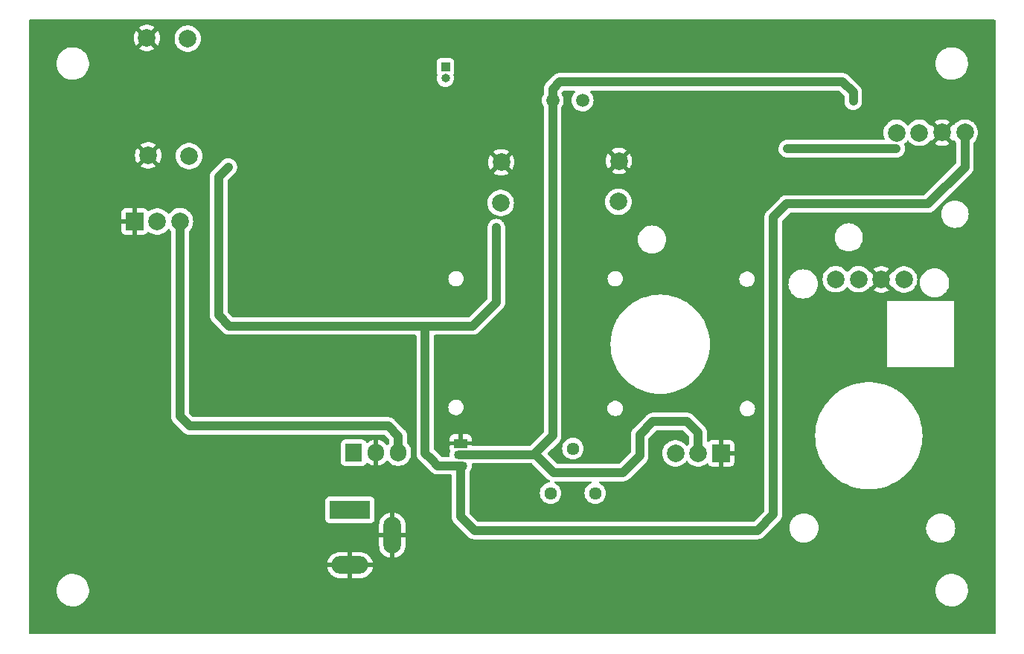
<source format=gbr>
%TF.GenerationSoftware,KiCad,Pcbnew,(7.0.0)*%
%TF.CreationDate,2024-01-25T16:52:26+01:00*%
%TF.ProjectId,Sensorbox,53656e73-6f72-4626-9f78-2e6b69636164,rev?*%
%TF.SameCoordinates,PX62b48e0PY7ffbac0*%
%TF.FileFunction,Copper,L2,Bot*%
%TF.FilePolarity,Positive*%
%FSLAX46Y46*%
G04 Gerber Fmt 4.6, Leading zero omitted, Abs format (unit mm)*
G04 Created by KiCad (PCBNEW (7.0.0)) date 2024-01-25 16:52:26*
%MOMM*%
%LPD*%
G01*
G04 APERTURE LIST*
%TA.AperFunction,ComponentPad*%
%ADD10C,2.000000*%
%TD*%
%TA.AperFunction,ComponentPad*%
%ADD11R,2.000000X2.000000*%
%TD*%
%TA.AperFunction,ComponentPad*%
%ADD12R,1.500000X1.050000*%
%TD*%
%TA.AperFunction,ComponentPad*%
%ADD13O,1.500000X1.050000*%
%TD*%
%TA.AperFunction,ComponentPad*%
%ADD14R,1.000000X1.000000*%
%TD*%
%TA.AperFunction,ComponentPad*%
%ADD15O,1.000000X1.000000*%
%TD*%
%TA.AperFunction,ComponentPad*%
%ADD16C,1.440000*%
%TD*%
%TA.AperFunction,ComponentPad*%
%ADD17R,1.905000X2.000000*%
%TD*%
%TA.AperFunction,ComponentPad*%
%ADD18O,1.905000X2.000000*%
%TD*%
%TA.AperFunction,ComponentPad*%
%ADD19C,1.500000*%
%TD*%
%TA.AperFunction,ComponentPad*%
%ADD20R,4.600000X2.000000*%
%TD*%
%TA.AperFunction,ComponentPad*%
%ADD21O,4.200000X2.000000*%
%TD*%
%TA.AperFunction,ComponentPad*%
%ADD22O,2.000000X4.200000*%
%TD*%
%TA.AperFunction,ViaPad*%
%ADD23C,1.000000*%
%TD*%
%TA.AperFunction,Conductor*%
%ADD24C,1.000000*%
%TD*%
G04 APERTURE END LIST*
D10*
%TO.P,SW101,1,1*%
%TO.N,GND*%
X13580505Y54521625D03*
%TO.P,SW101,2,2*%
X13435000Y67905000D03*
%TO.P,SW101,3,K*%
%TO.N,Net-(SW101-A)*%
X18230524Y54463184D03*
%TO.P,SW101,4,A*%
X18085019Y67846559D03*
%TD*%
%TO.P,SB103,1,VIN*%
%TO.N,+5V*%
X17206816Y47030524D03*
%TO.P,SB103,2,OUT*%
%TO.N,Data_DHT22*%
X14606816Y47010524D03*
D11*
%TO.P,SB103,3,GND*%
%TO.N,GND*%
X12016815Y47010523D03*
%TD*%
D10*
%TO.P,SW102,1,1*%
%TO.N,GND*%
X53758441Y53750019D03*
%TO.P,SW102,2,2*%
X67141816Y53895524D03*
%TO.P,SW102,3,K*%
%TO.N,Net-(SW102-A)*%
X53700000Y49100000D03*
%TO.P,SW102,4,A*%
X67083375Y49245505D03*
%TD*%
D12*
%TO.P,U103,1,GND*%
%TO.N,GND*%
X49139999Y21724999D03*
D13*
%TO.P,U103,2,VI*%
%TO.N,+5V*%
X49139999Y20454999D03*
%TO.P,U103,3,VO*%
%TO.N,+3V3*%
X49139999Y19184999D03*
%TD*%
D10*
%TO.P,SB105,1,VCC*%
%TO.N,+5V*%
X99580000Y40400000D03*
%TO.P,SB105,2,GND*%
%TO.N,GND*%
X97000000Y40400000D03*
%TO.P,SB105,3,D0*%
%TO.N,unconnected-(SB105-D0-Pad3)*%
X94400000Y40420000D03*
%TO.P,SB105,4,A0*%
%TO.N,Net-(SB105-A0)*%
X91810000Y40420000D03*
%TD*%
D14*
%TO.P,J101,1,Pin_1*%
%TO.N,Net-(J101-Pin_1)*%
X47399999Y64599999D03*
D15*
%TO.P,J101,2,Pin_2*%
%TO.N,Net-(J101-Pin_2)*%
X47399999Y63329999D03*
%TD*%
D10*
%TO.P,SB104,1,Data*%
%TO.N,Data_SR602*%
X73560000Y20580000D03*
%TO.P,SB104,2,VIN*%
%TO.N,+5V*%
X76160000Y20600000D03*
D11*
%TO.P,SB104,3,GND*%
%TO.N,GND*%
X78749999Y20599999D03*
%TD*%
D10*
%TO.P,SB102,1,VIN*%
%TO.N,+3V3*%
X106500000Y57120000D03*
%TO.P,SB102,2,GND*%
%TO.N,GND*%
X103920000Y57120000D03*
%TO.P,SB102,3,SCL*%
%TO.N,SCL*%
X101320000Y57100000D03*
%TO.P,SB102,4,SDA*%
%TO.N,SDA*%
X98730000Y57100000D03*
%TD*%
D16*
%TO.P,RV101,1,1*%
%TO.N,Net-(SB101-R-GN)*%
X64440000Y16045000D03*
%TO.P,RV101,2,2*%
%TO.N,Net-(SB101-R-GN2)*%
X61900000Y21125000D03*
%TO.P,RV101,3,3*%
%TO.N,unconnected-(RV101-Pad3)*%
X59360000Y16045000D03*
%TD*%
D17*
%TO.P,U102,1,VI*%
%TO.N,VCC*%
X36959999Y20654999D03*
D18*
%TO.P,U102,2,GND*%
%TO.N,GND*%
X39499999Y20654999D03*
%TO.P,U102,3,VO*%
%TO.N,+5V*%
X42039999Y20654999D03*
%TD*%
D19*
%TO.P,R101,1*%
%TO.N,+5V*%
X59600000Y60800000D03*
%TO.P,R101,2*%
%TO.N,Net-(UB101-A1)*%
X63000000Y60800000D03*
%TD*%
D20*
%TO.P,J102,1*%
%TO.N,VCC*%
X36549999Y14149999D03*
D21*
%TO.P,J102,2*%
%TO.N,GND*%
X36549999Y7849999D03*
D22*
%TO.P,J102,3,MountPin*%
X41349999Y11249999D03*
%TD*%
D23*
%TO.N,+3V3*%
X53200000Y46300000D03*
X21600000Y43200000D03*
X22700000Y53200000D03*
%TO.N,+5V*%
X93800000Y60700000D03*
%TO.N,SDA*%
X98700000Y55300000D03*
X86300000Y55300000D03*
%TD*%
D24*
%TO.N,+3V3*%
X106500000Y53200000D02*
X102300000Y49000000D01*
X45100000Y35100000D02*
X50500000Y35100000D01*
X49100000Y13400000D02*
X49140000Y13440000D01*
X21600000Y52100000D02*
X22700000Y53200000D01*
X84700000Y47500000D02*
X84700000Y13600000D01*
X45800000Y19900000D02*
X45100000Y20600000D01*
X22800000Y35100000D02*
X21600000Y36300000D01*
X49140000Y13440000D02*
X49140000Y19185000D01*
X45100000Y35100000D02*
X22800000Y35100000D01*
X51300000Y35900000D02*
X53200000Y37800000D01*
X106500000Y57120000D02*
X106500000Y53200000D01*
X82900000Y11800000D02*
X50700000Y11800000D01*
X21600000Y36300000D02*
X21600000Y43200000D01*
X53200000Y37800000D02*
X53200000Y46300000D01*
X46515000Y19185000D02*
X45800000Y19900000D01*
X50700000Y11800000D02*
X49100000Y13400000D01*
X50500000Y35100000D02*
X51300000Y35900000D01*
X49140000Y19185000D02*
X46515000Y19185000D01*
X102300000Y49000000D02*
X86200000Y49000000D01*
X45100000Y20600000D02*
X45100000Y35100000D01*
X21600000Y43200000D02*
X21600000Y52100000D01*
X84700000Y13600000D02*
X82900000Y11800000D01*
X86200000Y49000000D02*
X84700000Y47500000D01*
%TO.N,+5V*%
X71000000Y24200000D02*
X74900000Y24200000D01*
X74900000Y24200000D02*
X76140000Y22960000D01*
X42040000Y22560000D02*
X42040000Y20655000D01*
X57645000Y20455000D02*
X59700000Y18400000D01*
X60400000Y62900000D02*
X59600000Y62100000D01*
X93800000Y61700000D02*
X92600000Y62900000D01*
X17206816Y47030524D02*
X17206816Y24793184D01*
X76160000Y22960000D02*
X76160000Y20600000D01*
X59700000Y18400000D02*
X67600000Y18400000D01*
X59600000Y62100000D02*
X59600000Y60800000D01*
X76140000Y22960000D02*
X76160000Y22960000D01*
X92600000Y62900000D02*
X60400000Y62900000D01*
X57455000Y20455000D02*
X49140000Y20455000D01*
X17206816Y24793184D02*
X18300000Y23700000D01*
X69500000Y22700000D02*
X71000000Y24200000D01*
X59600000Y60800000D02*
X59600000Y22600000D01*
X59600000Y22600000D02*
X57455000Y20455000D01*
X49140000Y20455000D02*
X57645000Y20455000D01*
X40900000Y23700000D02*
X42040000Y22560000D01*
X69500000Y20300000D02*
X69500000Y22700000D01*
X67600000Y18400000D02*
X69500000Y20300000D01*
X93800000Y60700000D02*
X93800000Y61700000D01*
X18300000Y23700000D02*
X40900000Y23700000D01*
%TO.N,SDA*%
X86300000Y55300000D02*
X98700000Y55300000D01*
%TD*%
%TA.AperFunction,Conductor*%
%TO.N,GND*%
G36*
X109937500Y69982887D02*
G01*
X109982887Y69937500D01*
X109999500Y69875500D01*
X109999500Y124500D01*
X109982887Y62500D01*
X109937500Y17113D01*
X109875500Y500D01*
X124500Y500D01*
X62500Y17113D01*
X17113Y62500D01*
X500Y124500D01*
X500Y4932235D01*
X3145788Y4932235D01*
X3146282Y4927738D01*
X3146283Y4927733D01*
X3174917Y4667494D01*
X3174918Y4667487D01*
X3175414Y4662982D01*
X3176559Y4658602D01*
X3176561Y4658592D01*
X3208830Y4535162D01*
X3243928Y4400912D01*
X3245693Y4396758D01*
X3245696Y4396750D01*
X3348099Y4155777D01*
X3349870Y4151610D01*
X3352226Y4147749D01*
X3352229Y4147744D01*
X3488618Y3924263D01*
X3490982Y3920390D01*
X3664255Y3712180D01*
X3667630Y3709156D01*
X3667631Y3709155D01*
X3772330Y3615344D01*
X3865998Y3531418D01*
X4091910Y3381956D01*
X4337176Y3266980D01*
X4596569Y3188940D01*
X4864561Y3149500D01*
X5065369Y3149500D01*
X5067631Y3149500D01*
X5270156Y3164323D01*
X5534553Y3223220D01*
X5787558Y3319986D01*
X6023777Y3452559D01*
X6238177Y3618112D01*
X6426186Y3813119D01*
X6583799Y4033421D01*
X6707656Y4274325D01*
X6795118Y4530695D01*
X6844319Y4797067D01*
X6849259Y4932235D01*
X103145788Y4932235D01*
X103146282Y4927738D01*
X103146283Y4927733D01*
X103174917Y4667494D01*
X103174918Y4667487D01*
X103175414Y4662982D01*
X103176559Y4658602D01*
X103176561Y4658592D01*
X103208830Y4535162D01*
X103243928Y4400912D01*
X103245693Y4396758D01*
X103245696Y4396750D01*
X103348099Y4155777D01*
X103349870Y4151610D01*
X103352226Y4147749D01*
X103352229Y4147744D01*
X103488618Y3924263D01*
X103490982Y3920390D01*
X103664255Y3712180D01*
X103667630Y3709156D01*
X103667631Y3709155D01*
X103772330Y3615344D01*
X103865998Y3531418D01*
X104091910Y3381956D01*
X104337176Y3266980D01*
X104596569Y3188940D01*
X104864561Y3149500D01*
X105065369Y3149500D01*
X105067631Y3149500D01*
X105270156Y3164323D01*
X105534553Y3223220D01*
X105787558Y3319986D01*
X106023777Y3452559D01*
X106238177Y3618112D01*
X106426186Y3813119D01*
X106583799Y4033421D01*
X106707656Y4274325D01*
X106795118Y4530695D01*
X106844319Y4797067D01*
X106854212Y5067765D01*
X106824586Y5337018D01*
X106756072Y5599088D01*
X106650130Y5848390D01*
X106509018Y6079610D01*
X106335745Y6287820D01*
X106266110Y6350213D01*
X106137382Y6465554D01*
X106137378Y6465558D01*
X106134002Y6468582D01*
X105908090Y6618044D01*
X105903996Y6619964D01*
X105903991Y6619966D01*
X105666929Y6731096D01*
X105666925Y6731098D01*
X105662824Y6733020D01*
X105658477Y6734328D01*
X105658474Y6734329D01*
X105407772Y6809754D01*
X105407771Y6809755D01*
X105403431Y6811060D01*
X105398957Y6811719D01*
X105398950Y6811720D01*
X105139913Y6849842D01*
X105139907Y6849843D01*
X105135439Y6850500D01*
X104932369Y6850500D01*
X104930120Y6850336D01*
X104930109Y6850335D01*
X104734363Y6836008D01*
X104734359Y6836008D01*
X104729844Y6835677D01*
X104725426Y6834693D01*
X104725420Y6834692D01*
X104469877Y6777768D01*
X104469861Y6777764D01*
X104465447Y6776780D01*
X104461216Y6775162D01*
X104461210Y6775160D01*
X104216673Y6681633D01*
X104216663Y6681629D01*
X104212442Y6680014D01*
X104208494Y6677799D01*
X104208489Y6677796D01*
X103980176Y6549660D01*
X103980171Y6549657D01*
X103976223Y6547441D01*
X103972639Y6544675D01*
X103972635Y6544671D01*
X103765407Y6384657D01*
X103765394Y6384646D01*
X103761823Y6381888D01*
X103758685Y6378634D01*
X103758678Y6378627D01*
X103576958Y6190143D01*
X103576952Y6190136D01*
X103573814Y6186881D01*
X103571189Y6183213D01*
X103571179Y6183200D01*
X103418834Y5970260D01*
X103418830Y5970255D01*
X103416201Y5966579D01*
X103414132Y5962556D01*
X103414129Y5962550D01*
X103294416Y5729707D01*
X103294411Y5729696D01*
X103292344Y5725675D01*
X103290884Y5721398D01*
X103290879Y5721384D01*
X103206348Y5473605D01*
X103206344Y5473593D01*
X103204882Y5469305D01*
X103204057Y5464841D01*
X103204057Y5464839D01*
X103156504Y5207394D01*
X103156502Y5207381D01*
X103155681Y5202933D01*
X103155515Y5198407D01*
X103155515Y5198401D01*
X103150576Y5063238D01*
X103145788Y4932235D01*
X6849259Y4932235D01*
X6854212Y5067765D01*
X6824586Y5337018D01*
X6756072Y5599088D01*
X6650130Y5848390D01*
X6509018Y6079610D01*
X6335745Y6287820D01*
X6266110Y6350213D01*
X6137382Y6465554D01*
X6137378Y6465558D01*
X6134002Y6468582D01*
X5908090Y6618044D01*
X5903996Y6619964D01*
X5903991Y6619966D01*
X5666929Y6731096D01*
X5666925Y6731098D01*
X5662824Y6733020D01*
X5658477Y6734328D01*
X5658474Y6734329D01*
X5407772Y6809754D01*
X5407771Y6809755D01*
X5403431Y6811060D01*
X5398957Y6811719D01*
X5398950Y6811720D01*
X5139913Y6849842D01*
X5139907Y6849843D01*
X5135439Y6850500D01*
X4932369Y6850500D01*
X4930120Y6850336D01*
X4930109Y6850335D01*
X4734363Y6836008D01*
X4734359Y6836008D01*
X4729844Y6835677D01*
X4725426Y6834693D01*
X4725420Y6834692D01*
X4469877Y6777768D01*
X4469861Y6777764D01*
X4465447Y6776780D01*
X4461216Y6775162D01*
X4461210Y6775160D01*
X4216673Y6681633D01*
X4216663Y6681629D01*
X4212442Y6680014D01*
X4208494Y6677799D01*
X4208489Y6677796D01*
X3980176Y6549660D01*
X3980171Y6549657D01*
X3976223Y6547441D01*
X3972639Y6544675D01*
X3972635Y6544671D01*
X3765407Y6384657D01*
X3765394Y6384646D01*
X3761823Y6381888D01*
X3758685Y6378634D01*
X3758678Y6378627D01*
X3576958Y6190143D01*
X3576952Y6190136D01*
X3573814Y6186881D01*
X3571189Y6183213D01*
X3571179Y6183200D01*
X3418834Y5970260D01*
X3418830Y5970255D01*
X3416201Y5966579D01*
X3414132Y5962556D01*
X3414129Y5962550D01*
X3294416Y5729707D01*
X3294411Y5729696D01*
X3292344Y5725675D01*
X3290884Y5721398D01*
X3290879Y5721384D01*
X3206348Y5473605D01*
X3206344Y5473593D01*
X3204882Y5469305D01*
X3204057Y5464841D01*
X3204057Y5464839D01*
X3156504Y5207394D01*
X3156502Y5207381D01*
X3155681Y5202933D01*
X3155515Y5198407D01*
X3155515Y5198401D01*
X3150576Y5063238D01*
X3145788Y4932235D01*
X500Y4932235D01*
X500Y7586680D01*
X33973199Y7586680D01*
X33990072Y7485568D01*
X33992581Y7475659D01*
X34069967Y7250240D01*
X34074070Y7240886D01*
X34187504Y7031277D01*
X34193096Y7022719D01*
X34339486Y6834638D01*
X34346399Y6827128D01*
X34521747Y6665708D01*
X34529820Y6659425D01*
X34729338Y6529073D01*
X34738328Y6524208D01*
X34956585Y6428473D01*
X34966252Y6425154D01*
X35197287Y6366647D01*
X35207381Y6364963D01*
X35385390Y6350213D01*
X35390527Y6350000D01*
X36283674Y6350000D01*
X36296549Y6353451D01*
X36300000Y6366326D01*
X36800000Y6366326D01*
X36803450Y6353451D01*
X36816326Y6350000D01*
X37709473Y6350000D01*
X37714609Y6350213D01*
X37892618Y6364963D01*
X37902712Y6366647D01*
X38133747Y6425154D01*
X38143414Y6428473D01*
X38361671Y6524208D01*
X38370661Y6529073D01*
X38570179Y6659425D01*
X38578252Y6665708D01*
X38753600Y6827128D01*
X38760513Y6834638D01*
X38906903Y7022719D01*
X38912495Y7031277D01*
X39025929Y7240886D01*
X39030032Y7250240D01*
X39107418Y7475659D01*
X39109927Y7485568D01*
X39126800Y7586680D01*
X39126233Y7597637D01*
X39115516Y7600000D01*
X36816326Y7600000D01*
X36803450Y7596550D01*
X36800000Y7583674D01*
X36800000Y6366326D01*
X36300000Y6366326D01*
X36300000Y7583674D01*
X36296549Y7596550D01*
X36283674Y7600000D01*
X33984484Y7600000D01*
X33973766Y7597637D01*
X33973199Y7586680D01*
X500Y7586680D01*
X500Y8113321D01*
X33973199Y8113321D01*
X33973766Y8102364D01*
X33984484Y8100000D01*
X36283674Y8100000D01*
X36296549Y8103451D01*
X36300000Y8116326D01*
X36800000Y8116326D01*
X36803450Y8103451D01*
X36816326Y8100000D01*
X39115516Y8100000D01*
X39126233Y8102364D01*
X39126800Y8113321D01*
X39109927Y8214433D01*
X39107418Y8224342D01*
X39030032Y8449761D01*
X39025929Y8459115D01*
X38912495Y8668724D01*
X38906903Y8677282D01*
X38760513Y8865363D01*
X38753600Y8872873D01*
X38578252Y9034293D01*
X38570179Y9040576D01*
X38370661Y9170928D01*
X38361671Y9175793D01*
X38143414Y9271528D01*
X38133747Y9274847D01*
X37902712Y9333354D01*
X37892618Y9335038D01*
X37714609Y9349788D01*
X37709473Y9350000D01*
X36816326Y9350000D01*
X36803450Y9346550D01*
X36800000Y9333674D01*
X36800000Y8116326D01*
X36300000Y8116326D01*
X36300000Y9333674D01*
X36296549Y9346550D01*
X36283674Y9350000D01*
X35390527Y9350000D01*
X35385390Y9349788D01*
X35207381Y9335038D01*
X35197287Y9333354D01*
X34966252Y9274847D01*
X34956585Y9271528D01*
X34738328Y9175793D01*
X34729338Y9170928D01*
X34529820Y9040576D01*
X34521747Y9034293D01*
X34346399Y8872873D01*
X34339486Y8865363D01*
X34193096Y8677282D01*
X34187504Y8668724D01*
X34074070Y8459115D01*
X34069967Y8449761D01*
X33992581Y8224342D01*
X33990072Y8214433D01*
X33973199Y8113321D01*
X500Y8113321D01*
X500Y10090527D01*
X39850000Y10090527D01*
X39850212Y10085391D01*
X39864962Y9907382D01*
X39866646Y9897288D01*
X39925153Y9666253D01*
X39928472Y9656586D01*
X40024207Y9438329D01*
X40029072Y9429339D01*
X40159424Y9229821D01*
X40165707Y9221748D01*
X40327127Y9046400D01*
X40334637Y9039487D01*
X40522718Y8893097D01*
X40531276Y8887505D01*
X40740885Y8774071D01*
X40750239Y8769968D01*
X40975658Y8692582D01*
X40985567Y8690073D01*
X41086679Y8673200D01*
X41097636Y8673767D01*
X41100000Y8684484D01*
X41600000Y8684484D01*
X41602363Y8673767D01*
X41613320Y8673200D01*
X41714432Y8690073D01*
X41724341Y8692582D01*
X41949760Y8769968D01*
X41959114Y8774071D01*
X42168723Y8887505D01*
X42177281Y8893097D01*
X42365362Y9039487D01*
X42372872Y9046400D01*
X42534292Y9221748D01*
X42540575Y9229821D01*
X42670927Y9429339D01*
X42675792Y9438329D01*
X42771527Y9656586D01*
X42774846Y9666253D01*
X42833353Y9897288D01*
X42835037Y9907382D01*
X42849787Y10085391D01*
X42850000Y10090527D01*
X42850000Y10983674D01*
X42846549Y10996550D01*
X42833674Y11000000D01*
X41616326Y11000000D01*
X41603450Y10996550D01*
X41600000Y10983674D01*
X41600000Y8684484D01*
X41100000Y8684484D01*
X41100000Y10983674D01*
X41096549Y10996550D01*
X41083674Y11000000D01*
X39866326Y11000000D01*
X39853450Y10996550D01*
X39850000Y10983674D01*
X39850000Y10090527D01*
X500Y10090527D01*
X500Y11516326D01*
X39850000Y11516326D01*
X39853450Y11503451D01*
X39866326Y11500000D01*
X41083674Y11500000D01*
X41096549Y11503451D01*
X41100000Y11516326D01*
X41600000Y11516326D01*
X41603450Y11503451D01*
X41616326Y11500000D01*
X42833674Y11500000D01*
X42846549Y11503451D01*
X42850000Y11516326D01*
X42850000Y12409473D01*
X42849787Y12414610D01*
X42835037Y12592619D01*
X42833353Y12602713D01*
X42774846Y12833748D01*
X42771527Y12843415D01*
X42675792Y13061672D01*
X42670927Y13070662D01*
X42540575Y13270180D01*
X42534292Y13278253D01*
X42372872Y13453601D01*
X42365362Y13460514D01*
X42177281Y13606904D01*
X42168723Y13612496D01*
X41959114Y13725930D01*
X41949760Y13730033D01*
X41724341Y13807419D01*
X41714432Y13809928D01*
X41613320Y13826801D01*
X41602363Y13826234D01*
X41600000Y13815516D01*
X41600000Y11516326D01*
X41100000Y11516326D01*
X41100000Y13815516D01*
X41097636Y13826234D01*
X41086679Y13826801D01*
X40985567Y13809928D01*
X40975658Y13807419D01*
X40750239Y13730033D01*
X40740885Y13725930D01*
X40531276Y13612496D01*
X40522718Y13606904D01*
X40334637Y13460514D01*
X40327127Y13453601D01*
X40165707Y13278253D01*
X40159424Y13270180D01*
X40029072Y13070662D01*
X40024207Y13061672D01*
X39928472Y12843415D01*
X39925153Y12833748D01*
X39866646Y12602713D01*
X39864962Y12592619D01*
X39850212Y12414610D01*
X39850000Y12409473D01*
X39850000Y11516326D01*
X500Y11516326D01*
X500Y13105422D01*
X33749500Y13105422D01*
X33749501Y13102128D01*
X33749853Y13098850D01*
X33749854Y13098839D01*
X33755079Y13050232D01*
X33755080Y13050227D01*
X33755909Y13042517D01*
X33758619Y13035251D01*
X33758620Y13035247D01*
X33781202Y12974703D01*
X33806204Y12907669D01*
X33811518Y12900570D01*
X33811519Y12900569D01*
X33879174Y12810193D01*
X33892454Y12792454D01*
X34007669Y12706204D01*
X34142517Y12655909D01*
X34202127Y12649500D01*
X38897872Y12649501D01*
X38957483Y12655909D01*
X39092331Y12706204D01*
X39207546Y12792454D01*
X39293796Y12907669D01*
X39344091Y13042517D01*
X39350500Y13102127D01*
X39350499Y15197872D01*
X39344091Y15257483D01*
X39293796Y15392331D01*
X39207546Y15507546D01*
X39092331Y15593796D01*
X38957483Y15644091D01*
X38949770Y15644921D01*
X38949767Y15644921D01*
X38901180Y15650145D01*
X38901169Y15650146D01*
X38897873Y15650500D01*
X38894550Y15650500D01*
X34205439Y15650500D01*
X34205420Y15650500D01*
X34202128Y15650499D01*
X34198850Y15650147D01*
X34198838Y15650146D01*
X34150231Y15644921D01*
X34150225Y15644920D01*
X34142517Y15644091D01*
X34135252Y15641382D01*
X34135246Y15641380D01*
X34015980Y15596896D01*
X34015978Y15596896D01*
X34007669Y15593796D01*
X34000572Y15588484D01*
X34000568Y15588481D01*
X33899550Y15512859D01*
X33899546Y15512856D01*
X33892454Y15507546D01*
X33887144Y15500454D01*
X33887141Y15500450D01*
X33811519Y15399432D01*
X33811516Y15399428D01*
X33806204Y15392331D01*
X33803104Y15384022D01*
X33803104Y15384020D01*
X33758620Y15264753D01*
X33758619Y15264750D01*
X33755909Y15257483D01*
X33755079Y15249773D01*
X33755079Y15249768D01*
X33749855Y15201181D01*
X33749854Y15201169D01*
X33749500Y15197873D01*
X33749500Y15194552D01*
X33749500Y15194551D01*
X33749500Y13105440D01*
X33749500Y13105422D01*
X500Y13105422D01*
X500Y19610422D01*
X35507000Y19610422D01*
X35507001Y19607128D01*
X35507353Y19603850D01*
X35507354Y19603839D01*
X35512579Y19555232D01*
X35512580Y19555227D01*
X35513409Y19547517D01*
X35516119Y19540251D01*
X35516120Y19540247D01*
X35536592Y19485359D01*
X35563704Y19412669D01*
X35569018Y19405570D01*
X35569019Y19405569D01*
X35631070Y19322679D01*
X35649954Y19297454D01*
X35765169Y19211204D01*
X35900017Y19160909D01*
X35959627Y19154500D01*
X37960372Y19154501D01*
X38019983Y19160909D01*
X38154831Y19211204D01*
X38270046Y19297454D01*
X38356296Y19412669D01*
X38367908Y19443805D01*
X38400019Y19491621D01*
X38450273Y19519772D01*
X38507823Y19522180D01*
X38560253Y19498325D01*
X38698787Y19390499D01*
X38707345Y19384907D01*
X38910031Y19275220D01*
X38919386Y19271117D01*
X39137357Y19196287D01*
X39147268Y19193776D01*
X39236679Y19178856D01*
X39247636Y19179423D01*
X39250000Y19190140D01*
X39250000Y22119860D01*
X39247636Y22130578D01*
X39236679Y22131145D01*
X39147268Y22116225D01*
X39137357Y22113714D01*
X38919386Y22038884D01*
X38910031Y22034781D01*
X38707345Y21925094D01*
X38698781Y21919498D01*
X38560252Y21811676D01*
X38507823Y21787821D01*
X38450273Y21790229D01*
X38400020Y21818380D01*
X38367908Y21866196D01*
X38356296Y21897331D01*
X38270046Y22012546D01*
X38236169Y22037906D01*
X38161931Y22093481D01*
X38161930Y22093482D01*
X38154831Y22098796D01*
X38039880Y22141670D01*
X38027252Y22146380D01*
X38027250Y22146381D01*
X38019983Y22149091D01*
X38012270Y22149921D01*
X38012267Y22149921D01*
X37963680Y22155145D01*
X37963669Y22155146D01*
X37960373Y22155500D01*
X37957050Y22155500D01*
X35962939Y22155500D01*
X35962920Y22155500D01*
X35959628Y22155499D01*
X35956350Y22155147D01*
X35956338Y22155146D01*
X35907731Y22149921D01*
X35907725Y22149920D01*
X35900017Y22149091D01*
X35892752Y22146382D01*
X35892746Y22146380D01*
X35773480Y22101896D01*
X35773478Y22101896D01*
X35765169Y22098796D01*
X35758072Y22093484D01*
X35758068Y22093481D01*
X35657050Y22017859D01*
X35657046Y22017856D01*
X35649954Y22012546D01*
X35644644Y22005454D01*
X35644641Y22005450D01*
X35569019Y21904432D01*
X35569016Y21904428D01*
X35563704Y21897331D01*
X35560604Y21889022D01*
X35560604Y21889020D01*
X35516120Y21769753D01*
X35516119Y21769750D01*
X35513409Y21762483D01*
X35512579Y21754773D01*
X35512579Y21754768D01*
X35507355Y21706181D01*
X35507354Y21706169D01*
X35507000Y21702873D01*
X35507000Y21699552D01*
X35507000Y21699551D01*
X35507000Y19610440D01*
X35507000Y19610422D01*
X500Y19610422D01*
X500Y45966006D01*
X10516816Y45966006D01*
X10517169Y45959410D01*
X10522389Y45910857D01*
X10525927Y45895883D01*
X10570363Y45776747D01*
X10578778Y45761335D01*
X10654314Y45660432D01*
X10666723Y45648023D01*
X10767626Y45572487D01*
X10783038Y45564072D01*
X10902174Y45519636D01*
X10917148Y45516098D01*
X10965701Y45510878D01*
X10972298Y45510524D01*
X11750490Y45510524D01*
X11763365Y45513975D01*
X11766816Y45526850D01*
X12266816Y45526850D01*
X12270266Y45513975D01*
X12283142Y45510524D01*
X13061334Y45510524D01*
X13067930Y45510878D01*
X13116483Y45516098D01*
X13131457Y45519636D01*
X13250593Y45564072D01*
X13266005Y45572487D01*
X13366908Y45648023D01*
X13379317Y45660432D01*
X13454853Y45761335D01*
X13463269Y45776748D01*
X13468520Y45790826D01*
X13500632Y45838646D01*
X13550885Y45866796D01*
X13608436Y45869205D01*
X13660863Y45845352D01*
X13783307Y45750050D01*
X14002006Y45631696D01*
X14237202Y45550953D01*
X14482481Y45510024D01*
X14726017Y45510024D01*
X14731151Y45510024D01*
X14976430Y45550953D01*
X15211626Y45631696D01*
X15430325Y45750050D01*
X15626560Y45902786D01*
X15794980Y46085739D01*
X15809539Y46108025D01*
X15854331Y46149259D01*
X15913351Y46164205D01*
X15972370Y46149258D01*
X16011550Y46113187D01*
X16012698Y46114079D01*
X16015844Y46110037D01*
X16018652Y46105739D01*
X16022126Y46101965D01*
X16022127Y46101964D01*
X16173546Y45937479D01*
X16197833Y45898571D01*
X16206316Y45853496D01*
X16206316Y24807462D01*
X16206276Y24804321D01*
X16204566Y24736819D01*
X16204059Y24716821D01*
X16205167Y24710636D01*
X16205168Y24710630D01*
X16214464Y24658764D01*
X16215773Y24649436D01*
X16221105Y24597004D01*
X16221106Y24596999D01*
X16221742Y24590746D01*
X16223623Y24584749D01*
X16223626Y24584737D01*
X16230848Y24561718D01*
X16234588Y24546482D01*
X16238847Y24522720D01*
X16238851Y24522706D01*
X16239958Y24516531D01*
X16246783Y24499445D01*
X16261836Y24461759D01*
X16264995Y24452886D01*
X16282657Y24396596D01*
X16285707Y24391101D01*
X16297419Y24370000D01*
X16304153Y24355821D01*
X16313106Y24333406D01*
X16313108Y24333401D01*
X16315439Y24327567D01*
X16318898Y24322318D01*
X16318901Y24322313D01*
X16347896Y24278317D01*
X16352777Y24270261D01*
X16378352Y24224185D01*
X16378354Y24224182D01*
X16381407Y24218682D01*
X16385505Y24213909D01*
X16401220Y24195603D01*
X16410671Y24183068D01*
X16423949Y24162921D01*
X16423954Y24162915D01*
X16427414Y24157665D01*
X16431860Y24153219D01*
X16431861Y24153218D01*
X16469116Y24115963D01*
X16475521Y24109053D01*
X16513950Y24064289D01*
X16538014Y24045662D01*
X16549784Y24035295D01*
X17582450Y23002629D01*
X17584643Y23000380D01*
X17640603Y22941510D01*
X17640605Y22941508D01*
X17644941Y22936947D01*
X17650105Y22933353D01*
X17650107Y22933351D01*
X17693348Y22903254D01*
X17700869Y22897583D01*
X17741715Y22864278D01*
X17741724Y22864273D01*
X17746593Y22860302D01*
X17771923Y22847071D01*
X17773556Y22846218D01*
X17786980Y22838085D01*
X17811951Y22820705D01*
X17866163Y22797441D01*
X17874673Y22793399D01*
X17926951Y22766091D01*
X17956199Y22757723D01*
X17970975Y22752462D01*
X17998942Y22740460D01*
X18056718Y22728587D01*
X18065866Y22726342D01*
X18122582Y22710113D01*
X18152916Y22707804D01*
X18168463Y22705623D01*
X18192095Y22700766D01*
X18192102Y22700766D01*
X18198259Y22699500D01*
X18257242Y22699500D01*
X18266657Y22699142D01*
X18325477Y22694663D01*
X18355652Y22698507D01*
X18371318Y22699500D01*
X40434217Y22699500D01*
X40481670Y22690061D01*
X40521898Y22663181D01*
X41003181Y22181898D01*
X41030061Y22141670D01*
X41039500Y22094217D01*
X41039500Y21809394D01*
X41031017Y21764319D01*
X41006730Y21725411D01*
X40892919Y21601781D01*
X40892911Y21601771D01*
X40889449Y21598010D01*
X40886651Y21593729D01*
X40886642Y21593716D01*
X40873507Y21573611D01*
X40828715Y21532379D01*
X40769698Y21517436D01*
X40710681Y21532382D01*
X40665891Y21573616D01*
X40652957Y21593413D01*
X40646685Y21601472D01*
X40490591Y21771034D01*
X40483081Y21777947D01*
X40301212Y21919502D01*
X40292654Y21925094D01*
X40089968Y22034781D01*
X40080613Y22038884D01*
X39862642Y22113714D01*
X39852731Y22116225D01*
X39763320Y22131145D01*
X39752363Y22130578D01*
X39750000Y22119860D01*
X39750000Y19190140D01*
X39752363Y19179423D01*
X39763320Y19178856D01*
X39852731Y19193776D01*
X39862642Y19196287D01*
X40080613Y19271117D01*
X40089968Y19275220D01*
X40292654Y19384907D01*
X40301212Y19390499D01*
X40483081Y19532054D01*
X40490591Y19538967D01*
X40646679Y19708523D01*
X40652960Y19716593D01*
X40665891Y19736385D01*
X40710683Y19777619D01*
X40769701Y19792565D01*
X40828719Y19777619D01*
X40873510Y19736386D01*
X40886644Y19716283D01*
X40889449Y19711990D01*
X40892914Y19708226D01*
X40892918Y19708221D01*
X40937757Y19659513D01*
X41052537Y19534829D01*
X41056583Y19531680D01*
X41056584Y19531679D01*
X41102382Y19496033D01*
X41242561Y19386928D01*
X41454336Y19272321D01*
X41682087Y19194134D01*
X41919601Y19154500D01*
X42155266Y19154500D01*
X42160399Y19154500D01*
X42397913Y19194134D01*
X42625664Y19272321D01*
X42837439Y19386928D01*
X43027463Y19534829D01*
X43190551Y19711990D01*
X43322255Y19913578D01*
X43418983Y20134095D01*
X43478095Y20367524D01*
X43493000Y20547400D01*
X43493000Y20762600D01*
X43478095Y20942476D01*
X43418983Y21175905D01*
X43322255Y21396422D01*
X43206488Y21573616D01*
X43193352Y21593723D01*
X43193350Y21593725D01*
X43190551Y21598010D01*
X43187083Y21601777D01*
X43187081Y21601780D01*
X43073270Y21725411D01*
X43048983Y21764319D01*
X43040500Y21809394D01*
X43040500Y22545763D01*
X43040540Y22548904D01*
X43040990Y22566660D01*
X43042756Y22636364D01*
X43032345Y22694446D01*
X43031042Y22703740D01*
X43025074Y22762438D01*
X43015966Y22791464D01*
X43012223Y22806716D01*
X43007967Y22830467D01*
X43007965Y22830471D01*
X43006858Y22836653D01*
X43004492Y22842576D01*
X42984976Y22891435D01*
X42981816Y22900311D01*
X42979532Y22907588D01*
X42964159Y22956588D01*
X42949396Y22983186D01*
X42942660Y22997369D01*
X42941457Y23000380D01*
X42931377Y23025617D01*
X42898917Y23074869D01*
X42894036Y23082927D01*
X42868463Y23129000D01*
X42868462Y23129001D01*
X42865409Y23134502D01*
X42845591Y23157587D01*
X42836140Y23170121D01*
X42831072Y23177811D01*
X42819402Y23195519D01*
X42777692Y23237229D01*
X42771287Y23244140D01*
X42736960Y23284126D01*
X42732866Y23288895D01*
X42727896Y23292742D01*
X42727891Y23292747D01*
X42708805Y23307521D01*
X42697026Y23317895D01*
X41617566Y24397354D01*
X41615373Y24399603D01*
X41559390Y24458497D01*
X41559389Y24458498D01*
X41555059Y24463053D01*
X41549897Y24466646D01*
X41506642Y24496753D01*
X41499119Y24502425D01*
X41458280Y24535725D01*
X41458277Y24535727D01*
X41453407Y24539698D01*
X41426437Y24553787D01*
X41413024Y24561913D01*
X41388049Y24579295D01*
X41333817Y24602568D01*
X41325351Y24606589D01*
X41273049Y24633909D01*
X41243802Y24642278D01*
X41229021Y24647541D01*
X41206841Y24657059D01*
X41206835Y24657061D01*
X41201058Y24659540D01*
X41194905Y24660805D01*
X41194891Y24660809D01*
X41143273Y24671417D01*
X41134126Y24673662D01*
X41083465Y24688158D01*
X41083453Y24688161D01*
X41077418Y24689887D01*
X41071154Y24690365D01*
X41071149Y24690365D01*
X41047075Y24692198D01*
X41031533Y24694378D01*
X41007902Y24699234D01*
X41007901Y24699235D01*
X41001741Y24700500D01*
X40995452Y24700500D01*
X40942759Y24700500D01*
X40933344Y24700858D01*
X40880794Y24704860D01*
X40880789Y24704860D01*
X40874524Y24705337D01*
X40868290Y24704544D01*
X40868284Y24704543D01*
X40844349Y24701494D01*
X40828683Y24700500D01*
X18765782Y24700500D01*
X18718329Y24709939D01*
X18678101Y24736819D01*
X18243635Y25171285D01*
X18216755Y25211513D01*
X18207316Y25258966D01*
X18207316Y43200000D01*
X20594659Y43200000D01*
X20595256Y43193939D01*
X20598903Y43156910D01*
X20599500Y43144756D01*
X20599500Y36314278D01*
X20599460Y36311138D01*
X20597243Y36223637D01*
X20598351Y36217452D01*
X20598352Y36217446D01*
X20607648Y36165580D01*
X20608957Y36156252D01*
X20614289Y36103820D01*
X20614290Y36103815D01*
X20614926Y36097562D01*
X20616807Y36091565D01*
X20616810Y36091553D01*
X20624032Y36068534D01*
X20627772Y36053298D01*
X20632031Y36029536D01*
X20632035Y36029522D01*
X20633142Y36023347D01*
X20635471Y36017517D01*
X20655020Y35968575D01*
X20658179Y35959702D01*
X20675841Y35903412D01*
X20678891Y35897917D01*
X20690603Y35876816D01*
X20697337Y35862637D01*
X20706290Y35840222D01*
X20706292Y35840217D01*
X20708623Y35834383D01*
X20712082Y35829134D01*
X20712085Y35829129D01*
X20741080Y35785133D01*
X20745961Y35777077D01*
X20771536Y35731001D01*
X20771538Y35730998D01*
X20774591Y35725498D01*
X20778689Y35720725D01*
X20794404Y35702419D01*
X20803855Y35689884D01*
X20817133Y35669737D01*
X20817138Y35669731D01*
X20820598Y35664481D01*
X20825045Y35660034D01*
X20862300Y35622779D01*
X20868705Y35615869D01*
X20907134Y35571105D01*
X20931198Y35552478D01*
X20942968Y35542111D01*
X22082450Y34402629D01*
X22084643Y34400380D01*
X22144941Y34336947D01*
X22173405Y34317136D01*
X22193352Y34303252D01*
X22200875Y34297579D01*
X22241712Y34264281D01*
X22241717Y34264278D01*
X22246593Y34260302D01*
X22252168Y34257390D01*
X22273556Y34246218D01*
X22286980Y34238085D01*
X22311951Y34220705D01*
X22366163Y34197441D01*
X22374673Y34193399D01*
X22426951Y34166091D01*
X22456195Y34157724D01*
X22470979Y34152461D01*
X22498942Y34140460D01*
X22556727Y34128586D01*
X22565869Y34126343D01*
X22622582Y34110114D01*
X22628857Y34109637D01*
X22628858Y34109636D01*
X22632331Y34109372D01*
X22652915Y34107805D01*
X22668459Y34105624D01*
X22692096Y34100766D01*
X22692100Y34100766D01*
X22698259Y34099500D01*
X22757244Y34099500D01*
X22766660Y34099142D01*
X22825476Y34094663D01*
X22855651Y34098507D01*
X22871317Y34099500D01*
X43975500Y34099500D01*
X44037500Y34082887D01*
X44082887Y34037500D01*
X44099500Y33975500D01*
X44099500Y20614278D01*
X44099460Y20611138D01*
X44097243Y20523637D01*
X44098351Y20517452D01*
X44098352Y20517446D01*
X44107648Y20465580D01*
X44108957Y20456252D01*
X44114289Y20403820D01*
X44114290Y20403815D01*
X44114926Y20397562D01*
X44116807Y20391565D01*
X44116810Y20391553D01*
X44124032Y20368534D01*
X44127772Y20353298D01*
X44132031Y20329536D01*
X44132035Y20329522D01*
X44133142Y20323347D01*
X44135471Y20317517D01*
X44155020Y20268575D01*
X44158179Y20259702D01*
X44170066Y20221819D01*
X44175841Y20203412D01*
X44178891Y20197917D01*
X44190603Y20176816D01*
X44197337Y20162637D01*
X44206290Y20140222D01*
X44206292Y20140217D01*
X44208623Y20134383D01*
X44212082Y20129134D01*
X44212085Y20129129D01*
X44241080Y20085133D01*
X44245961Y20077077D01*
X44271536Y20031001D01*
X44271538Y20030998D01*
X44274591Y20025498D01*
X44278689Y20020725D01*
X44294404Y20002419D01*
X44303855Y19989884D01*
X44317133Y19969737D01*
X44317138Y19969731D01*
X44320598Y19964481D01*
X44325045Y19960034D01*
X44362300Y19922779D01*
X44368705Y19915869D01*
X44407134Y19871105D01*
X44431198Y19852478D01*
X44442968Y19842111D01*
X45020595Y19264485D01*
X45020598Y19264481D01*
X45797450Y18487629D01*
X45799643Y18485380D01*
X45855603Y18426510D01*
X45855605Y18426508D01*
X45859941Y18421947D01*
X45865105Y18418353D01*
X45865107Y18418351D01*
X45908348Y18388254D01*
X45915869Y18382583D01*
X45956715Y18349278D01*
X45956724Y18349273D01*
X45961593Y18345302D01*
X45988556Y18331218D01*
X46001980Y18323085D01*
X46026951Y18305705D01*
X46081163Y18282441D01*
X46089673Y18278399D01*
X46141951Y18251091D01*
X46171199Y18242723D01*
X46185975Y18237462D01*
X46213942Y18225460D01*
X46271718Y18213587D01*
X46280866Y18211342D01*
X46337582Y18195113D01*
X46367916Y18192804D01*
X46383463Y18190623D01*
X46407095Y18185766D01*
X46407102Y18185766D01*
X46413259Y18184500D01*
X46472242Y18184500D01*
X46481657Y18184142D01*
X46540477Y18179663D01*
X46570652Y18183507D01*
X46586318Y18184500D01*
X48015500Y18184500D01*
X48077500Y18167887D01*
X48122887Y18122500D01*
X48139500Y18060500D01*
X48139500Y13701140D01*
X48136288Y13673102D01*
X48131833Y13653910D01*
X48130261Y13647838D01*
X48111842Y13583466D01*
X48111839Y13583452D01*
X48110113Y13577418D01*
X48109636Y13571156D01*
X48109635Y13571150D01*
X48108890Y13561362D01*
X48106039Y13542754D01*
X48103819Y13533188D01*
X48103817Y13533176D01*
X48102397Y13527054D01*
X48102237Y13520773D01*
X48102237Y13520766D01*
X48100540Y13453817D01*
X48100222Y13447547D01*
X48095140Y13380793D01*
X48094663Y13374524D01*
X48095455Y13368301D01*
X48095456Y13368282D01*
X48096697Y13358540D01*
X48097650Y13339748D01*
X48097401Y13329930D01*
X48097402Y13329917D01*
X48097243Y13323637D01*
X48098351Y13317454D01*
X48098352Y13317444D01*
X48110165Y13251535D01*
X48111116Y13245327D01*
X48112725Y13232698D01*
X48120370Y13172672D01*
X48122401Y13166728D01*
X48122405Y13166714D01*
X48125581Y13157424D01*
X48130299Y13139204D01*
X48132031Y13129540D01*
X48132033Y13129531D01*
X48133142Y13123347D01*
X48153034Y13073548D01*
X48160305Y13055345D01*
X48162485Y13049457D01*
X48184146Y12986087D01*
X48184150Y12986078D01*
X48186184Y12980128D01*
X48189375Y12974707D01*
X48189377Y12974703D01*
X48194352Y12966252D01*
X48202646Y12949345D01*
X48208623Y12934383D01*
X48212080Y12929138D01*
X48212084Y12929130D01*
X48248938Y12873210D01*
X48252260Y12867881D01*
X48289410Y12804773D01*
X48293622Y12800111D01*
X48293626Y12800106D01*
X48300202Y12792829D01*
X48311733Y12777932D01*
X48320598Y12764481D01*
X48325048Y12760031D01*
X48372383Y12712696D01*
X48376712Y12708143D01*
X48425821Y12653787D01*
X48438804Y12644254D01*
X48453090Y12631989D01*
X49982450Y11102629D01*
X49984643Y11100380D01*
X50040603Y11041510D01*
X50040605Y11041508D01*
X50044941Y11036947D01*
X50050105Y11033353D01*
X50050107Y11033351D01*
X50093348Y11003254D01*
X50100869Y10997583D01*
X50141715Y10964278D01*
X50141724Y10964273D01*
X50146593Y10960302D01*
X50173556Y10946218D01*
X50186980Y10938085D01*
X50211951Y10920705D01*
X50266163Y10897441D01*
X50274675Y10893398D01*
X50311886Y10873960D01*
X50326951Y10866091D01*
X50356199Y10857723D01*
X50370975Y10852462D01*
X50398942Y10840460D01*
X50456718Y10828587D01*
X50465866Y10826342D01*
X50522582Y10810113D01*
X50552916Y10807804D01*
X50568463Y10805623D01*
X50592095Y10800766D01*
X50592102Y10800766D01*
X50598259Y10799500D01*
X50657242Y10799500D01*
X50666657Y10799142D01*
X50725477Y10794663D01*
X50755652Y10798507D01*
X50771318Y10799500D01*
X82885722Y10799500D01*
X82888862Y10799461D01*
X82976363Y10797243D01*
X83034458Y10807656D01*
X83043739Y10808958D01*
X83102438Y10814926D01*
X83131464Y10824034D01*
X83146713Y10827776D01*
X83176653Y10833142D01*
X83231423Y10855020D01*
X83240303Y10858182D01*
X83296588Y10875841D01*
X83323194Y10890610D01*
X83337362Y10897338D01*
X83365617Y10908623D01*
X83414891Y10941098D01*
X83422910Y10945957D01*
X83474502Y10974591D01*
X83485961Y10984430D01*
X83497583Y10994406D01*
X83510125Y11003863D01*
X83535519Y11020598D01*
X83577238Y11062319D01*
X83584122Y11068699D01*
X83628895Y11107134D01*
X83647520Y11131198D01*
X83657879Y11142960D01*
X84614919Y12100000D01*
X86535424Y12100000D01*
X86555918Y11839603D01*
X86557053Y11834874D01*
X86557054Y11834870D01*
X86615756Y11590355D01*
X86615758Y11590347D01*
X86616894Y11585618D01*
X86716852Y11344298D01*
X86719399Y11340141D01*
X86719400Y11340140D01*
X86840227Y11142968D01*
X86853330Y11121587D01*
X86856494Y11117882D01*
X86856498Y11117877D01*
X87019800Y10926675D01*
X87022967Y10922967D01*
X87026674Y10919801D01*
X87217876Y10756499D01*
X87217879Y10756497D01*
X87221587Y10753330D01*
X87444298Y10616852D01*
X87685618Y10516894D01*
X87939603Y10455918D01*
X88200000Y10435424D01*
X88460397Y10455918D01*
X88714382Y10516894D01*
X88955702Y10616852D01*
X89178413Y10753330D01*
X89377033Y10922967D01*
X89546670Y11121587D01*
X89683148Y11344298D01*
X89783106Y11585618D01*
X89844082Y11839603D01*
X89861428Y12060000D01*
X102085424Y12060000D01*
X102105918Y11799603D01*
X102107053Y11794874D01*
X102107054Y11794870D01*
X102165756Y11550355D01*
X102165758Y11550347D01*
X102166894Y11545618D01*
X102266852Y11304298D01*
X102269399Y11300141D01*
X102269400Y11300140D01*
X102391813Y11100380D01*
X102403330Y11081587D01*
X102406494Y11077882D01*
X102406498Y11077877D01*
X102569800Y10886675D01*
X102572967Y10882967D01*
X102583513Y10873960D01*
X102767876Y10716499D01*
X102767879Y10716497D01*
X102771587Y10713330D01*
X102994298Y10576852D01*
X103235618Y10476894D01*
X103489603Y10415918D01*
X103750000Y10395424D01*
X104010397Y10415918D01*
X104264382Y10476894D01*
X104505702Y10576852D01*
X104728413Y10713330D01*
X104927033Y10882967D01*
X105096670Y11081587D01*
X105233148Y11304298D01*
X105333106Y11545618D01*
X105394082Y11799603D01*
X105414576Y12060000D01*
X105394082Y12320397D01*
X105333106Y12574382D01*
X105233148Y12815702D01*
X105096670Y13038413D01*
X105089684Y13046592D01*
X104930199Y13233326D01*
X104927033Y13237033D01*
X104888223Y13270180D01*
X104732123Y13403502D01*
X104732118Y13403506D01*
X104728413Y13406670D01*
X104724257Y13409217D01*
X104724254Y13409219D01*
X104509860Y13540600D01*
X104509859Y13540601D01*
X104505702Y13543148D01*
X104264382Y13643106D01*
X104259653Y13644242D01*
X104259645Y13644244D01*
X104015130Y13702946D01*
X104015126Y13702947D01*
X104010397Y13704082D01*
X104005544Y13704464D01*
X103754854Y13724194D01*
X103750000Y13724576D01*
X103745146Y13724194D01*
X103494455Y13704464D01*
X103494453Y13704464D01*
X103489603Y13704082D01*
X103484875Y13702948D01*
X103484869Y13702946D01*
X103240354Y13644244D01*
X103240342Y13644241D01*
X103235618Y13643106D01*
X103231121Y13641244D01*
X103231117Y13641242D01*
X102998802Y13545014D01*
X102998797Y13545012D01*
X102994298Y13543148D01*
X102990145Y13540604D01*
X102990139Y13540600D01*
X102775745Y13409219D01*
X102775736Y13409213D01*
X102771587Y13406670D01*
X102767887Y13403511D01*
X102767876Y13403502D01*
X102576674Y13240200D01*
X102576667Y13240194D01*
X102572967Y13237033D01*
X102569806Y13233333D01*
X102569800Y13233326D01*
X102406498Y13042124D01*
X102406489Y13042113D01*
X102403330Y13038413D01*
X102400787Y13034264D01*
X102400781Y13034255D01*
X102269400Y12819861D01*
X102269396Y12819855D01*
X102266852Y12815702D01*
X102264988Y12811203D01*
X102264986Y12811198D01*
X102178629Y12602713D01*
X102166894Y12574382D01*
X102165759Y12569658D01*
X102165756Y12569646D01*
X102107054Y12325131D01*
X102107052Y12325125D01*
X102105918Y12320397D01*
X102085424Y12060000D01*
X89861428Y12060000D01*
X89864576Y12100000D01*
X89844082Y12360397D01*
X89783106Y12614382D01*
X89683148Y12855702D01*
X89546670Y13078413D01*
X89539346Y13086988D01*
X89380199Y13273326D01*
X89377033Y13277033D01*
X89373325Y13280200D01*
X89182123Y13443502D01*
X89182118Y13443506D01*
X89178413Y13446670D01*
X89174257Y13449217D01*
X89174254Y13449219D01*
X88959860Y13580600D01*
X88959859Y13580601D01*
X88955702Y13583148D01*
X88714382Y13683106D01*
X88709653Y13684242D01*
X88709645Y13684244D01*
X88465130Y13742946D01*
X88465126Y13742947D01*
X88460397Y13744082D01*
X88455544Y13744464D01*
X88204854Y13764194D01*
X88200000Y13764576D01*
X88195146Y13764194D01*
X87944455Y13744464D01*
X87944453Y13744464D01*
X87939603Y13744082D01*
X87934875Y13742948D01*
X87934869Y13742946D01*
X87690354Y13684244D01*
X87690342Y13684241D01*
X87685618Y13683106D01*
X87681121Y13681244D01*
X87681117Y13681242D01*
X87448802Y13585014D01*
X87448797Y13585012D01*
X87444298Y13583148D01*
X87440145Y13580604D01*
X87440139Y13580600D01*
X87225745Y13449219D01*
X87225736Y13449213D01*
X87221587Y13446670D01*
X87217887Y13443511D01*
X87217876Y13443502D01*
X87026674Y13280200D01*
X87026667Y13280194D01*
X87022967Y13277033D01*
X87019806Y13273333D01*
X87019800Y13273326D01*
X86856498Y13082124D01*
X86856489Y13082113D01*
X86853330Y13078413D01*
X86850787Y13074264D01*
X86850781Y13074255D01*
X86719400Y12859861D01*
X86719396Y12859855D01*
X86716852Y12855702D01*
X86714988Y12851203D01*
X86714986Y12851198D01*
X86626953Y12638667D01*
X86616894Y12614382D01*
X86615759Y12609658D01*
X86615756Y12609646D01*
X86557054Y12365131D01*
X86557052Y12365125D01*
X86555918Y12360397D01*
X86535424Y12100000D01*
X84614919Y12100000D01*
X85397409Y12882490D01*
X85399579Y12884606D01*
X85463053Y12944941D01*
X85496763Y12993376D01*
X85502405Y13000859D01*
X85539697Y13046592D01*
X85553781Y13073557D01*
X85561909Y13086975D01*
X85579295Y13111951D01*
X85602568Y13166185D01*
X85606595Y13174664D01*
X85633909Y13226951D01*
X85642275Y13256192D01*
X85647539Y13270981D01*
X85659540Y13298942D01*
X85671421Y13356762D01*
X85673650Y13365845D01*
X85689886Y13422582D01*
X85692195Y13452918D01*
X85694376Y13468461D01*
X85699234Y13492099D01*
X85699233Y13492099D01*
X85700500Y13498259D01*
X85700500Y13557244D01*
X85700858Y13566660D01*
X85701677Y13577418D01*
X85705337Y13625476D01*
X85701493Y13655652D01*
X85700500Y13671317D01*
X85700500Y22590000D01*
X89468717Y22590000D01*
X89468818Y22587494D01*
X89487809Y22116225D01*
X89488502Y22099051D01*
X89488801Y22096581D01*
X89488802Y22096580D01*
X89536015Y21707738D01*
X89547727Y21611285D01*
X89548224Y21608848D01*
X89548226Y21608839D01*
X89642126Y21148886D01*
X89646009Y21129867D01*
X89646697Y21127489D01*
X89646702Y21127472D01*
X89782017Y20660312D01*
X89782023Y20660293D01*
X89782711Y20657919D01*
X89783592Y20655596D01*
X89783593Y20655593D01*
X89955082Y20203412D01*
X89956945Y20198501D01*
X89958004Y20196268D01*
X89958011Y20196253D01*
X90166510Y19756850D01*
X90166515Y19756839D01*
X90167582Y19754592D01*
X90168831Y19752428D01*
X90168833Y19752425D01*
X90405401Y19342679D01*
X90413256Y19329073D01*
X90414668Y19327026D01*
X90414674Y19327018D01*
X90655489Y18978137D01*
X90692373Y18924701D01*
X91003124Y18544101D01*
X91343493Y18189740D01*
X91345368Y18188079D01*
X91345370Y18188077D01*
X91368160Y18167887D01*
X91711272Y17863916D01*
X91713260Y17862422D01*
X91713270Y17862414D01*
X92102086Y17570238D01*
X92102092Y17570234D01*
X92104076Y17568743D01*
X92106168Y17567420D01*
X92106174Y17567416D01*
X92375028Y17397403D01*
X92519358Y17306134D01*
X92954425Y17077793D01*
X92956729Y17076812D01*
X92956734Y17076809D01*
X93135942Y17000456D01*
X93406455Y16885201D01*
X93872517Y16729607D01*
X94349587Y16612020D01*
X94834572Y16533202D01*
X95324326Y16493665D01*
X95813189Y16493665D01*
X95815674Y16493665D01*
X96305428Y16533202D01*
X96790413Y16612020D01*
X97267483Y16729607D01*
X97733545Y16885201D01*
X98185575Y17077793D01*
X98620642Y17306134D01*
X99035924Y17568743D01*
X99428728Y17863916D01*
X99796507Y18189740D01*
X100136876Y18544101D01*
X100447627Y18924701D01*
X100726744Y19329073D01*
X100972418Y19754592D01*
X101183055Y20198501D01*
X101357289Y20657919D01*
X101493991Y21129867D01*
X101592273Y21611285D01*
X101651498Y22099051D01*
X101671283Y22590000D01*
X101651498Y23080949D01*
X101592273Y23568715D01*
X101493991Y24050133D01*
X101451855Y24195603D01*
X101357982Y24519689D01*
X101357980Y24519693D01*
X101357289Y24522081D01*
X101183055Y24981499D01*
X101162219Y25025409D01*
X100973489Y25423151D01*
X100973488Y25423152D01*
X100972418Y25425408D01*
X100726744Y25850927D01*
X100447627Y26255299D01*
X100136876Y26635899D01*
X99796507Y26990260D01*
X99428728Y27316084D01*
X99426742Y27317577D01*
X99426729Y27317587D01*
X99037913Y27609763D01*
X99037902Y27609771D01*
X99035924Y27611257D01*
X99033826Y27612584D01*
X99033825Y27612585D01*
X98622749Y27872534D01*
X98622741Y27872539D01*
X98620642Y27873866D01*
X98315108Y28034223D01*
X98187788Y28101046D01*
X98187778Y28101051D01*
X98185575Y28102207D01*
X98183281Y28103185D01*
X98183265Y28103192D01*
X97735841Y28293821D01*
X97735835Y28293823D01*
X97733545Y28294799D01*
X97600732Y28339139D01*
X97269833Y28449609D01*
X97269820Y28449613D01*
X97267483Y28450393D01*
X97254708Y28453542D01*
X96792833Y28567384D01*
X96792821Y28567387D01*
X96790413Y28567980D01*
X96787952Y28568380D01*
X96787947Y28568381D01*
X96307887Y28646399D01*
X96307871Y28646401D01*
X96305428Y28646798D01*
X96302967Y28646997D01*
X96302948Y28646999D01*
X95818149Y28686136D01*
X95818129Y28686137D01*
X95815674Y28686335D01*
X95324326Y28686335D01*
X95321871Y28686137D01*
X95321850Y28686136D01*
X94837051Y28646999D01*
X94837029Y28646997D01*
X94834572Y28646798D01*
X94832131Y28646402D01*
X94832112Y28646399D01*
X94352052Y28568381D01*
X94352042Y28568380D01*
X94349587Y28567980D01*
X94347183Y28567388D01*
X94347166Y28567384D01*
X93874926Y28450987D01*
X93874920Y28450986D01*
X93872517Y28450393D01*
X93870185Y28449615D01*
X93870166Y28449609D01*
X93408812Y28295586D01*
X93406455Y28294799D01*
X93404172Y28293827D01*
X93404158Y28293821D01*
X92956734Y28103192D01*
X92956708Y28103180D01*
X92954425Y28102207D01*
X92952225Y28101053D01*
X92952201Y28101041D01*
X92521566Y27875025D01*
X92521553Y27875018D01*
X92519359Y27873866D01*
X92517265Y27872543D01*
X92517260Y27872539D01*
X92181489Y27660210D01*
X92104076Y27611257D01*
X92102108Y27609779D01*
X92102086Y27609763D01*
X91713270Y27317587D01*
X91713245Y27317567D01*
X91711272Y27316084D01*
X91709410Y27314435D01*
X91709396Y27314423D01*
X91345370Y26991924D01*
X91345354Y26991910D01*
X91343493Y26990260D01*
X91341762Y26988459D01*
X91341759Y26988455D01*
X91004850Y26637697D01*
X91004838Y26637684D01*
X91003124Y26635899D01*
X91001553Y26633976D01*
X91001546Y26633967D01*
X90693952Y26257233D01*
X90692373Y26255299D01*
X90690966Y26253261D01*
X90690955Y26253246D01*
X90414674Y25852983D01*
X90414661Y25852964D01*
X90413256Y25850927D01*
X90412013Y25848775D01*
X90412006Y25848763D01*
X90168833Y25427576D01*
X90168826Y25427563D01*
X90167582Y25425408D01*
X90166520Y25423172D01*
X90166510Y25423151D01*
X89958011Y24983748D01*
X89958000Y24983725D01*
X89956945Y24981499D01*
X89956067Y24979186D01*
X89956061Y24979170D01*
X89783593Y24524408D01*
X89783589Y24524397D01*
X89782711Y24522081D01*
X89782025Y24519715D01*
X89782017Y24519689D01*
X89646702Y24052529D01*
X89646696Y24052506D01*
X89646009Y24050133D01*
X89645512Y24047702D01*
X89645510Y24047691D01*
X89548226Y23571162D01*
X89548223Y23571149D01*
X89547727Y23568715D01*
X89547426Y23566244D01*
X89547426Y23566238D01*
X89498532Y23163553D01*
X89488502Y23080949D01*
X89488402Y23078470D01*
X89488401Y23078456D01*
X89473301Y22703756D01*
X89468717Y22590000D01*
X85700500Y22590000D01*
X85700500Y30380000D01*
X97679459Y30380000D01*
X97679500Y30379901D01*
X97679617Y30379617D01*
X97680000Y30379459D01*
X97680099Y30379500D01*
X105249901Y30379500D01*
X105250000Y30379459D01*
X105250383Y30379617D01*
X105250500Y30379901D01*
X105250541Y30380000D01*
X105250500Y30380099D01*
X105250500Y37939901D01*
X105250541Y37940000D01*
X105250383Y37940383D01*
X105250099Y37940500D01*
X105250000Y37940541D01*
X105249901Y37940500D01*
X97680099Y37940500D01*
X97680000Y37940541D01*
X97679901Y37940500D01*
X97679617Y37940383D01*
X97679459Y37940000D01*
X97679500Y37939901D01*
X97679500Y30380099D01*
X97679459Y30380000D01*
X85700500Y30380000D01*
X85700500Y39890000D01*
X86425424Y39890000D01*
X86425806Y39885146D01*
X86443594Y39659125D01*
X86445918Y39629603D01*
X86447053Y39624874D01*
X86447054Y39624870D01*
X86505756Y39380355D01*
X86505758Y39380347D01*
X86506894Y39375618D01*
X86606852Y39134298D01*
X86609399Y39130141D01*
X86609400Y39130140D01*
X86725655Y38940429D01*
X86743330Y38911587D01*
X86746494Y38907882D01*
X86746498Y38907877D01*
X86909800Y38716675D01*
X86912967Y38712967D01*
X86916674Y38709801D01*
X87107876Y38546499D01*
X87107879Y38546497D01*
X87111587Y38543330D01*
X87334298Y38406852D01*
X87575618Y38306894D01*
X87829603Y38245918D01*
X88090000Y38225424D01*
X88350397Y38245918D01*
X88604382Y38306894D01*
X88845702Y38406852D01*
X89068413Y38543330D01*
X89267033Y38712967D01*
X89436670Y38911587D01*
X89573148Y39134298D01*
X89673106Y39375618D01*
X89734082Y39629603D01*
X89754576Y39890000D01*
X89734082Y40150397D01*
X89673106Y40404382D01*
X89666637Y40420000D01*
X90304357Y40420000D01*
X90304781Y40414883D01*
X90324467Y40177299D01*
X90324468Y40177291D01*
X90324892Y40172179D01*
X90326149Y40167212D01*
X90326151Y40167205D01*
X90380811Y39951361D01*
X90385937Y39931119D01*
X90387997Y39926423D01*
X90483766Y39708090D01*
X90483769Y39708084D01*
X90485827Y39703393D01*
X90488627Y39699107D01*
X90488631Y39699100D01*
X90582105Y39556028D01*
X90621836Y39495215D01*
X90625310Y39491441D01*
X90625311Y39491440D01*
X90786784Y39316033D01*
X90786787Y39316030D01*
X90790256Y39312262D01*
X90986491Y39159526D01*
X91205190Y39041172D01*
X91440386Y38960429D01*
X91685665Y38919500D01*
X91929201Y38919500D01*
X91934335Y38919500D01*
X92179614Y38960429D01*
X92414810Y39041172D01*
X92633509Y39159526D01*
X92829744Y39312262D01*
X92998164Y39495215D01*
X93001186Y39499842D01*
X93001331Y39499976D01*
X93004118Y39503555D01*
X93004715Y39503091D01*
X93045978Y39541080D01*
X93105000Y39556028D01*
X93164022Y39541080D01*
X93205284Y39503091D01*
X93205882Y39503555D01*
X93208668Y39499976D01*
X93208813Y39499842D01*
X93211836Y39495215D01*
X93215310Y39491441D01*
X93215311Y39491440D01*
X93376784Y39316033D01*
X93376787Y39316030D01*
X93380256Y39312262D01*
X93576491Y39159526D01*
X93795190Y39041172D01*
X94030386Y38960429D01*
X94275665Y38919500D01*
X94519201Y38919500D01*
X94524335Y38919500D01*
X94769614Y38960429D01*
X95004810Y39041172D01*
X95223509Y39159526D01*
X95245641Y39176752D01*
X96135749Y39176752D01*
X96143855Y39165561D01*
X96172717Y39143097D01*
X96181279Y39137504D01*
X96390885Y39024071D01*
X96400239Y39019968D01*
X96625656Y38942583D01*
X96635568Y38940072D01*
X96870643Y38900845D01*
X96880839Y38900000D01*
X97119161Y38900000D01*
X97129356Y38900845D01*
X97364431Y38940072D01*
X97374343Y38942583D01*
X97599760Y39019968D01*
X97609114Y39024071D01*
X97818723Y39137505D01*
X97827281Y39143097D01*
X97856146Y39165563D01*
X97864250Y39176750D01*
X97857589Y39188858D01*
X97011542Y40034905D01*
X97000000Y40041569D01*
X96988457Y40034905D01*
X96142408Y39188857D01*
X96135749Y39176752D01*
X95245641Y39176752D01*
X95419744Y39312262D01*
X95588164Y39495215D01*
X95594671Y39505176D01*
X95633497Y39542964D01*
X95684731Y39560591D01*
X95738590Y39554690D01*
X95769625Y39535678D01*
X95776164Y39533471D01*
X95786345Y39539900D01*
X96634904Y40388458D01*
X96641568Y40400001D01*
X97358431Y40400001D01*
X97365095Y40388458D01*
X98213653Y39539900D01*
X98223834Y39533471D01*
X98239338Y39538704D01*
X98293060Y39544417D01*
X98344113Y39526743D01*
X98382805Y39489038D01*
X98391836Y39475215D01*
X98395310Y39471441D01*
X98395311Y39471440D01*
X98556784Y39296033D01*
X98556787Y39296030D01*
X98560256Y39292262D01*
X98756491Y39139526D01*
X98975190Y39021172D01*
X99210386Y38940429D01*
X99455665Y38899500D01*
X99699201Y38899500D01*
X99704335Y38899500D01*
X99949614Y38940429D01*
X100184810Y39021172D01*
X100403509Y39139526D01*
X100599744Y39292262D01*
X100768164Y39475215D01*
X100904173Y39683393D01*
X101004063Y39911119D01*
X101031636Y40020000D01*
X101385424Y40020000D01*
X101405918Y39759603D01*
X101407053Y39754874D01*
X101407054Y39754870D01*
X101465756Y39510355D01*
X101465758Y39510347D01*
X101466894Y39505618D01*
X101566852Y39264298D01*
X101569399Y39260141D01*
X101569400Y39260140D01*
X101644808Y39137085D01*
X101703330Y39041587D01*
X101706494Y39037882D01*
X101706498Y39037877D01*
X101869800Y38846675D01*
X101872967Y38842967D01*
X101876674Y38839801D01*
X102067876Y38676499D01*
X102067879Y38676497D01*
X102071587Y38673330D01*
X102294298Y38536852D01*
X102535618Y38436894D01*
X102789603Y38375918D01*
X103050000Y38355424D01*
X103310397Y38375918D01*
X103564382Y38436894D01*
X103805702Y38536852D01*
X104028413Y38673330D01*
X104227033Y38842967D01*
X104396670Y39041587D01*
X104533148Y39264298D01*
X104633106Y39505618D01*
X104694082Y39759603D01*
X104714576Y40020000D01*
X104694082Y40280397D01*
X104633106Y40534382D01*
X104533148Y40775702D01*
X104396670Y40998413D01*
X104381982Y41015610D01*
X104230199Y41193326D01*
X104227033Y41197033D01*
X104187715Y41230614D01*
X104032123Y41363502D01*
X104032118Y41363506D01*
X104028413Y41366670D01*
X104024257Y41369217D01*
X104024254Y41369219D01*
X103809860Y41500600D01*
X103809859Y41500601D01*
X103805702Y41503148D01*
X103564382Y41603106D01*
X103559653Y41604242D01*
X103559645Y41604244D01*
X103315130Y41662946D01*
X103315126Y41662947D01*
X103310397Y41664082D01*
X103305544Y41664464D01*
X103054854Y41684194D01*
X103050000Y41684576D01*
X103045146Y41684194D01*
X102794455Y41664464D01*
X102794453Y41664464D01*
X102789603Y41664082D01*
X102784875Y41662948D01*
X102784869Y41662946D01*
X102540354Y41604244D01*
X102540342Y41604241D01*
X102535618Y41603106D01*
X102531121Y41601244D01*
X102531117Y41601242D01*
X102298802Y41505014D01*
X102298797Y41505012D01*
X102294298Y41503148D01*
X102290145Y41500604D01*
X102290139Y41500600D01*
X102075745Y41369219D01*
X102075736Y41369213D01*
X102071587Y41366670D01*
X102067887Y41363511D01*
X102067876Y41363502D01*
X101876674Y41200200D01*
X101876667Y41200194D01*
X101872967Y41197033D01*
X101869806Y41193333D01*
X101869800Y41193326D01*
X101706498Y41002124D01*
X101706489Y41002113D01*
X101703330Y40998413D01*
X101700787Y40994264D01*
X101700781Y40994255D01*
X101569400Y40779861D01*
X101569396Y40779855D01*
X101566852Y40775702D01*
X101564988Y40771203D01*
X101564986Y40771198D01*
X101498217Y40610003D01*
X101466894Y40534382D01*
X101465759Y40529658D01*
X101465756Y40529646D01*
X101407054Y40285131D01*
X101407052Y40285125D01*
X101405918Y40280397D01*
X101405536Y40275547D01*
X101405536Y40275545D01*
X101394516Y40135525D01*
X101385424Y40020000D01*
X101031636Y40020000D01*
X101065108Y40152179D01*
X101085643Y40400000D01*
X101065108Y40647821D01*
X101004063Y40888881D01*
X100904173Y41116607D01*
X100900203Y41122683D01*
X100801828Y41273258D01*
X100768164Y41324785D01*
X100729606Y41366670D01*
X100603215Y41503968D01*
X100603211Y41503971D01*
X100599744Y41507738D01*
X100451333Y41623251D01*
X100407559Y41657322D01*
X100407557Y41657324D01*
X100403509Y41660474D01*
X100398997Y41662916D01*
X100189316Y41776390D01*
X100189310Y41776393D01*
X100184810Y41778828D01*
X100179969Y41780490D01*
X100179962Y41780493D01*
X99954465Y41857906D01*
X99954461Y41857907D01*
X99949614Y41859571D01*
X99940768Y41861048D01*
X99709398Y41899656D01*
X99709387Y41899657D01*
X99704335Y41900500D01*
X99455665Y41900500D01*
X99450613Y41899657D01*
X99450601Y41899656D01*
X99215443Y41860415D01*
X99215441Y41860415D01*
X99210386Y41859571D01*
X99205541Y41857908D01*
X99205534Y41857906D01*
X98980037Y41780493D01*
X98980026Y41780489D01*
X98975190Y41778828D01*
X98970693Y41776395D01*
X98970683Y41776390D01*
X98761002Y41662916D01*
X98760995Y41662912D01*
X98756491Y41660474D01*
X98752448Y41657328D01*
X98752440Y41657322D01*
X98581108Y41523968D01*
X98560256Y41507738D01*
X98556793Y41503977D01*
X98556784Y41503968D01*
X98395305Y41328555D01*
X98395296Y41328545D01*
X98391836Y41324785D01*
X98389037Y41320502D01*
X98389027Y41320488D01*
X98382802Y41310960D01*
X98344111Y41273258D01*
X98293061Y41255585D01*
X98239341Y41261297D01*
X98223835Y41266531D01*
X98213653Y41260102D01*
X97365095Y40411543D01*
X97358431Y40400001D01*
X96641568Y40400001D01*
X96634904Y40411543D01*
X95786345Y41260102D01*
X95776164Y41266531D01*
X95754975Y41259379D01*
X95701253Y41253669D01*
X95650202Y41271343D01*
X95611513Y41309046D01*
X95588164Y41344785D01*
X95584521Y41348742D01*
X95423215Y41523968D01*
X95423211Y41523971D01*
X95419744Y41527738D01*
X95297029Y41623251D01*
X96135748Y41623251D01*
X96142408Y41611145D01*
X96988457Y40765096D01*
X96999999Y40758432D01*
X97011542Y40765096D01*
X97857590Y41611145D01*
X97864250Y41623251D01*
X97856143Y41634441D01*
X97827286Y41656901D01*
X97818719Y41662497D01*
X97609114Y41775930D01*
X97599760Y41780033D01*
X97374343Y41857418D01*
X97364431Y41859929D01*
X97129356Y41899156D01*
X97119161Y41900000D01*
X96880839Y41900000D01*
X96870643Y41899156D01*
X96635568Y41859929D01*
X96625656Y41857418D01*
X96400239Y41780033D01*
X96390885Y41775930D01*
X96181276Y41662496D01*
X96172717Y41656904D01*
X96143854Y41634440D01*
X96135748Y41623251D01*
X95297029Y41623251D01*
X95246606Y41662497D01*
X95227559Y41677322D01*
X95227557Y41677324D01*
X95223509Y41680474D01*
X95216635Y41684194D01*
X95009316Y41796390D01*
X95009310Y41796393D01*
X95004810Y41798828D01*
X94999969Y41800490D01*
X94999962Y41800493D01*
X94774465Y41877906D01*
X94774461Y41877907D01*
X94769614Y41879571D01*
X94760768Y41881048D01*
X94529398Y41919656D01*
X94529387Y41919657D01*
X94524335Y41920500D01*
X94275665Y41920500D01*
X94270613Y41919657D01*
X94270601Y41919656D01*
X94035443Y41880415D01*
X94035441Y41880415D01*
X94030386Y41879571D01*
X94025541Y41877908D01*
X94025534Y41877906D01*
X93800037Y41800493D01*
X93800026Y41800489D01*
X93795190Y41798828D01*
X93790693Y41796395D01*
X93790683Y41796390D01*
X93581002Y41682916D01*
X93580995Y41682912D01*
X93576491Y41680474D01*
X93572448Y41677328D01*
X93572440Y41677322D01*
X93386947Y41532946D01*
X93380256Y41527738D01*
X93376793Y41523977D01*
X93376784Y41523968D01*
X93215311Y41348561D01*
X93215305Y41348554D01*
X93211836Y41344785D01*
X93209034Y41340498D01*
X93209029Y41340490D01*
X93208808Y41340150D01*
X93208658Y41340013D01*
X93205882Y41336445D01*
X93205286Y41336909D01*
X93164017Y41298918D01*
X93105000Y41283973D01*
X93045983Y41298918D01*
X93004713Y41336909D01*
X93004118Y41336445D01*
X93001341Y41340013D01*
X93001192Y41340150D01*
X93000970Y41340490D01*
X92998164Y41344785D01*
X92994521Y41348742D01*
X92833215Y41523968D01*
X92833211Y41523971D01*
X92829744Y41527738D01*
X92656606Y41662497D01*
X92637559Y41677322D01*
X92637557Y41677324D01*
X92633509Y41680474D01*
X92626635Y41684194D01*
X92419316Y41796390D01*
X92419310Y41796393D01*
X92414810Y41798828D01*
X92409969Y41800490D01*
X92409962Y41800493D01*
X92184465Y41877906D01*
X92184461Y41877907D01*
X92179614Y41879571D01*
X92170768Y41881048D01*
X91939398Y41919656D01*
X91939387Y41919657D01*
X91934335Y41920500D01*
X91685665Y41920500D01*
X91680613Y41919657D01*
X91680601Y41919656D01*
X91445443Y41880415D01*
X91445441Y41880415D01*
X91440386Y41879571D01*
X91435541Y41877908D01*
X91435534Y41877906D01*
X91210037Y41800493D01*
X91210026Y41800489D01*
X91205190Y41798828D01*
X91200693Y41796395D01*
X91200683Y41796390D01*
X90991002Y41682916D01*
X90990995Y41682912D01*
X90986491Y41680474D01*
X90982448Y41677328D01*
X90982440Y41677322D01*
X90796947Y41532946D01*
X90790256Y41527738D01*
X90786793Y41523977D01*
X90786784Y41523968D01*
X90625311Y41348561D01*
X90625305Y41348554D01*
X90621836Y41344785D01*
X90619031Y41340494D01*
X90619028Y41340488D01*
X90488631Y41140901D01*
X90488624Y41140889D01*
X90485827Y41136607D01*
X90483772Y41131923D01*
X90483766Y41131911D01*
X90387997Y40913578D01*
X90385937Y40908881D01*
X90384679Y40903916D01*
X90384678Y40903911D01*
X90326151Y40672796D01*
X90326149Y40672787D01*
X90324892Y40667821D01*
X90324468Y40662712D01*
X90324467Y40662702D01*
X90306010Y40439945D01*
X90304357Y40420000D01*
X89666637Y40420000D01*
X89573148Y40645702D01*
X89436670Y40868413D01*
X89423433Y40883911D01*
X89270199Y41063326D01*
X89267033Y41067033D01*
X89248709Y41082683D01*
X89072123Y41233502D01*
X89072118Y41233506D01*
X89068413Y41236670D01*
X89064257Y41239217D01*
X89064254Y41239219D01*
X88849860Y41370600D01*
X88849859Y41370601D01*
X88845702Y41373148D01*
X88604382Y41473106D01*
X88599653Y41474242D01*
X88599645Y41474244D01*
X88355130Y41532946D01*
X88355126Y41532947D01*
X88350397Y41534082D01*
X88345544Y41534464D01*
X88094854Y41554194D01*
X88090000Y41554576D01*
X88085146Y41554194D01*
X87834455Y41534464D01*
X87834453Y41534464D01*
X87829603Y41534082D01*
X87824875Y41532948D01*
X87824869Y41532946D01*
X87580354Y41474244D01*
X87580342Y41474241D01*
X87575618Y41473106D01*
X87571121Y41471244D01*
X87571117Y41471242D01*
X87338802Y41375014D01*
X87338797Y41375012D01*
X87334298Y41373148D01*
X87330145Y41370604D01*
X87330139Y41370600D01*
X87115745Y41239219D01*
X87115736Y41239213D01*
X87111587Y41236670D01*
X87107887Y41233511D01*
X87107876Y41233502D01*
X86916674Y41070200D01*
X86916667Y41070194D01*
X86912967Y41067033D01*
X86909806Y41063333D01*
X86909800Y41063326D01*
X86746498Y40872124D01*
X86746489Y40872113D01*
X86743330Y40868413D01*
X86740787Y40864264D01*
X86740781Y40864255D01*
X86609400Y40649861D01*
X86609396Y40649855D01*
X86606852Y40645702D01*
X86604988Y40641203D01*
X86604986Y40641198D01*
X86509860Y40411543D01*
X86506894Y40404382D01*
X86505759Y40399658D01*
X86505756Y40399646D01*
X86447054Y40155131D01*
X86447052Y40155125D01*
X86445918Y40150397D01*
X86445536Y40145547D01*
X86445536Y40145545D01*
X86430633Y39956188D01*
X86425424Y39890000D01*
X85700500Y39890000D01*
X85700500Y45190000D01*
X91685774Y45190000D01*
X91705525Y44939044D01*
X91706660Y44934315D01*
X91706661Y44934311D01*
X91763152Y44699004D01*
X91763154Y44698996D01*
X91764290Y44694267D01*
X91860624Y44461697D01*
X91992154Y44247060D01*
X91995318Y44243355D01*
X91995322Y44243350D01*
X92017367Y44217539D01*
X92155641Y44055641D01*
X92159348Y44052475D01*
X92343349Y43895323D01*
X92343352Y43895321D01*
X92347060Y43892154D01*
X92561697Y43760624D01*
X92794267Y43664290D01*
X93039044Y43605525D01*
X93290000Y43585774D01*
X93540956Y43605525D01*
X93785733Y43664290D01*
X94018303Y43760624D01*
X94232940Y43892154D01*
X94424359Y44055641D01*
X94587846Y44247060D01*
X94719376Y44461697D01*
X94815710Y44694267D01*
X94874475Y44939044D01*
X94894226Y45190000D01*
X94874475Y45440956D01*
X94815710Y45685733D01*
X94719376Y45918303D01*
X94587846Y46132940D01*
X94573909Y46149258D01*
X94429266Y46318614D01*
X94424359Y46324359D01*
X94395330Y46349152D01*
X94236650Y46484678D01*
X94236645Y46484682D01*
X94232940Y46487846D01*
X94228784Y46490393D01*
X94228781Y46490395D01*
X94022461Y46616828D01*
X94022460Y46616829D01*
X94018303Y46619376D01*
X93785733Y46715710D01*
X93781004Y46716846D01*
X93780996Y46716848D01*
X93545689Y46773339D01*
X93545685Y46773340D01*
X93540956Y46774475D01*
X93536103Y46774857D01*
X93294854Y46793844D01*
X93290000Y46794226D01*
X93285146Y46793844D01*
X93043896Y46774857D01*
X93043894Y46774857D01*
X93039044Y46774475D01*
X93034316Y46773341D01*
X93034310Y46773339D01*
X92799003Y46716848D01*
X92798991Y46716845D01*
X92794267Y46715710D01*
X92789770Y46713848D01*
X92789766Y46713846D01*
X92566201Y46621242D01*
X92566197Y46621240D01*
X92561697Y46619376D01*
X92557544Y46616832D01*
X92557538Y46616828D01*
X92351218Y46490395D01*
X92351209Y46490389D01*
X92347060Y46487846D01*
X92343360Y46484687D01*
X92343349Y46484678D01*
X92159348Y46327526D01*
X92159341Y46327520D01*
X92155641Y46324359D01*
X92152480Y46320659D01*
X92152474Y46320652D01*
X91995322Y46136651D01*
X91995313Y46136640D01*
X91992154Y46132940D01*
X91989611Y46128791D01*
X91989605Y46128782D01*
X91863172Y45922462D01*
X91863168Y45922456D01*
X91860624Y45918303D01*
X91858760Y45913803D01*
X91858758Y45913799D01*
X91801990Y45776748D01*
X91764290Y45685733D01*
X91763155Y45681009D01*
X91763152Y45680997D01*
X91706661Y45445690D01*
X91706659Y45445684D01*
X91705525Y45440956D01*
X91685774Y45190000D01*
X85700500Y45190000D01*
X85700500Y47034217D01*
X85709939Y47081670D01*
X85736819Y47121898D01*
X86454921Y47840000D01*
X103810201Y47840000D01*
X103810583Y47835146D01*
X103817812Y47743288D01*
X103829439Y47595562D01*
X103830574Y47590833D01*
X103830575Y47590829D01*
X103885540Y47361880D01*
X103885542Y47361872D01*
X103886678Y47357143D01*
X103888542Y47352643D01*
X103978646Y47135112D01*
X103978650Y47135104D01*
X103980510Y47130614D01*
X103983052Y47126466D01*
X103983053Y47126464D01*
X104106075Y46925708D01*
X104106078Y46925703D01*
X104108623Y46921551D01*
X104111788Y46917845D01*
X104111789Y46917844D01*
X104167030Y46853166D01*
X104267864Y46735105D01*
X104454310Y46575864D01*
X104458464Y46573319D01*
X104458466Y46573317D01*
X104510154Y46541643D01*
X104663373Y46447751D01*
X104667867Y46445890D01*
X104667870Y46445888D01*
X104734316Y46418366D01*
X104889902Y46353919D01*
X105128321Y46296680D01*
X105372759Y46277442D01*
X105617197Y46296680D01*
X105855616Y46353919D01*
X106082145Y46447751D01*
X106291208Y46575864D01*
X106477654Y46735105D01*
X106636895Y46921551D01*
X106765008Y47130614D01*
X106858840Y47357143D01*
X106916079Y47595562D01*
X106935317Y47840000D01*
X106916079Y48084438D01*
X106858840Y48322857D01*
X106782534Y48507074D01*
X106766871Y48544889D01*
X106766869Y48544892D01*
X106765008Y48549386D01*
X106636895Y48758449D01*
X106477654Y48944895D01*
X106291208Y49104136D01*
X106287056Y49106681D01*
X106287051Y49106684D01*
X106086295Y49229706D01*
X106086293Y49229707D01*
X106082145Y49232249D01*
X106077655Y49234109D01*
X106077647Y49234113D01*
X105860116Y49324217D01*
X105855616Y49326081D01*
X105850887Y49327217D01*
X105850879Y49327219D01*
X105621930Y49382184D01*
X105621926Y49382185D01*
X105617197Y49383320D01*
X105612344Y49383702D01*
X105377613Y49402176D01*
X105372759Y49402558D01*
X105367905Y49402176D01*
X105133173Y49383702D01*
X105133171Y49383702D01*
X105128321Y49383320D01*
X105123593Y49382186D01*
X105123587Y49382184D01*
X104894638Y49327219D01*
X104894626Y49327216D01*
X104889902Y49326081D01*
X104885405Y49324219D01*
X104885401Y49324217D01*
X104667870Y49234113D01*
X104667856Y49234107D01*
X104663373Y49232249D01*
X104659228Y49229710D01*
X104659222Y49229706D01*
X104458466Y49106684D01*
X104458455Y49106677D01*
X104454310Y49104136D01*
X104450609Y49100976D01*
X104450602Y49100970D01*
X104271564Y48948056D01*
X104271557Y48948050D01*
X104267864Y48944895D01*
X104264709Y48941202D01*
X104264703Y48941195D01*
X104111789Y48762157D01*
X104111783Y48762150D01*
X104108623Y48758449D01*
X104106082Y48754304D01*
X104106075Y48754293D01*
X103983053Y48553537D01*
X103983049Y48553531D01*
X103980510Y48549386D01*
X103978652Y48544903D01*
X103978646Y48544889D01*
X103888542Y48327358D01*
X103886678Y48322857D01*
X103885543Y48318133D01*
X103885540Y48318121D01*
X103830575Y48089172D01*
X103830573Y48089166D01*
X103829439Y48084438D01*
X103829057Y48079588D01*
X103829057Y48079586D01*
X103812326Y47867003D01*
X103810201Y47840000D01*
X86454921Y47840000D01*
X86578102Y47963181D01*
X86618330Y47990061D01*
X86665783Y47999500D01*
X102285722Y47999500D01*
X102288862Y47999461D01*
X102376363Y47997243D01*
X102434458Y48007656D01*
X102443739Y48008958D01*
X102502438Y48014926D01*
X102531464Y48024034D01*
X102546713Y48027776D01*
X102576653Y48033142D01*
X102631423Y48055020D01*
X102640303Y48058182D01*
X102640612Y48058279D01*
X102696588Y48075841D01*
X102723194Y48090610D01*
X102737362Y48097338D01*
X102765617Y48108623D01*
X102814891Y48141098D01*
X102822910Y48145957D01*
X102874502Y48174591D01*
X102885961Y48184430D01*
X102897583Y48194406D01*
X102910125Y48203863D01*
X102935519Y48220598D01*
X102977238Y48262319D01*
X102984122Y48268699D01*
X103028895Y48307134D01*
X103047524Y48331202D01*
X103057884Y48342965D01*
X107197389Y52482471D01*
X107199559Y52484587D01*
X107263053Y52544941D01*
X107296752Y52593359D01*
X107302428Y52600887D01*
X107312320Y52613018D01*
X107339698Y52646593D01*
X107353782Y52673556D01*
X107361919Y52686987D01*
X107375704Y52706792D01*
X107375703Y52706792D01*
X107379295Y52711951D01*
X107402568Y52766185D01*
X107406598Y52774669D01*
X107428425Y52816452D01*
X107433909Y52826951D01*
X107442278Y52856203D01*
X107447538Y52870977D01*
X107459540Y52898942D01*
X107471416Y52956738D01*
X107473649Y52965838D01*
X107489887Y53022582D01*
X107492197Y53052923D01*
X107494378Y53068472D01*
X107500500Y53098259D01*
X107500500Y53157241D01*
X107500858Y53166656D01*
X107502167Y53183851D01*
X107505337Y53225476D01*
X107501493Y53255652D01*
X107500500Y53271317D01*
X107500500Y55942972D01*
X107508983Y55988047D01*
X107533270Y56026955D01*
X107628905Y56130843D01*
X107688164Y56195215D01*
X107824173Y56403393D01*
X107924063Y56631119D01*
X107985108Y56872179D01*
X108005643Y57120000D01*
X107985108Y57367821D01*
X107924063Y57608881D01*
X107824173Y57836607D01*
X107808066Y57861260D01*
X107733374Y57975585D01*
X107688164Y58044785D01*
X107541626Y58203968D01*
X107523215Y58223968D01*
X107523211Y58223971D01*
X107519744Y58227738D01*
X107371333Y58343251D01*
X107327559Y58377322D01*
X107327557Y58377324D01*
X107323509Y58380474D01*
X107318997Y58382916D01*
X107109316Y58496390D01*
X107109310Y58496393D01*
X107104810Y58498828D01*
X107099969Y58500490D01*
X107099962Y58500493D01*
X106874465Y58577906D01*
X106874461Y58577907D01*
X106869614Y58579571D01*
X106860768Y58581048D01*
X106629398Y58619656D01*
X106629387Y58619657D01*
X106624335Y58620500D01*
X106375665Y58620500D01*
X106370613Y58619657D01*
X106370601Y58619656D01*
X106135443Y58580415D01*
X106135441Y58580415D01*
X106130386Y58579571D01*
X106125541Y58577908D01*
X106125534Y58577906D01*
X105900037Y58500493D01*
X105900026Y58500489D01*
X105895190Y58498828D01*
X105890693Y58496395D01*
X105890683Y58496390D01*
X105681002Y58382916D01*
X105680995Y58382912D01*
X105676491Y58380474D01*
X105672448Y58377328D01*
X105672440Y58377322D01*
X105484304Y58230889D01*
X105480256Y58227738D01*
X105476793Y58223977D01*
X105476784Y58223968D01*
X105315305Y58048555D01*
X105315296Y58048545D01*
X105311836Y58044785D01*
X105309037Y58040502D01*
X105309027Y58040488D01*
X105302802Y58030960D01*
X105264111Y57993258D01*
X105213061Y57975585D01*
X105159341Y57981297D01*
X105143835Y57986531D01*
X105133653Y57980102D01*
X104285095Y57131543D01*
X104278431Y57120001D01*
X104285095Y57108458D01*
X105133653Y56259900D01*
X105143834Y56253471D01*
X105159338Y56258704D01*
X105213060Y56264417D01*
X105264113Y56246743D01*
X105302805Y56209038D01*
X105311836Y56195215D01*
X105315310Y56191441D01*
X105315311Y56191440D01*
X105466730Y56026955D01*
X105491017Y55988047D01*
X105499500Y55942972D01*
X105499500Y53665783D01*
X105490061Y53618330D01*
X105463181Y53578102D01*
X101921899Y50036819D01*
X101881671Y50009939D01*
X101834218Y50000500D01*
X86214237Y50000500D01*
X86211096Y50000540D01*
X86129923Y50002597D01*
X86129920Y50002597D01*
X86123636Y50002756D01*
X86117453Y50001648D01*
X86117441Y50001647D01*
X86065581Y49992352D01*
X86056254Y49991043D01*
X86003815Y49985710D01*
X86003813Y49985710D01*
X85997562Y49985074D01*
X85991573Y49983196D01*
X85991563Y49983193D01*
X85968526Y49975965D01*
X85953289Y49972226D01*
X85929538Y49967969D01*
X85929525Y49967966D01*
X85923347Y49966858D01*
X85917520Y49964531D01*
X85917504Y49964526D01*
X85868567Y49944979D01*
X85859697Y49941821D01*
X85809411Y49926043D01*
X85809396Y49926037D01*
X85803412Y49924159D01*
X85797922Y49921113D01*
X85797915Y49921109D01*
X85776809Y49909395D01*
X85762640Y49902666D01*
X85740223Y49893711D01*
X85740213Y49893707D01*
X85734383Y49891377D01*
X85729140Y49887922D01*
X85729131Y49887917D01*
X85685123Y49858914D01*
X85677073Y49854037D01*
X85625498Y49825409D01*
X85620729Y49821316D01*
X85620726Y49821313D01*
X85602414Y49805593D01*
X85589887Y49796148D01*
X85569731Y49782864D01*
X85569719Y49782855D01*
X85564481Y49779402D01*
X85560039Y49774961D01*
X85560035Y49774957D01*
X85522774Y49737697D01*
X85515868Y49731296D01*
X85475873Y49696960D01*
X85475869Y49696957D01*
X85471105Y49692866D01*
X85467260Y49687900D01*
X85467260Y49687899D01*
X85452480Y49668806D01*
X85442108Y49657031D01*
X84002645Y48217567D01*
X84000397Y48215375D01*
X83936947Y48155059D01*
X83933359Y48149905D01*
X83933352Y48149896D01*
X83903244Y48106639D01*
X83897574Y48099119D01*
X83864274Y48058279D01*
X83864271Y48058276D01*
X83860302Y48053407D01*
X83857396Y48047845D01*
X83857388Y48047832D01*
X83846210Y48026434D01*
X83838082Y48013018D01*
X83824300Y47993216D01*
X83824295Y47993208D01*
X83820705Y47988049D01*
X83818228Y47982279D01*
X83818225Y47982272D01*
X83797439Y47933835D01*
X83793399Y47925329D01*
X83775880Y47891789D01*
X83766091Y47873049D01*
X83764363Y47867011D01*
X83764360Y47867003D01*
X83757720Y47843799D01*
X83752459Y47829022D01*
X83742942Y47806843D01*
X83740460Y47801058D01*
X83739194Y47794903D01*
X83739192Y47794893D01*
X83728587Y47743288D01*
X83726342Y47734141D01*
X83711842Y47683466D01*
X83711839Y47683453D01*
X83710113Y47677418D01*
X83709636Y47671158D01*
X83709635Y47671151D01*
X83707801Y47647071D01*
X83705622Y47631537D01*
X83700766Y47607903D01*
X83699500Y47601741D01*
X83699500Y47595450D01*
X83699500Y47542759D01*
X83699142Y47533344D01*
X83695140Y47480795D01*
X83695140Y47480790D01*
X83694663Y47474524D01*
X83695456Y47468291D01*
X83695457Y47468285D01*
X83698506Y47444349D01*
X83699500Y47428683D01*
X83699500Y14065783D01*
X83690061Y14018330D01*
X83663181Y13978102D01*
X82521899Y12836819D01*
X82481671Y12809939D01*
X82434218Y12800500D01*
X51165782Y12800500D01*
X51118329Y12809939D01*
X51078101Y12836819D01*
X50176819Y13738101D01*
X50149939Y13778329D01*
X50140500Y13825782D01*
X50140500Y18469076D01*
X50147748Y18510850D01*
X50168647Y18547741D01*
X50177383Y18558387D01*
X50221798Y18612506D01*
X50317023Y18790659D01*
X50375662Y18983967D01*
X50395462Y19185000D01*
X50392063Y19219508D01*
X50382329Y19318346D01*
X50394520Y19385344D01*
X50440252Y19435801D01*
X50505732Y19454500D01*
X57179217Y19454500D01*
X57226670Y19445061D01*
X57266898Y19418181D01*
X58982432Y17702648D01*
X58984625Y17700399D01*
X59044941Y17636947D01*
X59050100Y17633356D01*
X59050104Y17633353D01*
X59093362Y17603245D01*
X59100871Y17597584D01*
X59146593Y17560302D01*
X59152171Y17557389D01*
X59152170Y17557389D01*
X59173556Y17546218D01*
X59186980Y17538085D01*
X59211951Y17520705D01*
X59266163Y17497441D01*
X59274637Y17493418D01*
X59276851Y17492262D01*
X59323521Y17449780D01*
X59343238Y17389826D01*
X59330890Y17327932D01*
X59289676Y17280134D01*
X59230273Y17258813D01*
X59152641Y17252021D01*
X59152634Y17252020D01*
X59147253Y17251549D01*
X59142028Y17250150D01*
X59142028Y17250149D01*
X58946202Y17197679D01*
X58946190Y17197675D01*
X58940970Y17196276D01*
X58936065Y17193990D01*
X58936060Y17193987D01*
X58752329Y17108311D01*
X58752325Y17108309D01*
X58747419Y17106021D01*
X58742986Y17102918D01*
X58742979Y17102913D01*
X58576916Y16986635D01*
X58576911Y16986632D01*
X58572481Y16983529D01*
X58568657Y16979706D01*
X58568651Y16979700D01*
X58425300Y16836349D01*
X58425294Y16836343D01*
X58421471Y16832519D01*
X58418368Y16828089D01*
X58418365Y16828084D01*
X58302087Y16662021D01*
X58302082Y16662014D01*
X58298979Y16657581D01*
X58296691Y16652675D01*
X58296689Y16652671D01*
X58211013Y16468940D01*
X58211010Y16468935D01*
X58208724Y16464030D01*
X58207325Y16458810D01*
X58207321Y16458798D01*
X58154851Y16262972D01*
X58153451Y16257747D01*
X58134838Y16045000D01*
X58153451Y15832253D01*
X58154851Y15827029D01*
X58207321Y15631203D01*
X58207324Y15631195D01*
X58208724Y15625970D01*
X58211012Y15621063D01*
X58211013Y15621061D01*
X58261469Y15512859D01*
X58298979Y15432419D01*
X58302086Y15427982D01*
X58302087Y15427980D01*
X58327049Y15392331D01*
X58421471Y15257481D01*
X58572481Y15106471D01*
X58747419Y14983979D01*
X58940970Y14893724D01*
X59147253Y14838451D01*
X59360000Y14819838D01*
X59572747Y14838451D01*
X59779030Y14893724D01*
X59972581Y14983979D01*
X60147519Y15106471D01*
X60298529Y15257481D01*
X60421021Y15432419D01*
X60511276Y15625970D01*
X60566549Y15832253D01*
X60585162Y16045000D01*
X60566549Y16257747D01*
X60511276Y16464030D01*
X60421021Y16657581D01*
X60298529Y16832519D01*
X60147519Y16983529D01*
X60088280Y17025008D01*
X59977020Y17102913D01*
X59977018Y17102914D01*
X59972581Y17106021D01*
X59850136Y17163119D01*
X59799741Y17206160D01*
X59778712Y17269011D01*
X59793057Y17333715D01*
X59838677Y17381789D01*
X59902542Y17399500D01*
X63897458Y17399500D01*
X63961323Y17381789D01*
X64006943Y17333715D01*
X64021288Y17269011D01*
X64000259Y17206160D01*
X63949863Y17163118D01*
X63832329Y17108311D01*
X63832325Y17108309D01*
X63827419Y17106021D01*
X63822986Y17102918D01*
X63822979Y17102913D01*
X63656916Y16986635D01*
X63656911Y16986632D01*
X63652481Y16983529D01*
X63648657Y16979706D01*
X63648651Y16979700D01*
X63505300Y16836349D01*
X63505294Y16836343D01*
X63501471Y16832519D01*
X63498368Y16828089D01*
X63498365Y16828084D01*
X63382087Y16662021D01*
X63382082Y16662014D01*
X63378979Y16657581D01*
X63376691Y16652675D01*
X63376689Y16652671D01*
X63291013Y16468940D01*
X63291010Y16468935D01*
X63288724Y16464030D01*
X63287325Y16458810D01*
X63287321Y16458798D01*
X63234851Y16262972D01*
X63233451Y16257747D01*
X63214838Y16045000D01*
X63233451Y15832253D01*
X63234851Y15827029D01*
X63287321Y15631203D01*
X63287324Y15631195D01*
X63288724Y15625970D01*
X63291012Y15621063D01*
X63291013Y15621061D01*
X63341469Y15512859D01*
X63378979Y15432419D01*
X63382086Y15427982D01*
X63382087Y15427980D01*
X63407049Y15392331D01*
X63501471Y15257481D01*
X63652481Y15106471D01*
X63827419Y14983979D01*
X64020970Y14893724D01*
X64227253Y14838451D01*
X64440000Y14819838D01*
X64652747Y14838451D01*
X64859030Y14893724D01*
X65052581Y14983979D01*
X65227519Y15106471D01*
X65378529Y15257481D01*
X65501021Y15432419D01*
X65591276Y15625970D01*
X65646549Y15832253D01*
X65665162Y16045000D01*
X65646549Y16257747D01*
X65591276Y16464030D01*
X65501021Y16657581D01*
X65378529Y16832519D01*
X65227519Y16983529D01*
X65168280Y17025008D01*
X65057020Y17102913D01*
X65057018Y17102914D01*
X65052581Y17106021D01*
X64930136Y17163119D01*
X64879741Y17206160D01*
X64858712Y17269011D01*
X64873057Y17333715D01*
X64918677Y17381789D01*
X64982542Y17399500D01*
X67585722Y17399500D01*
X67588862Y17399461D01*
X67676363Y17397243D01*
X67734458Y17407656D01*
X67743739Y17408958D01*
X67802438Y17414926D01*
X67831464Y17424034D01*
X67846713Y17427776D01*
X67876653Y17433142D01*
X67931423Y17455020D01*
X67940303Y17458182D01*
X67996588Y17475841D01*
X68023194Y17490610D01*
X68037362Y17497338D01*
X68065617Y17508623D01*
X68114891Y17541098D01*
X68122910Y17545957D01*
X68174502Y17574591D01*
X68185961Y17584430D01*
X68197583Y17594406D01*
X68210125Y17603863D01*
X68235519Y17620598D01*
X68277238Y17662319D01*
X68284122Y17668699D01*
X68328895Y17707134D01*
X68347520Y17731198D01*
X68357879Y17742960D01*
X70197409Y19582490D01*
X70199579Y19584606D01*
X70263053Y19644941D01*
X70296748Y19693352D01*
X70302422Y19700877D01*
X70335721Y19741715D01*
X70335723Y19741719D01*
X70339698Y19746593D01*
X70353782Y19773556D01*
X70361919Y19786987D01*
X70379295Y19811951D01*
X70402568Y19866185D01*
X70406598Y19874669D01*
X70407228Y19875874D01*
X70433909Y19926951D01*
X70442278Y19956203D01*
X70447538Y19970977D01*
X70459540Y19998942D01*
X70471416Y20056738D01*
X70473649Y20065838D01*
X70489887Y20122582D01*
X70492197Y20152923D01*
X70494378Y20168472D01*
X70497439Y20183366D01*
X70500500Y20198259D01*
X70500500Y20257242D01*
X70500858Y20266657D01*
X70501051Y20269199D01*
X70505337Y20325477D01*
X70501493Y20355653D01*
X70500500Y20371318D01*
X70500500Y22234217D01*
X70509939Y22281670D01*
X70536819Y22321898D01*
X71378102Y23163181D01*
X71418330Y23190061D01*
X71465783Y23199500D01*
X74434217Y23199500D01*
X74481670Y23190061D01*
X74521898Y23163181D01*
X75123181Y22561899D01*
X75150061Y22521671D01*
X75159500Y22474218D01*
X75159500Y21777028D01*
X75151017Y21731953D01*
X75126730Y21693045D01*
X74975305Y21528555D01*
X74975296Y21528545D01*
X74971836Y21524785D01*
X74969038Y21520504D01*
X74969029Y21520491D01*
X74957273Y21502497D01*
X74912482Y21461266D01*
X74853467Y21446321D01*
X74794451Y21461265D01*
X74755263Y21497337D01*
X74754118Y21496445D01*
X74750971Y21500488D01*
X74748164Y21504785D01*
X74716853Y21538798D01*
X74583215Y21683968D01*
X74583211Y21683971D01*
X74579744Y21687738D01*
X74420509Y21811676D01*
X74387559Y21837322D01*
X74387557Y21837324D01*
X74383509Y21840474D01*
X74378997Y21842916D01*
X74169316Y21956390D01*
X74169310Y21956393D01*
X74164810Y21958828D01*
X74159969Y21960490D01*
X74159962Y21960493D01*
X73934465Y22037906D01*
X73934461Y22037907D01*
X73929614Y22039571D01*
X73887533Y22046593D01*
X73689398Y22079656D01*
X73689387Y22079657D01*
X73684335Y22080500D01*
X73435665Y22080500D01*
X73430613Y22079657D01*
X73430601Y22079656D01*
X73195443Y22040415D01*
X73195441Y22040415D01*
X73190386Y22039571D01*
X73185541Y22037908D01*
X73185534Y22037906D01*
X72960037Y21960493D01*
X72960026Y21960489D01*
X72955190Y21958828D01*
X72950693Y21956395D01*
X72950683Y21956390D01*
X72741002Y21842916D01*
X72740995Y21842912D01*
X72736491Y21840474D01*
X72732448Y21837328D01*
X72732440Y21837322D01*
X72555433Y21699551D01*
X72540256Y21687738D01*
X72536793Y21683977D01*
X72536784Y21683968D01*
X72375311Y21508561D01*
X72375305Y21508554D01*
X72371836Y21504785D01*
X72369031Y21500494D01*
X72369028Y21500488D01*
X72238631Y21300901D01*
X72238624Y21300889D01*
X72235827Y21296607D01*
X72233772Y21291923D01*
X72233766Y21291911D01*
X72143165Y21085359D01*
X72135937Y21068881D01*
X72134679Y21063916D01*
X72134678Y21063911D01*
X72076151Y20832796D01*
X72076149Y20832787D01*
X72074892Y20827821D01*
X72074468Y20822712D01*
X72074467Y20822702D01*
X72057197Y20614278D01*
X72054357Y20580000D01*
X72054781Y20574883D01*
X72074467Y20337299D01*
X72074468Y20337291D01*
X72074892Y20332179D01*
X72076149Y20327212D01*
X72076151Y20327205D01*
X72126380Y20128857D01*
X72135937Y20091119D01*
X72146478Y20067088D01*
X72233766Y19868090D01*
X72233769Y19868084D01*
X72235827Y19863393D01*
X72238627Y19859107D01*
X72238631Y19859100D01*
X72358769Y19675215D01*
X72371836Y19655215D01*
X72375310Y19651441D01*
X72375311Y19651440D01*
X72536784Y19476033D01*
X72536787Y19476030D01*
X72540256Y19472262D01*
X72736491Y19319526D01*
X72955190Y19201172D01*
X73190386Y19120429D01*
X73435665Y19079500D01*
X73679201Y19079500D01*
X73684335Y19079500D01*
X73929614Y19120429D01*
X74164810Y19201172D01*
X74383509Y19319526D01*
X74579744Y19472262D01*
X74748164Y19655215D01*
X74762723Y19677501D01*
X74807515Y19718735D01*
X74866535Y19733681D01*
X74925554Y19718734D01*
X74964734Y19682663D01*
X74965882Y19683555D01*
X74969028Y19679512D01*
X74971836Y19675215D01*
X74975310Y19671441D01*
X74975311Y19671440D01*
X75136784Y19496033D01*
X75136787Y19496030D01*
X75140256Y19492262D01*
X75336491Y19339526D01*
X75555190Y19221172D01*
X75790386Y19140429D01*
X76035665Y19099500D01*
X76279201Y19099500D01*
X76284335Y19099500D01*
X76529614Y19140429D01*
X76764810Y19221172D01*
X76983509Y19339526D01*
X77105952Y19434828D01*
X77158378Y19458680D01*
X77215927Y19456273D01*
X77266180Y19428124D01*
X77298294Y19380307D01*
X77303548Y19366221D01*
X77311962Y19350811D01*
X77387498Y19249908D01*
X77399907Y19237499D01*
X77500810Y19161963D01*
X77516222Y19153548D01*
X77635358Y19109112D01*
X77650332Y19105574D01*
X77698885Y19100354D01*
X77705482Y19100000D01*
X78483674Y19100000D01*
X78496549Y19103451D01*
X78500000Y19116326D01*
X79000000Y19116326D01*
X79003450Y19103451D01*
X79016326Y19100000D01*
X79794518Y19100000D01*
X79801114Y19100354D01*
X79849667Y19105574D01*
X79864641Y19109112D01*
X79983777Y19153548D01*
X79999189Y19161963D01*
X80100092Y19237499D01*
X80112501Y19249908D01*
X80188037Y19350811D01*
X80196452Y19366223D01*
X80240888Y19485359D01*
X80244426Y19500333D01*
X80249646Y19548886D01*
X80250000Y19555482D01*
X80250000Y20333674D01*
X80246549Y20346550D01*
X80233674Y20350000D01*
X79016326Y20350000D01*
X79003450Y20346550D01*
X79000000Y20333674D01*
X79000000Y19116326D01*
X78500000Y19116326D01*
X78500000Y20866326D01*
X79000000Y20866326D01*
X79003450Y20853451D01*
X79016326Y20850000D01*
X80233674Y20850000D01*
X80246549Y20853451D01*
X80250000Y20866326D01*
X80250000Y21644518D01*
X80249646Y21651115D01*
X80244426Y21699668D01*
X80240888Y21714642D01*
X80196452Y21833778D01*
X80188037Y21849190D01*
X80112501Y21950093D01*
X80100092Y21962502D01*
X79999189Y22038038D01*
X79983777Y22046453D01*
X79864641Y22090889D01*
X79849667Y22094427D01*
X79801114Y22099647D01*
X79794518Y22100000D01*
X79016326Y22100000D01*
X79003450Y22096550D01*
X79000000Y22083674D01*
X79000000Y20866326D01*
X78500000Y20866326D01*
X78500000Y22083674D01*
X78496549Y22096550D01*
X78483674Y22100000D01*
X77705482Y22100000D01*
X77698885Y22099647D01*
X77650332Y22094427D01*
X77635358Y22090889D01*
X77516222Y22046453D01*
X77500810Y22038038D01*
X77399907Y21962502D01*
X77387497Y21950092D01*
X77383766Y21945107D01*
X77336010Y21906624D01*
X77275653Y21895735D01*
X77217460Y21915104D01*
X77175668Y21959992D01*
X77160500Y22019419D01*
X77160500Y22931499D01*
X77160659Y22937779D01*
X77162704Y22978102D01*
X77164369Y23010936D01*
X77153278Y23083331D01*
X77152484Y23089565D01*
X77145710Y23156182D01*
X77145074Y23162438D01*
X77143190Y23168443D01*
X77140251Y23177811D01*
X77135994Y23196151D01*
X77133556Y23212071D01*
X77108105Y23280791D01*
X77106102Y23286650D01*
X77084159Y23356588D01*
X77076339Y23370677D01*
X77068480Y23387781D01*
X77062886Y23402887D01*
X77024136Y23465054D01*
X77020959Y23470451D01*
X76985409Y23534502D01*
X76974920Y23546720D01*
X76963773Y23561900D01*
X76961069Y23566238D01*
X76955252Y23575571D01*
X76904789Y23628658D01*
X76900577Y23633319D01*
X76856958Y23684129D01*
X76856955Y23684132D01*
X76852866Y23688895D01*
X76847896Y23692743D01*
X76847892Y23692746D01*
X76840128Y23698756D01*
X76826156Y23711379D01*
X76819395Y23718492D01*
X76819393Y23718494D01*
X76815059Y23723053D01*
X76809895Y23726648D01*
X76809893Y23726649D01*
X76754937Y23764899D01*
X76749889Y23768606D01*
X76740278Y23776045D01*
X76728505Y23786415D01*
X75617567Y24897353D01*
X75615374Y24899602D01*
X75559390Y24958497D01*
X75559389Y24958498D01*
X75555059Y24963053D01*
X75549897Y24966646D01*
X75506642Y24996753D01*
X75499119Y25002425D01*
X75458280Y25035725D01*
X75458277Y25035727D01*
X75453407Y25039698D01*
X75426437Y25053787D01*
X75413024Y25061913D01*
X75388049Y25079295D01*
X75333817Y25102568D01*
X75325351Y25106589D01*
X75273049Y25133909D01*
X75243802Y25142278D01*
X75229021Y25147541D01*
X75206841Y25157059D01*
X75206835Y25157061D01*
X75201058Y25159540D01*
X75194905Y25160805D01*
X75194891Y25160809D01*
X75143273Y25171417D01*
X75134126Y25173662D01*
X75083465Y25188158D01*
X75083453Y25188161D01*
X75077418Y25189887D01*
X75071154Y25190365D01*
X75071149Y25190365D01*
X75047075Y25192198D01*
X75031533Y25194378D01*
X75007902Y25199234D01*
X75007901Y25199235D01*
X75001741Y25200500D01*
X74995452Y25200500D01*
X74942759Y25200500D01*
X74933344Y25200858D01*
X74880794Y25204860D01*
X74880789Y25204860D01*
X74874524Y25205337D01*
X74868290Y25204544D01*
X74868284Y25204543D01*
X74844349Y25201494D01*
X74828683Y25200500D01*
X71014237Y25200500D01*
X71011096Y25200540D01*
X70929923Y25202597D01*
X70929920Y25202597D01*
X70923636Y25202756D01*
X70917453Y25201648D01*
X70917441Y25201647D01*
X70865581Y25192352D01*
X70856254Y25191043D01*
X70803815Y25185710D01*
X70803813Y25185710D01*
X70797562Y25185074D01*
X70791573Y25183196D01*
X70791563Y25183193D01*
X70768526Y25175965D01*
X70753289Y25172226D01*
X70729538Y25167969D01*
X70729525Y25167966D01*
X70723347Y25166858D01*
X70717520Y25164531D01*
X70717504Y25164526D01*
X70668567Y25144979D01*
X70659697Y25141821D01*
X70609411Y25126043D01*
X70609396Y25126037D01*
X70603412Y25124159D01*
X70597922Y25121113D01*
X70597915Y25121109D01*
X70576809Y25109395D01*
X70562640Y25102666D01*
X70540223Y25093711D01*
X70540213Y25093707D01*
X70534383Y25091377D01*
X70529140Y25087922D01*
X70529131Y25087917D01*
X70485123Y25058914D01*
X70477073Y25054037D01*
X70425498Y25025409D01*
X70420729Y25021316D01*
X70420726Y25021313D01*
X70402414Y25005593D01*
X70389887Y24996148D01*
X70369731Y24982864D01*
X70369719Y24982855D01*
X70364481Y24979402D01*
X70360039Y24974961D01*
X70360035Y24974957D01*
X70322774Y24937697D01*
X70315868Y24931296D01*
X70275873Y24896960D01*
X70275869Y24896957D01*
X70271105Y24892866D01*
X70267260Y24887900D01*
X70267260Y24887899D01*
X70252480Y24868806D01*
X70242108Y24857031D01*
X68802645Y23417567D01*
X68800397Y23415375D01*
X68736947Y23355059D01*
X68733359Y23349905D01*
X68733352Y23349896D01*
X68703244Y23306639D01*
X68697574Y23299119D01*
X68664274Y23258279D01*
X68664271Y23258276D01*
X68660302Y23253407D01*
X68657396Y23247845D01*
X68657388Y23247832D01*
X68646210Y23226434D01*
X68638082Y23213018D01*
X68624300Y23193216D01*
X68624295Y23193208D01*
X68620705Y23188049D01*
X68618228Y23182279D01*
X68618225Y23182272D01*
X68597439Y23133835D01*
X68593399Y23125329D01*
X68569968Y23080471D01*
X68566091Y23073049D01*
X68564363Y23067011D01*
X68564360Y23067003D01*
X68557720Y23043799D01*
X68552459Y23029022D01*
X68542942Y23006843D01*
X68540460Y23001058D01*
X68539194Y22994903D01*
X68539192Y22994893D01*
X68528587Y22943288D01*
X68526342Y22934141D01*
X68511842Y22883466D01*
X68511839Y22883453D01*
X68510113Y22877418D01*
X68509636Y22871158D01*
X68509635Y22871151D01*
X68507801Y22847071D01*
X68505622Y22831537D01*
X68500766Y22807903D01*
X68499500Y22801741D01*
X68499500Y22795450D01*
X68499500Y22742759D01*
X68499142Y22733344D01*
X68495140Y22680795D01*
X68495140Y22680790D01*
X68494663Y22674524D01*
X68495456Y22668291D01*
X68495457Y22668285D01*
X68498506Y22644349D01*
X68499500Y22628683D01*
X68499500Y20765782D01*
X68490061Y20718329D01*
X68463181Y20678101D01*
X67221899Y19436819D01*
X67181671Y19409939D01*
X67134218Y19400500D01*
X60165782Y19400500D01*
X60118329Y19409939D01*
X60078101Y19436819D01*
X59052600Y20462320D01*
X59020506Y20517907D01*
X59020506Y20582095D01*
X59052597Y20637678D01*
X59539919Y21125000D01*
X60674838Y21125000D01*
X60675310Y21119605D01*
X60691254Y20937357D01*
X60693451Y20912253D01*
X60694851Y20907029D01*
X60747321Y20711203D01*
X60747324Y20711195D01*
X60748724Y20705970D01*
X60838979Y20512419D01*
X60842086Y20507982D01*
X60842087Y20507980D01*
X60915020Y20403820D01*
X60961471Y20337481D01*
X61112481Y20186471D01*
X61287419Y20063979D01*
X61480970Y19973724D01*
X61687253Y19918451D01*
X61900000Y19899838D01*
X62112747Y19918451D01*
X62319030Y19973724D01*
X62512581Y20063979D01*
X62687519Y20186471D01*
X62838529Y20337481D01*
X62961021Y20512419D01*
X63051276Y20705970D01*
X63106549Y20912253D01*
X63125162Y21125000D01*
X63106549Y21337747D01*
X63056433Y21524785D01*
X63052678Y21538798D01*
X63052677Y21538800D01*
X63051276Y21544030D01*
X62961021Y21737581D01*
X62838529Y21912519D01*
X62687519Y22063529D01*
X62556677Y22155145D01*
X62517020Y22182913D01*
X62517018Y22182914D01*
X62512581Y22186021D01*
X62319030Y22276276D01*
X62313805Y22277676D01*
X62313797Y22277679D01*
X62148765Y22321898D01*
X62112747Y22331549D01*
X62107359Y22332021D01*
X62107356Y22332021D01*
X61905395Y22349690D01*
X61900000Y22350162D01*
X61894605Y22349690D01*
X61692643Y22332021D01*
X61692638Y22332021D01*
X61687253Y22331549D01*
X61682028Y22330150D01*
X61682028Y22330149D01*
X61486202Y22277679D01*
X61486190Y22277675D01*
X61480970Y22276276D01*
X61476065Y22273990D01*
X61476060Y22273987D01*
X61292329Y22188311D01*
X61292325Y22188309D01*
X61287419Y22186021D01*
X61282986Y22182918D01*
X61282979Y22182913D01*
X61116916Y22066635D01*
X61116911Y22066632D01*
X61112481Y22063529D01*
X61108657Y22059706D01*
X61108651Y22059700D01*
X60965300Y21916349D01*
X60965294Y21916343D01*
X60961471Y21912519D01*
X60958368Y21908089D01*
X60958365Y21908084D01*
X60842087Y21742021D01*
X60842082Y21742014D01*
X60838979Y21737581D01*
X60836691Y21732675D01*
X60836689Y21732671D01*
X60751013Y21548940D01*
X60751010Y21548935D01*
X60748724Y21544030D01*
X60747325Y21538810D01*
X60747321Y21538798D01*
X60707915Y21391728D01*
X60693451Y21337747D01*
X60692979Y21332362D01*
X60692979Y21332357D01*
X60679292Y21175905D01*
X60674838Y21125000D01*
X59539919Y21125000D01*
X60297390Y21882472D01*
X60299560Y21884588D01*
X60363053Y21944941D01*
X60366650Y21950109D01*
X60396752Y21993359D01*
X60402428Y22000887D01*
X60411935Y22012546D01*
X60439698Y22046593D01*
X60453782Y22073556D01*
X60461919Y22086987D01*
X60468596Y22096580D01*
X60479295Y22111951D01*
X60502568Y22166185D01*
X60506598Y22174669D01*
X60510375Y22181898D01*
X60533909Y22226951D01*
X60542275Y22256192D01*
X60547539Y22270981D01*
X60559540Y22298942D01*
X60571421Y22356762D01*
X60573650Y22365845D01*
X60589886Y22422582D01*
X60592195Y22452918D01*
X60594376Y22468461D01*
X60599234Y22492099D01*
X60599233Y22492099D01*
X60600500Y22498259D01*
X60600500Y22557244D01*
X60600858Y22566660D01*
X60600894Y22567139D01*
X60605337Y22625476D01*
X60601493Y22655652D01*
X60600500Y22671317D01*
X60600500Y25703485D01*
X65832881Y25703485D01*
X65833560Y25697025D01*
X65851433Y25526968D01*
X65851434Y25526961D01*
X65852113Y25520506D01*
X65908968Y25345525D01*
X65912215Y25339901D01*
X65912216Y25339899D01*
X65996232Y25194378D01*
X66000961Y25186188D01*
X66005305Y25181363D01*
X66005307Y25181361D01*
X66055116Y25126043D01*
X66124072Y25049460D01*
X66129322Y25045646D01*
X66129325Y25045643D01*
X66197449Y24996148D01*
X66272920Y24941315D01*
X66278853Y24938674D01*
X66278854Y24938673D01*
X66428565Y24872017D01*
X66441000Y24866481D01*
X66447358Y24865130D01*
X66447360Y24865129D01*
X66459296Y24862592D01*
X66620966Y24828228D01*
X66798449Y24828228D01*
X66804952Y24828228D01*
X66984918Y24866481D01*
X67152998Y24941315D01*
X67301846Y25049460D01*
X67424957Y25186188D01*
X67516950Y25345525D01*
X67573805Y25520506D01*
X67590935Y25683485D01*
X80862881Y25683485D01*
X80863560Y25677025D01*
X80881433Y25506968D01*
X80881434Y25506961D01*
X80882113Y25500506D01*
X80884120Y25494327D01*
X80884121Y25494326D01*
X80934297Y25339899D01*
X80938968Y25325525D01*
X80942215Y25319901D01*
X80942216Y25319899D01*
X81018276Y25188158D01*
X81030961Y25166188D01*
X81035305Y25161363D01*
X81035307Y25161361D01*
X81060025Y25133909D01*
X81154072Y25029460D01*
X81159322Y25025646D01*
X81159325Y25025643D01*
X81277779Y24939581D01*
X81302920Y24921315D01*
X81308853Y24918674D01*
X81308854Y24918673D01*
X81458565Y24852017D01*
X81471000Y24846481D01*
X81477358Y24845130D01*
X81477360Y24845129D01*
X81513612Y24837424D01*
X81650966Y24808228D01*
X81828449Y24808228D01*
X81834952Y24808228D01*
X82014918Y24846481D01*
X82182998Y24921315D01*
X82331846Y25029460D01*
X82454957Y25166188D01*
X82546950Y25325525D01*
X82603805Y25500506D01*
X82623037Y25683485D01*
X82603805Y25866464D01*
X82546950Y26041445D01*
X82454957Y26200782D01*
X82331846Y26337510D01*
X82326596Y26341325D01*
X82326592Y26341328D01*
X82188252Y26441838D01*
X82188250Y26441840D01*
X82182998Y26445655D01*
X82177067Y26448296D01*
X82177063Y26448298D01*
X82020856Y26517846D01*
X82020849Y26517849D01*
X82014918Y26520489D01*
X82008565Y26521840D01*
X82008557Y26521842D01*
X81841314Y26557390D01*
X81841311Y26557391D01*
X81834952Y26558742D01*
X81650966Y26558742D01*
X81644607Y26557391D01*
X81644603Y26557390D01*
X81477360Y26521842D01*
X81477349Y26521839D01*
X81471000Y26520489D01*
X81465071Y26517850D01*
X81465061Y26517846D01*
X81308854Y26448298D01*
X81308846Y26448294D01*
X81302920Y26445655D01*
X81297671Y26441842D01*
X81297665Y26441838D01*
X81159325Y26341328D01*
X81159316Y26341321D01*
X81154072Y26337510D01*
X81149728Y26332687D01*
X81149725Y26332683D01*
X81035307Y26205610D01*
X81035302Y26205604D01*
X81030961Y26200782D01*
X81027716Y26195162D01*
X81027712Y26195156D01*
X80942216Y26047072D01*
X80942213Y26047067D01*
X80938968Y26041445D01*
X80936962Y26035273D01*
X80936960Y26035267D01*
X80888611Y25886464D01*
X80882113Y25866464D01*
X80881434Y25860012D01*
X80881433Y25860003D01*
X80865662Y25709945D01*
X80862881Y25683485D01*
X67590935Y25683485D01*
X67593037Y25703485D01*
X67573805Y25886464D01*
X67516950Y26061445D01*
X67424957Y26220782D01*
X67301846Y26357510D01*
X67296596Y26361325D01*
X67296592Y26361328D01*
X67158252Y26461838D01*
X67158250Y26461840D01*
X67152998Y26465655D01*
X67147067Y26468296D01*
X67147063Y26468298D01*
X66990856Y26537846D01*
X66990849Y26537849D01*
X66984918Y26540489D01*
X66978565Y26541840D01*
X66978557Y26541842D01*
X66811314Y26577390D01*
X66811311Y26577391D01*
X66804952Y26578742D01*
X66620966Y26578742D01*
X66614607Y26577391D01*
X66614603Y26577390D01*
X66447360Y26541842D01*
X66447349Y26541839D01*
X66441000Y26540489D01*
X66435071Y26537850D01*
X66435061Y26537846D01*
X66278854Y26468298D01*
X66278846Y26468294D01*
X66272920Y26465655D01*
X66267671Y26461842D01*
X66267665Y26461838D01*
X66129325Y26361328D01*
X66129316Y26361321D01*
X66124072Y26357510D01*
X66119728Y26352687D01*
X66119725Y26352683D01*
X66005307Y26225610D01*
X66005302Y26225604D01*
X66000961Y26220782D01*
X65997716Y26215162D01*
X65997712Y26215156D01*
X65912216Y26067072D01*
X65912213Y26067067D01*
X65908968Y26061445D01*
X65906962Y26055273D01*
X65906960Y26055267D01*
X65854121Y25892645D01*
X65852113Y25886464D01*
X65851434Y25880012D01*
X65851433Y25880003D01*
X65833978Y25713926D01*
X65832881Y25703485D01*
X60600500Y25703485D01*
X60600500Y33008315D01*
X66183703Y33008315D01*
X66183809Y33005752D01*
X66202909Y32543939D01*
X66202910Y32543920D01*
X66203016Y32541372D01*
X66260823Y32077618D01*
X66356729Y31620222D01*
X66357455Y31617781D01*
X66357458Y31617772D01*
X66489345Y31174768D01*
X66489349Y31174755D01*
X66490078Y31172308D01*
X66659961Y30736936D01*
X66661082Y30734643D01*
X66661089Y30734627D01*
X66834701Y30379500D01*
X66865216Y30317080D01*
X66866515Y30314900D01*
X66866521Y30314889D01*
X67103137Y29917797D01*
X67103144Y29917786D01*
X67104442Y29915608D01*
X67376004Y29535262D01*
X67678047Y29178640D01*
X68008508Y28848179D01*
X68365130Y28546136D01*
X68745476Y28274574D01*
X69146948Y28035348D01*
X69384529Y27919202D01*
X69564494Y27831222D01*
X69564499Y27831220D01*
X69566804Y27830093D01*
X70002176Y27660210D01*
X70450090Y27526861D01*
X70907486Y27430955D01*
X71371240Y27373148D01*
X71838183Y27353835D01*
X72305126Y27373148D01*
X72768880Y27430955D01*
X73226276Y27526861D01*
X73674190Y27660210D01*
X74109562Y27830093D01*
X74529418Y28035348D01*
X74930890Y28274574D01*
X75311236Y28546136D01*
X75667858Y28848179D01*
X75998319Y29178640D01*
X76300362Y29535262D01*
X76571924Y29915608D01*
X76811150Y30317080D01*
X77016405Y30736936D01*
X77186288Y31172308D01*
X77319637Y31620222D01*
X77415543Y32077618D01*
X77473350Y32541372D01*
X77492663Y33008315D01*
X77473350Y33475258D01*
X77415543Y33939012D01*
X77319637Y34396408D01*
X77186288Y34844322D01*
X77016405Y35279694D01*
X76811150Y35699550D01*
X76809844Y35701742D01*
X76573228Y36098834D01*
X76573225Y36098839D01*
X76571924Y36101022D01*
X76300362Y36481368D01*
X75998319Y36837990D01*
X75667858Y37168451D01*
X75638457Y37193352D01*
X75429309Y37370491D01*
X75311236Y37470494D01*
X75033951Y37668472D01*
X74932966Y37740574D01*
X74932962Y37740577D01*
X74930890Y37742056D01*
X74928712Y37743354D01*
X74928701Y37743361D01*
X74531609Y37979977D01*
X74531598Y37979983D01*
X74529418Y37981282D01*
X74527115Y37982408D01*
X74111871Y38185409D01*
X74111855Y38185416D01*
X74109562Y38186537D01*
X74009903Y38225424D01*
X73676584Y38355486D01*
X73676580Y38355488D01*
X73674190Y38356420D01*
X73671743Y38357149D01*
X73671730Y38357153D01*
X73228726Y38489040D01*
X73228717Y38489043D01*
X73226276Y38489769D01*
X73223782Y38490292D01*
X73223774Y38490294D01*
X72771393Y38585148D01*
X72771394Y38585148D01*
X72768880Y38585675D01*
X72766341Y38585992D01*
X72766332Y38585993D01*
X72307670Y38643165D01*
X72307667Y38643166D01*
X72305126Y38643482D01*
X72302578Y38643588D01*
X72302559Y38643589D01*
X71840746Y38662689D01*
X71838183Y38662795D01*
X71835620Y38662689D01*
X71373806Y38643589D01*
X71373785Y38643588D01*
X71371240Y38643482D01*
X71368700Y38643166D01*
X71368695Y38643165D01*
X70910033Y38585993D01*
X70910020Y38585991D01*
X70907486Y38585675D01*
X70904975Y38585149D01*
X70904972Y38585148D01*
X70452591Y38490294D01*
X70452577Y38490291D01*
X70450090Y38489769D01*
X70447654Y38489044D01*
X70447639Y38489040D01*
X70004635Y38357153D01*
X70004614Y38357147D01*
X70002176Y38356420D01*
X69999792Y38355490D01*
X69999781Y38355486D01*
X69569194Y38187470D01*
X69569185Y38187467D01*
X69566804Y38186537D01*
X69564519Y38185421D01*
X69564494Y38185409D01*
X69149250Y37982408D01*
X69149238Y37982402D01*
X69146948Y37981282D01*
X69144776Y37979989D01*
X69144756Y37979977D01*
X68747664Y37743361D01*
X68747642Y37743348D01*
X68745476Y37742056D01*
X68743414Y37740585D01*
X68743399Y37740574D01*
X68367219Y37471986D01*
X68367211Y37471981D01*
X68365130Y37470494D01*
X68363172Y37468836D01*
X68363166Y37468831D01*
X68010475Y37170118D01*
X68010460Y37170106D01*
X68008508Y37168451D01*
X68006697Y37166641D01*
X68006685Y37166629D01*
X67679869Y36839813D01*
X67679857Y36839801D01*
X67678047Y36837990D01*
X67676392Y36836038D01*
X67676380Y36836023D01*
X67377667Y36483332D01*
X67376004Y36481368D01*
X67374517Y36479287D01*
X67374512Y36479279D01*
X67105924Y36103099D01*
X67105913Y36103084D01*
X67104442Y36101022D01*
X67103150Y36098856D01*
X67103137Y36098834D01*
X66866521Y35701742D01*
X66866509Y35701722D01*
X66865216Y35699550D01*
X66864096Y35697260D01*
X66864090Y35697248D01*
X66661089Y35282004D01*
X66661077Y35281979D01*
X66659961Y35279694D01*
X66659031Y35277313D01*
X66659028Y35277304D01*
X66491012Y34846717D01*
X66491008Y34846706D01*
X66490078Y34844322D01*
X66489351Y34841884D01*
X66489345Y34841863D01*
X66357458Y34398859D01*
X66357454Y34398844D01*
X66356729Y34396408D01*
X66356207Y34393921D01*
X66356204Y34393907D01*
X66290990Y34082887D01*
X66260823Y33939012D01*
X66260507Y33936478D01*
X66260505Y33936465D01*
X66203333Y33477803D01*
X66203016Y33475258D01*
X66202910Y33472713D01*
X66202909Y33472692D01*
X66183809Y33010878D01*
X66183703Y33008315D01*
X60600500Y33008315D01*
X60600500Y40473485D01*
X65842881Y40473485D01*
X65843560Y40467025D01*
X65861433Y40296968D01*
X65861434Y40296961D01*
X65862113Y40290506D01*
X65864120Y40284327D01*
X65864121Y40284326D01*
X65914297Y40129899D01*
X65918968Y40115525D01*
X65922215Y40109901D01*
X65922216Y40109899D01*
X65976921Y40015146D01*
X66010961Y39956188D01*
X66015305Y39951363D01*
X66015307Y39951361D01*
X66051541Y39911119D01*
X66134072Y39819460D01*
X66139322Y39815646D01*
X66139325Y39815643D01*
X66259029Y39728673D01*
X66282920Y39711315D01*
X66288853Y39708674D01*
X66288854Y39708673D01*
X66438565Y39642017D01*
X66451000Y39636481D01*
X66457358Y39635130D01*
X66457360Y39635129D01*
X66483358Y39629603D01*
X66630966Y39598228D01*
X66808449Y39598228D01*
X66814952Y39598228D01*
X66994918Y39636481D01*
X67162998Y39711315D01*
X67311846Y39819460D01*
X67434957Y39956188D01*
X67526950Y40115525D01*
X67583805Y40290506D01*
X67598833Y40433485D01*
X80822881Y40433485D01*
X80823560Y40427025D01*
X80841433Y40256968D01*
X80841434Y40256961D01*
X80842113Y40250506D01*
X80844120Y40244327D01*
X80844121Y40244326D01*
X80875677Y40147205D01*
X80898968Y40075525D01*
X80902215Y40069901D01*
X80902216Y40069899D01*
X80982340Y39931119D01*
X80990961Y39916188D01*
X80995305Y39911363D01*
X80995307Y39911361D01*
X81063484Y39835643D01*
X81114072Y39779460D01*
X81119322Y39775646D01*
X81119325Y39775643D01*
X81224677Y39699100D01*
X81262920Y39671315D01*
X81268853Y39668674D01*
X81268854Y39668673D01*
X81418565Y39602017D01*
X81431000Y39596481D01*
X81437358Y39595130D01*
X81437360Y39595129D01*
X81473612Y39587424D01*
X81610966Y39558228D01*
X81788449Y39558228D01*
X81794952Y39558228D01*
X81974918Y39596481D01*
X82142998Y39671315D01*
X82291846Y39779460D01*
X82414957Y39916188D01*
X82506950Y40075525D01*
X82563805Y40250506D01*
X82583037Y40433485D01*
X82563805Y40616464D01*
X82506950Y40791445D01*
X82414957Y40950782D01*
X82291846Y41087510D01*
X82286596Y41091325D01*
X82286592Y41091328D01*
X82148252Y41191838D01*
X82148250Y41191840D01*
X82142998Y41195655D01*
X82137067Y41198296D01*
X82137063Y41198298D01*
X81980856Y41267846D01*
X81980849Y41267849D01*
X81974918Y41270489D01*
X81968565Y41271840D01*
X81968557Y41271842D01*
X81801314Y41307390D01*
X81801311Y41307391D01*
X81794952Y41308742D01*
X81610966Y41308742D01*
X81604607Y41307391D01*
X81604603Y41307390D01*
X81437360Y41271842D01*
X81437349Y41271839D01*
X81431000Y41270489D01*
X81425071Y41267850D01*
X81425061Y41267846D01*
X81268854Y41198298D01*
X81268846Y41198294D01*
X81262920Y41195655D01*
X81257671Y41191842D01*
X81257665Y41191838D01*
X81119325Y41091328D01*
X81119316Y41091321D01*
X81114072Y41087510D01*
X81109728Y41082687D01*
X81109725Y41082683D01*
X80995307Y40955610D01*
X80995302Y40955604D01*
X80990961Y40950782D01*
X80987716Y40945162D01*
X80987712Y40945156D01*
X80902216Y40797072D01*
X80902213Y40797067D01*
X80898968Y40791445D01*
X80896962Y40785273D01*
X80896960Y40785267D01*
X80844121Y40622645D01*
X80842113Y40616464D01*
X80841434Y40610012D01*
X80841433Y40610003D01*
X80832988Y40529646D01*
X80822881Y40433485D01*
X67598833Y40433485D01*
X67603037Y40473485D01*
X67583805Y40656464D01*
X67526950Y40831445D01*
X67434957Y40990782D01*
X67311846Y41127510D01*
X67306596Y41131325D01*
X67306592Y41131328D01*
X67168252Y41231838D01*
X67168250Y41231840D01*
X67162998Y41235655D01*
X67157067Y41238296D01*
X67157063Y41238298D01*
X67000856Y41307846D01*
X67000849Y41307849D01*
X66994918Y41310489D01*
X66988565Y41311840D01*
X66988557Y41311842D01*
X66821314Y41347390D01*
X66821311Y41347391D01*
X66814952Y41348742D01*
X66630966Y41348742D01*
X66624607Y41347391D01*
X66624603Y41347390D01*
X66457360Y41311842D01*
X66457349Y41311839D01*
X66451000Y41310489D01*
X66445071Y41307850D01*
X66445061Y41307846D01*
X66288854Y41238298D01*
X66288846Y41238294D01*
X66282920Y41235655D01*
X66277671Y41231842D01*
X66277665Y41231838D01*
X66139325Y41131328D01*
X66139316Y41131321D01*
X66134072Y41127510D01*
X66129728Y41122687D01*
X66129725Y41122683D01*
X66015307Y40995610D01*
X66015302Y40995604D01*
X66010961Y40990782D01*
X66007716Y40985162D01*
X66007712Y40985156D01*
X65922216Y40837072D01*
X65922213Y40837067D01*
X65918968Y40831445D01*
X65916962Y40825273D01*
X65916960Y40825267D01*
X65866512Y40670003D01*
X65862113Y40656464D01*
X65861434Y40650012D01*
X65861433Y40650003D01*
X65848784Y40529646D01*
X65842881Y40473485D01*
X60600500Y40473485D01*
X60600500Y44950000D01*
X69304554Y44950000D01*
X69324305Y44699044D01*
X69325440Y44694315D01*
X69325441Y44694311D01*
X69381932Y44459004D01*
X69381934Y44458996D01*
X69383070Y44454267D01*
X69479404Y44221697D01*
X69481951Y44217540D01*
X69481952Y44217539D01*
X69583103Y44052475D01*
X69610934Y44007060D01*
X69614098Y44003355D01*
X69614102Y44003350D01*
X69706366Y43895323D01*
X69774421Y43815641D01*
X69778128Y43812475D01*
X69962129Y43655323D01*
X69962132Y43655321D01*
X69965840Y43652154D01*
X70180477Y43520624D01*
X70413047Y43424290D01*
X70657824Y43365525D01*
X70908780Y43345774D01*
X71159736Y43365525D01*
X71404513Y43424290D01*
X71637083Y43520624D01*
X71851720Y43652154D01*
X72043139Y43815641D01*
X72206626Y44007060D01*
X72338156Y44221697D01*
X72434490Y44454267D01*
X72493255Y44699044D01*
X72513006Y44950000D01*
X72493255Y45200956D01*
X72434490Y45445733D01*
X72338156Y45678303D01*
X72206626Y45892940D01*
X72200907Y45899636D01*
X72066469Y46057043D01*
X72043139Y46084359D01*
X72008341Y46114079D01*
X71855430Y46244678D01*
X71855425Y46244682D01*
X71851720Y46247846D01*
X71847564Y46250393D01*
X71847561Y46250395D01*
X71641241Y46376828D01*
X71641240Y46376829D01*
X71637083Y46379376D01*
X71404513Y46475710D01*
X71399784Y46476846D01*
X71399776Y46476848D01*
X71164469Y46533339D01*
X71164465Y46533340D01*
X71159736Y46534475D01*
X71154883Y46534857D01*
X70913634Y46553844D01*
X70908780Y46554226D01*
X70903926Y46553844D01*
X70662676Y46534857D01*
X70662674Y46534857D01*
X70657824Y46534475D01*
X70653096Y46533341D01*
X70653090Y46533339D01*
X70417783Y46476848D01*
X70417771Y46476845D01*
X70413047Y46475710D01*
X70408550Y46473848D01*
X70408546Y46473846D01*
X70184981Y46381242D01*
X70184977Y46381240D01*
X70180477Y46379376D01*
X70176324Y46376832D01*
X70176318Y46376828D01*
X69969998Y46250395D01*
X69969989Y46250389D01*
X69965840Y46247846D01*
X69962140Y46244687D01*
X69962129Y46244678D01*
X69778128Y46087526D01*
X69778121Y46087520D01*
X69774421Y46084359D01*
X69771260Y46080659D01*
X69771254Y46080652D01*
X69614102Y45896651D01*
X69614093Y45896640D01*
X69610934Y45892940D01*
X69608391Y45888791D01*
X69608385Y45888782D01*
X69481952Y45682462D01*
X69481948Y45682456D01*
X69479404Y45678303D01*
X69477540Y45673803D01*
X69477538Y45673799D01*
X69411337Y45513975D01*
X69383070Y45445733D01*
X69381935Y45441009D01*
X69381932Y45440997D01*
X69325441Y45205690D01*
X69325439Y45205684D01*
X69324305Y45200956D01*
X69304554Y44950000D01*
X60600500Y44950000D01*
X60600500Y49245505D01*
X65577732Y49245505D01*
X65578156Y49240388D01*
X65597842Y49002804D01*
X65597843Y49002796D01*
X65598267Y48997684D01*
X65599524Y48992717D01*
X65599526Y48992710D01*
X65657911Y48762157D01*
X65659312Y48756624D01*
X65661372Y48751928D01*
X65757141Y48533595D01*
X65757144Y48533589D01*
X65759202Y48528898D01*
X65762002Y48524612D01*
X65762006Y48524605D01*
X65861038Y48373026D01*
X65895211Y48320720D01*
X65898685Y48316946D01*
X65898686Y48316945D01*
X66060159Y48141538D01*
X66060162Y48141535D01*
X66063631Y48137767D01*
X66259866Y47985031D01*
X66322722Y47951015D01*
X66466790Y47873049D01*
X66478565Y47866677D01*
X66713761Y47785934D01*
X66959040Y47745005D01*
X67202576Y47745005D01*
X67207710Y47745005D01*
X67452989Y47785934D01*
X67688185Y47866677D01*
X67906884Y47985031D01*
X68103119Y48137767D01*
X68271539Y48320720D01*
X68407548Y48528898D01*
X68507438Y48756624D01*
X68568483Y48997684D01*
X68589018Y49245505D01*
X68568483Y49493326D01*
X68507438Y49734386D01*
X68423369Y49926043D01*
X68409608Y49957416D01*
X68409607Y49957418D01*
X68407548Y49962112D01*
X68404447Y49966858D01*
X68274346Y50165993D01*
X68271539Y50170290D01*
X68103119Y50353243D01*
X67941768Y50478828D01*
X67910934Y50502827D01*
X67910932Y50502829D01*
X67906884Y50505979D01*
X67902372Y50508421D01*
X67692691Y50621895D01*
X67692685Y50621898D01*
X67688185Y50624333D01*
X67683344Y50625995D01*
X67683337Y50625998D01*
X67457840Y50703411D01*
X67457836Y50703412D01*
X67452989Y50705076D01*
X67444143Y50706553D01*
X67212773Y50745161D01*
X67212762Y50745162D01*
X67207710Y50746005D01*
X66959040Y50746005D01*
X66953988Y50745162D01*
X66953976Y50745161D01*
X66718818Y50705920D01*
X66718816Y50705920D01*
X66713761Y50705076D01*
X66708916Y50703413D01*
X66708909Y50703411D01*
X66483412Y50625998D01*
X66483401Y50625994D01*
X66478565Y50624333D01*
X66474068Y50621900D01*
X66474058Y50621895D01*
X66264377Y50508421D01*
X66264370Y50508417D01*
X66259866Y50505979D01*
X66255823Y50502833D01*
X66255815Y50502827D01*
X66067679Y50356394D01*
X66063631Y50353243D01*
X66060168Y50349482D01*
X66060159Y50349473D01*
X65898686Y50174066D01*
X65898680Y50174059D01*
X65895211Y50170290D01*
X65892406Y50165999D01*
X65892403Y50165993D01*
X65762006Y49966406D01*
X65761999Y49966394D01*
X65759202Y49962112D01*
X65757147Y49957428D01*
X65757141Y49957416D01*
X65677108Y49774957D01*
X65659312Y49734386D01*
X65658054Y49729421D01*
X65658053Y49729416D01*
X65599526Y49498301D01*
X65599524Y49498292D01*
X65598267Y49493326D01*
X65597843Y49488217D01*
X65597842Y49488207D01*
X65584254Y49324217D01*
X65577732Y49245505D01*
X60600500Y49245505D01*
X60600500Y52672276D01*
X66277565Y52672276D01*
X66285671Y52661085D01*
X66314533Y52638621D01*
X66323095Y52633028D01*
X66532701Y52519595D01*
X66542055Y52515492D01*
X66767472Y52438107D01*
X66777384Y52435596D01*
X67012459Y52396369D01*
X67022655Y52395524D01*
X67260977Y52395524D01*
X67271172Y52396369D01*
X67506247Y52435596D01*
X67516159Y52438107D01*
X67741576Y52515492D01*
X67750930Y52519595D01*
X67960539Y52633029D01*
X67969097Y52638621D01*
X67997962Y52661087D01*
X68006066Y52672274D01*
X67999405Y52684382D01*
X67153358Y53530429D01*
X67141816Y53537093D01*
X67130273Y53530429D01*
X66284224Y52684381D01*
X66277565Y52672276D01*
X60600500Y52672276D01*
X60600500Y53890407D01*
X65637099Y53890407D01*
X65656778Y53652906D01*
X65658462Y53642812D01*
X65716969Y53411777D01*
X65720288Y53402110D01*
X65816024Y53183851D01*
X65820886Y53174868D01*
X65910815Y53037220D01*
X65918779Y53029500D01*
X65928161Y53035424D01*
X66776720Y53883982D01*
X66783384Y53895524D01*
X67500247Y53895524D01*
X67506911Y53883982D01*
X68355469Y53035424D01*
X68364850Y53029500D01*
X68372818Y53037225D01*
X68462740Y53174860D01*
X68467608Y53183855D01*
X68563343Y53402110D01*
X68566662Y53411777D01*
X68625169Y53642812D01*
X68626853Y53652906D01*
X68646533Y53890407D01*
X68646533Y53900641D01*
X68626853Y54138143D01*
X68625169Y54148237D01*
X68566662Y54379272D01*
X68563343Y54388939D01*
X68467608Y54607194D01*
X68462740Y54616189D01*
X68372818Y54753825D01*
X68364850Y54761550D01*
X68355469Y54755626D01*
X67506911Y53907067D01*
X67500247Y53895524D01*
X66783384Y53895524D01*
X66776720Y53907067D01*
X65928161Y54755626D01*
X65918780Y54761550D01*
X65910813Y54753825D01*
X65820888Y54616186D01*
X65816023Y54607196D01*
X65720288Y54388939D01*
X65716969Y54379272D01*
X65658462Y54148237D01*
X65656778Y54138143D01*
X65637099Y53900641D01*
X65637099Y53890407D01*
X60600500Y53890407D01*
X60600500Y55118775D01*
X66277564Y55118775D01*
X66284224Y55106669D01*
X67130273Y54260620D01*
X67141816Y54253956D01*
X67153358Y54260620D01*
X67999406Y55106669D01*
X68006066Y55118775D01*
X67997959Y55129965D01*
X67969102Y55152425D01*
X67960535Y55158021D01*
X67750930Y55271454D01*
X67741576Y55275557D01*
X67670375Y55300000D01*
X85294659Y55300000D01*
X85296100Y55285363D01*
X85296537Y55266947D01*
X85295949Y55255349D01*
X85295949Y55255344D01*
X85295631Y55249064D01*
X85296582Y55242852D01*
X85296583Y55242845D01*
X85306450Y55178436D01*
X85307283Y55171816D01*
X85311406Y55129964D01*
X85313976Y55103868D01*
X85315744Y55098038D01*
X85319282Y55086377D01*
X85323189Y55069166D01*
X85325490Y55054147D01*
X85325493Y55054135D01*
X85326444Y55047929D01*
X85349950Y54984460D01*
X85350022Y54984267D01*
X85352400Y54977202D01*
X85371186Y54915273D01*
X85374055Y54909905D01*
X85374057Y54909901D01*
X85381487Y54896001D01*
X85388409Y54880618D01*
X85397114Y54857113D01*
X85400440Y54851776D01*
X85400441Y54851775D01*
X85431147Y54802511D01*
X85435271Y54795376D01*
X85461216Y54746837D01*
X85461220Y54746830D01*
X85464090Y54741462D01*
X85467954Y54736754D01*
X85480221Y54721806D01*
X85489599Y54708733D01*
X85501419Y54689769D01*
X85501421Y54689766D01*
X85504748Y54684429D01*
X85546639Y54640360D01*
X85552605Y54633607D01*
X85573357Y54608320D01*
X85589117Y54589117D01*
X85611540Y54570715D01*
X85622730Y54560312D01*
X85644941Y54536947D01*
X85650097Y54533358D01*
X85650101Y54533355D01*
X85691893Y54504267D01*
X85699719Y54498347D01*
X85736331Y54468301D01*
X85741462Y54464090D01*
X85770201Y54448729D01*
X85782577Y54441150D01*
X85811951Y54420705D01*
X85817727Y54418227D01*
X85817733Y54418223D01*
X85861248Y54399549D01*
X85870789Y54394964D01*
X85915273Y54371186D01*
X85949877Y54360690D01*
X85962773Y54355982D01*
X85998942Y54340460D01*
X86005103Y54339194D01*
X86005106Y54339193D01*
X86021093Y54335908D01*
X86047994Y54330380D01*
X86059013Y54327583D01*
X86103868Y54313976D01*
X86143405Y54310083D01*
X86156207Y54308142D01*
X86192095Y54300766D01*
X86192102Y54300766D01*
X86198259Y54299500D01*
X86244756Y54299500D01*
X86256909Y54298904D01*
X86300000Y54294659D01*
X86343090Y54298904D01*
X86355244Y54299500D01*
X98644756Y54299500D01*
X98656909Y54298904D01*
X98700000Y54294659D01*
X98747899Y54299377D01*
X98749558Y54299500D01*
X98750742Y54299500D01*
X98799663Y54304475D01*
X98896132Y54313976D01*
X98897663Y54314441D01*
X98902438Y54314926D01*
X98994607Y54343846D01*
X98995474Y54344113D01*
X99084727Y54371186D01*
X99087834Y54372849D01*
X99088884Y54373229D01*
X99090578Y54373957D01*
X99096588Y54375841D01*
X99177893Y54420970D01*
X99179380Y54421780D01*
X99258538Y54464090D01*
X99263027Y54467776D01*
X99267617Y54470575D01*
X99268999Y54471538D01*
X99274502Y54474591D01*
X99342285Y54532783D01*
X99344358Y54534522D01*
X99406165Y54585245D01*
X99406165Y54585246D01*
X99410883Y54589117D01*
X99414752Y54593833D01*
X99419056Y54598136D01*
X99419369Y54597823D01*
X99419904Y54598370D01*
X99419789Y54598480D01*
X99424114Y54603031D01*
X99428895Y54607134D01*
X99481383Y54674944D01*
X99483559Y54677673D01*
X99532043Y54736750D01*
X99532046Y54736754D01*
X99535910Y54741462D01*
X99538783Y54746837D01*
X99542168Y54751903D01*
X99542246Y54751851D01*
X99549080Y54762400D01*
X99553448Y54768042D01*
X99589648Y54841845D01*
X99591581Y54845619D01*
X99628814Y54915273D01*
X99630996Y54922470D01*
X99638332Y54941093D01*
X99643060Y54950729D01*
X99662767Y55026844D01*
X99664145Y55031745D01*
X99667267Y55042037D01*
X99686024Y55103868D01*
X99687112Y55114927D01*
X99690475Y55133860D01*
X99694063Y55147715D01*
X99697864Y55222682D01*
X99698296Y55228480D01*
X99705341Y55300000D01*
X99703899Y55314632D01*
X99703462Y55333059D01*
X99704369Y55350936D01*
X99693545Y55421588D01*
X99692714Y55428199D01*
X99687114Y55485058D01*
X99686024Y55496132D01*
X99680714Y55513636D01*
X99676809Y55530833D01*
X99673556Y55552071D01*
X99649963Y55615771D01*
X99647593Y55622818D01*
X99630582Y55678899D01*
X99630581Y55678901D01*
X99628814Y55684727D01*
X99618512Y55704000D01*
X99611588Y55719390D01*
X99605072Y55736985D01*
X99605070Y55736988D01*
X99602886Y55742887D01*
X99599556Y55748228D01*
X99598830Y55749710D01*
X99586158Y55804209D01*
X99598733Y55858730D01*
X99633992Y55902170D01*
X99749744Y55992262D01*
X99918164Y56175215D01*
X99921186Y56179842D01*
X99921331Y56179976D01*
X99924118Y56183555D01*
X99924715Y56183091D01*
X99965978Y56221080D01*
X100025000Y56236028D01*
X100084022Y56221080D01*
X100125284Y56183091D01*
X100125882Y56183555D01*
X100128668Y56179976D01*
X100128813Y56179842D01*
X100131836Y56175215D01*
X100135310Y56171441D01*
X100135311Y56171440D01*
X100296784Y55996033D01*
X100296787Y55996030D01*
X100300256Y55992262D01*
X100496491Y55839526D01*
X100715190Y55721172D01*
X100950386Y55640429D01*
X101195665Y55599500D01*
X101439201Y55599500D01*
X101444335Y55599500D01*
X101689614Y55640429D01*
X101924810Y55721172D01*
X102143509Y55839526D01*
X102217033Y55896752D01*
X103055749Y55896752D01*
X103063855Y55885561D01*
X103092717Y55863097D01*
X103101279Y55857504D01*
X103310885Y55744071D01*
X103320239Y55739968D01*
X103545656Y55662583D01*
X103555568Y55660072D01*
X103790643Y55620845D01*
X103800839Y55620000D01*
X104039161Y55620000D01*
X104049356Y55620845D01*
X104284431Y55660072D01*
X104294343Y55662583D01*
X104519760Y55739968D01*
X104529114Y55744071D01*
X104738723Y55857505D01*
X104747281Y55863097D01*
X104776146Y55885563D01*
X104784250Y55896750D01*
X104777589Y55908858D01*
X103931542Y56754905D01*
X103920000Y56761569D01*
X103908457Y56754905D01*
X103062408Y55908857D01*
X103055749Y55896752D01*
X102217033Y55896752D01*
X102339744Y55992262D01*
X102508164Y56175215D01*
X102531513Y56210955D01*
X102570203Y56248659D01*
X102621256Y56266334D01*
X102674978Y56260622D01*
X102696164Y56253471D01*
X102706345Y56259900D01*
X103554904Y57108458D01*
X103561568Y57120001D01*
X103554904Y57131543D01*
X102706345Y57980102D01*
X102696164Y57986531D01*
X102689627Y57984325D01*
X102658585Y57965310D01*
X102604726Y57959410D01*
X102553493Y57977039D01*
X102514669Y58014828D01*
X102508164Y58024785D01*
X102339744Y58207738D01*
X102165637Y58343251D01*
X103055748Y58343251D01*
X103062408Y58331145D01*
X103908457Y57485096D01*
X103920000Y57478432D01*
X103931542Y57485096D01*
X104777590Y58331145D01*
X104784250Y58343251D01*
X104776143Y58354441D01*
X104747286Y58376901D01*
X104738719Y58382497D01*
X104529114Y58495930D01*
X104519760Y58500033D01*
X104294343Y58577418D01*
X104284431Y58579929D01*
X104049356Y58619156D01*
X104039161Y58620000D01*
X103800839Y58620000D01*
X103790643Y58619156D01*
X103555568Y58579929D01*
X103545656Y58577418D01*
X103320239Y58500033D01*
X103310885Y58495930D01*
X103101276Y58382496D01*
X103092717Y58376904D01*
X103063854Y58354440D01*
X103055748Y58343251D01*
X102165637Y58343251D01*
X102147559Y58357322D01*
X102147557Y58357324D01*
X102143509Y58360474D01*
X102113155Y58376901D01*
X101929316Y58476390D01*
X101929310Y58476393D01*
X101924810Y58478828D01*
X101919969Y58480490D01*
X101919962Y58480493D01*
X101694465Y58557906D01*
X101694461Y58557907D01*
X101689614Y58559571D01*
X101680768Y58561048D01*
X101449398Y58599656D01*
X101449387Y58599657D01*
X101444335Y58600500D01*
X101195665Y58600500D01*
X101190613Y58599657D01*
X101190601Y58599656D01*
X100955443Y58560415D01*
X100955441Y58560415D01*
X100950386Y58559571D01*
X100945541Y58557908D01*
X100945534Y58557906D01*
X100720037Y58480493D01*
X100720026Y58480489D01*
X100715190Y58478828D01*
X100710693Y58476395D01*
X100710683Y58476390D01*
X100501002Y58362916D01*
X100500995Y58362912D01*
X100496491Y58360474D01*
X100492448Y58357328D01*
X100492440Y58357322D01*
X100321108Y58223968D01*
X100300256Y58207738D01*
X100296793Y58203977D01*
X100296784Y58203968D01*
X100135311Y58028561D01*
X100135305Y58028554D01*
X100131836Y58024785D01*
X100129034Y58020498D01*
X100129029Y58020490D01*
X100128808Y58020150D01*
X100128658Y58020013D01*
X100125882Y58016445D01*
X100125286Y58016909D01*
X100084017Y57978918D01*
X100025000Y57963973D01*
X99965983Y57978918D01*
X99924713Y58016909D01*
X99924118Y58016445D01*
X99921341Y58020013D01*
X99921192Y58020150D01*
X99920970Y58020490D01*
X99918164Y58024785D01*
X99749744Y58207738D01*
X99575637Y58343251D01*
X99557559Y58357322D01*
X99557557Y58357324D01*
X99553509Y58360474D01*
X99523155Y58376901D01*
X99339316Y58476390D01*
X99339310Y58476393D01*
X99334810Y58478828D01*
X99329969Y58480490D01*
X99329962Y58480493D01*
X99104465Y58557906D01*
X99104461Y58557907D01*
X99099614Y58559571D01*
X99090768Y58561048D01*
X98859398Y58599656D01*
X98859387Y58599657D01*
X98854335Y58600500D01*
X98605665Y58600500D01*
X98600613Y58599657D01*
X98600601Y58599656D01*
X98365443Y58560415D01*
X98365441Y58560415D01*
X98360386Y58559571D01*
X98355541Y58557908D01*
X98355534Y58557906D01*
X98130037Y58480493D01*
X98130026Y58480489D01*
X98125190Y58478828D01*
X98120693Y58476395D01*
X98120683Y58476390D01*
X97911002Y58362916D01*
X97910995Y58362912D01*
X97906491Y58360474D01*
X97902448Y58357328D01*
X97902440Y58357322D01*
X97731108Y58223968D01*
X97710256Y58207738D01*
X97706793Y58203977D01*
X97706784Y58203968D01*
X97545311Y58028561D01*
X97545305Y58028554D01*
X97541836Y58024785D01*
X97539031Y58020494D01*
X97539028Y58020488D01*
X97408631Y57820901D01*
X97408624Y57820889D01*
X97405827Y57816607D01*
X97403772Y57811923D01*
X97403766Y57811911D01*
X97307997Y57593578D01*
X97305937Y57588881D01*
X97304679Y57583916D01*
X97304678Y57583911D01*
X97246151Y57352796D01*
X97246149Y57352787D01*
X97244892Y57347821D01*
X97244468Y57342712D01*
X97244467Y57342702D01*
X97226971Y57131543D01*
X97224357Y57100000D01*
X97224781Y57094883D01*
X97244467Y56857299D01*
X97244468Y56857291D01*
X97244892Y56852179D01*
X97246149Y56847212D01*
X97246151Y56847205D01*
X97269525Y56754905D01*
X97305937Y56611119D01*
X97307997Y56606423D01*
X97365947Y56474310D01*
X97375967Y56414260D01*
X97356200Y56356678D01*
X97311408Y56315445D01*
X97252391Y56300500D01*
X86355244Y56300500D01*
X86343090Y56301097D01*
X86300000Y56305341D01*
X86293938Y56304744D01*
X86293936Y56304744D01*
X86252129Y56300627D01*
X86250429Y56300500D01*
X86249258Y56300500D01*
X86246148Y56300184D01*
X86246131Y56300183D01*
X86200579Y56295552D01*
X86200195Y56295513D01*
X86107277Y56286360D01*
X86107272Y56286360D01*
X86103868Y56286024D01*
X86102336Y56285560D01*
X86097562Y56285074D01*
X86091559Y56283191D01*
X86091556Y56283190D01*
X86005558Y56256208D01*
X86004433Y56255861D01*
X85980692Y56248659D01*
X85915273Y56228814D01*
X85912160Y56227151D01*
X85911082Y56226759D01*
X85909407Y56226041D01*
X85903412Y56224159D01*
X85897919Y56221111D01*
X85897909Y56221106D01*
X85822183Y56179076D01*
X85820463Y56178139D01*
X85746834Y56138782D01*
X85746830Y56138780D01*
X85741462Y56135910D01*
X85736974Y56132229D01*
X85732373Y56129421D01*
X85730985Y56128456D01*
X85725498Y56125409D01*
X85720731Y56121318D01*
X85720727Y56121314D01*
X85657733Y56067236D01*
X85655631Y56065471D01*
X85589117Y56010883D01*
X85585258Y56006183D01*
X85580945Y56001869D01*
X85580650Y56002164D01*
X85580107Y56001609D01*
X85580205Y56001516D01*
X85575875Y55996962D01*
X85571105Y55992866D01*
X85567261Y55987901D01*
X85567258Y55987897D01*
X85518636Y55925083D01*
X85516435Y55922322D01*
X85467953Y55863246D01*
X85467949Y55863242D01*
X85464090Y55858538D01*
X85461219Y55853168D01*
X85457836Y55848104D01*
X85457759Y55848155D01*
X85450940Y55837628D01*
X85450401Y55836932D01*
X85450396Y55836926D01*
X85446552Y55831958D01*
X85443788Y55826325D01*
X85443784Y55826317D01*
X85410356Y55758168D01*
X85408386Y55754324D01*
X85374059Y55690104D01*
X85374057Y55690098D01*
X85371186Y55684727D01*
X85369419Y55678904D01*
X85369412Y55678886D01*
X85368994Y55677506D01*
X85361675Y55658928D01*
X85359712Y55654926D01*
X85359706Y55654913D01*
X85356940Y55649271D01*
X85355365Y55643189D01*
X85355363Y55643183D01*
X85337240Y55573189D01*
X85335860Y55568279D01*
X85315745Y55501966D01*
X85315743Y55501960D01*
X85313976Y55496132D01*
X85313379Y55490078D01*
X85313377Y55490065D01*
X85312884Y55485058D01*
X85309526Y55466155D01*
X85307512Y55458376D01*
X85307509Y55458359D01*
X85305937Y55452285D01*
X85305619Y55446022D01*
X85305618Y55446013D01*
X85302135Y55377347D01*
X85301697Y55371479D01*
X85296099Y55314623D01*
X85294659Y55300000D01*
X67670375Y55300000D01*
X67516159Y55352942D01*
X67506247Y55355453D01*
X67271172Y55394680D01*
X67260977Y55395524D01*
X67022655Y55395524D01*
X67012459Y55394680D01*
X66777384Y55355453D01*
X66767472Y55352942D01*
X66542055Y55275557D01*
X66532701Y55271454D01*
X66323092Y55158020D01*
X66314533Y55152428D01*
X66285670Y55129964D01*
X66277564Y55118775D01*
X60600500Y55118775D01*
X60600500Y60009583D01*
X60606239Y60046871D01*
X60622925Y60080707D01*
X60636243Y60099727D01*
X60687102Y60172361D01*
X60779575Y60370670D01*
X60836207Y60582023D01*
X60855277Y60800000D01*
X60836207Y61017977D01*
X60779575Y61229330D01*
X60687102Y61427638D01*
X60622925Y61519293D01*
X60606239Y61553129D01*
X60600500Y61590416D01*
X60600500Y61634217D01*
X60609939Y61681670D01*
X60636816Y61721896D01*
X60778103Y61863184D01*
X60818329Y61890061D01*
X60865782Y61899500D01*
X62031663Y61899500D01*
X62087958Y61885985D01*
X62131981Y61848385D01*
X62154136Y61794898D01*
X62149594Y61737182D01*
X62119344Y61687819D01*
X62042231Y61610707D01*
X62042225Y61610701D01*
X62038402Y61606877D01*
X62035299Y61602447D01*
X62035296Y61602442D01*
X61916006Y61432078D01*
X61916001Y61432071D01*
X61912898Y61427638D01*
X61910610Y61422732D01*
X61910608Y61422728D01*
X61822712Y61234237D01*
X61822707Y61234226D01*
X61820425Y61229330D01*
X61819025Y61224108D01*
X61819024Y61224103D01*
X61765194Y61023210D01*
X61765191Y61023198D01*
X61763793Y61017977D01*
X61763321Y61012588D01*
X61763320Y61012579D01*
X61745467Y60808513D01*
X61744723Y60800000D01*
X61745195Y60794605D01*
X61763320Y60587422D01*
X61763321Y60587415D01*
X61763793Y60582023D01*
X61765192Y60576801D01*
X61765194Y60576791D01*
X61814398Y60393162D01*
X61820425Y60370670D01*
X61822709Y60365771D01*
X61822712Y60365764D01*
X61910611Y60177264D01*
X61910614Y60177258D01*
X61912898Y60172361D01*
X61915997Y60167934D01*
X61915999Y60167932D01*
X62035296Y59997558D01*
X62035299Y59997554D01*
X62038402Y59993123D01*
X62193123Y59838402D01*
X62197555Y59835299D01*
X62197557Y59835297D01*
X62285017Y59774057D01*
X62372361Y59712898D01*
X62377261Y59710613D01*
X62377263Y59710612D01*
X62411474Y59694659D01*
X62570670Y59620425D01*
X62728522Y59578129D01*
X62776790Y59565195D01*
X62776791Y59565195D01*
X62782023Y59563793D01*
X63000000Y59544723D01*
X63217977Y59563793D01*
X63429330Y59620425D01*
X63627639Y59712898D01*
X63806877Y59838402D01*
X63961598Y59993123D01*
X64087102Y60172361D01*
X64179575Y60370670D01*
X64236207Y60582023D01*
X64255277Y60800000D01*
X64236207Y61017977D01*
X64179575Y61229330D01*
X64087102Y61427638D01*
X63961598Y61606877D01*
X63880656Y61687819D01*
X63850406Y61737182D01*
X63845864Y61794898D01*
X63868019Y61848385D01*
X63912042Y61885985D01*
X63968337Y61899500D01*
X92134217Y61899500D01*
X92181670Y61890061D01*
X92221898Y61863181D01*
X92763181Y61321898D01*
X92790061Y61281670D01*
X92799500Y61234217D01*
X92799500Y60755244D01*
X92798903Y60743091D01*
X92794659Y60700000D01*
X92795256Y60693939D01*
X92795256Y60693937D01*
X92799373Y60652131D01*
X92799500Y60650430D01*
X92799500Y60649258D01*
X92799816Y60646143D01*
X92799817Y60646138D01*
X92804434Y60600724D01*
X92804338Y60600715D01*
X92804474Y60600337D01*
X92813378Y60509932D01*
X92813976Y60503868D01*
X92814440Y60502337D01*
X92814926Y60497562D01*
X92816805Y60491571D01*
X92816806Y60491570D01*
X92843762Y60405655D01*
X92844108Y60404531D01*
X92869415Y60321106D01*
X92869420Y60321092D01*
X92871186Y60315273D01*
X92872845Y60312170D01*
X92873237Y60311090D01*
X92873961Y60309401D01*
X92875841Y60303412D01*
X92878886Y60297925D01*
X92878890Y60297917D01*
X92920911Y60222209D01*
X92921844Y60220496D01*
X92964090Y60141462D01*
X92967771Y60136977D01*
X92970582Y60132371D01*
X92971540Y60130994D01*
X92974591Y60125498D01*
X92978682Y60120733D01*
X93032778Y60057719D01*
X93034535Y60055624D01*
X93089117Y59989117D01*
X93093823Y59985255D01*
X93098133Y59980945D01*
X93097824Y59980637D01*
X93098377Y59980096D01*
X93098483Y59980206D01*
X93103039Y59975874D01*
X93107134Y59971105D01*
X93112099Y59967262D01*
X93112102Y59967259D01*
X93174941Y59918618D01*
X93177704Y59916415D01*
X93241462Y59864090D01*
X93246838Y59861217D01*
X93251902Y59857833D01*
X93251850Y59857756D01*
X93262383Y59850933D01*
X93268042Y59846552D01*
X93341026Y59810753D01*
X93341808Y59810369D01*
X93345654Y59808399D01*
X93415273Y59771186D01*
X93422470Y59769003D01*
X93441090Y59761668D01*
X93450729Y59756940D01*
X93477433Y59750026D01*
X93526819Y59737239D01*
X93531733Y59735858D01*
X93603868Y59713976D01*
X93614815Y59712898D01*
X93614927Y59712887D01*
X93633857Y59709526D01*
X93647715Y59705937D01*
X93722676Y59702136D01*
X93728481Y59701704D01*
X93800000Y59694659D01*
X93806061Y59695256D01*
X93806065Y59695256D01*
X93814621Y59696099D01*
X93833057Y59696538D01*
X93850936Y59695631D01*
X93921596Y59706457D01*
X93928180Y59707284D01*
X93996132Y59713976D01*
X94013629Y59719285D01*
X94030834Y59723191D01*
X94052071Y59726444D01*
X94115760Y59750033D01*
X94122778Y59752395D01*
X94184727Y59771186D01*
X94197669Y59778105D01*
X94204000Y59781488D01*
X94219386Y59788411D01*
X94242887Y59797114D01*
X94297494Y59831152D01*
X94304628Y59835275D01*
X94310478Y59838402D01*
X94358538Y59864090D01*
X94378197Y59880225D01*
X94391259Y59889596D01*
X94415571Y59904748D01*
X94459649Y59946650D01*
X94466394Y59952607D01*
X94484248Y59967259D01*
X94510883Y59989117D01*
X94529287Y60011543D01*
X94539698Y60022741D01*
X94563053Y60044941D01*
X94595747Y60091915D01*
X94601650Y60099718D01*
X94635910Y60141462D01*
X94651270Y60170202D01*
X94658847Y60182574D01*
X94679295Y60211951D01*
X94700456Y60261265D01*
X94705031Y60270780D01*
X94728814Y60315273D01*
X94739308Y60349871D01*
X94744011Y60362760D01*
X94759540Y60398942D01*
X94769621Y60448002D01*
X94772412Y60458999D01*
X94786024Y60503868D01*
X94789918Y60543414D01*
X94791855Y60556199D01*
X94800500Y60598259D01*
X94800500Y60644756D01*
X94801097Y60656910D01*
X94804744Y60693939D01*
X94805341Y60700000D01*
X94801096Y60743091D01*
X94800500Y60755244D01*
X94800500Y61685762D01*
X94800540Y61688903D01*
X94801763Y61737182D01*
X94802756Y61776363D01*
X94792349Y61834428D01*
X94791042Y61843747D01*
X94790570Y61848385D01*
X94785074Y61902438D01*
X94775966Y61931464D01*
X94772223Y61946716D01*
X94767967Y61970467D01*
X94767965Y61970471D01*
X94766858Y61976653D01*
X94746075Y62028683D01*
X94744976Y62031435D01*
X94741816Y62040311D01*
X94733039Y62068285D01*
X94724159Y62096588D01*
X94709396Y62123186D01*
X94702660Y62137369D01*
X94693708Y62159780D01*
X94691377Y62165617D01*
X94658917Y62214869D01*
X94654036Y62222927D01*
X94628463Y62269000D01*
X94628462Y62269001D01*
X94625409Y62274502D01*
X94605591Y62297587D01*
X94596140Y62310121D01*
X94579402Y62335519D01*
X94537691Y62377230D01*
X94531287Y62384140D01*
X94516653Y62401186D01*
X94492866Y62428895D01*
X94487896Y62432742D01*
X94487891Y62432747D01*
X94468805Y62447521D01*
X94457026Y62457895D01*
X93317566Y63597354D01*
X93315373Y63599603D01*
X93259390Y63658497D01*
X93259389Y63658498D01*
X93255059Y63663053D01*
X93226596Y63682864D01*
X93206642Y63696753D01*
X93199119Y63702425D01*
X93158280Y63735725D01*
X93158277Y63735727D01*
X93153407Y63739698D01*
X93126437Y63753787D01*
X93113024Y63761913D01*
X93088049Y63779295D01*
X93033817Y63802568D01*
X93025351Y63806589D01*
X92973049Y63833909D01*
X92943802Y63842278D01*
X92929021Y63847541D01*
X92906841Y63857059D01*
X92906835Y63857061D01*
X92901058Y63859540D01*
X92894905Y63860805D01*
X92894891Y63860809D01*
X92843273Y63871417D01*
X92834126Y63873662D01*
X92783465Y63888158D01*
X92783453Y63888161D01*
X92777418Y63889887D01*
X92771154Y63890365D01*
X92771149Y63890365D01*
X92747075Y63892198D01*
X92731533Y63894378D01*
X92707902Y63899234D01*
X92707901Y63899235D01*
X92701741Y63900500D01*
X92695452Y63900500D01*
X92642759Y63900500D01*
X92633344Y63900858D01*
X92580794Y63904860D01*
X92580789Y63904860D01*
X92574524Y63905337D01*
X92568290Y63904544D01*
X92568284Y63904543D01*
X92544349Y63901494D01*
X92528683Y63900500D01*
X60414278Y63900500D01*
X60411137Y63900540D01*
X60329924Y63902598D01*
X60329921Y63902598D01*
X60323637Y63902757D01*
X60311267Y63900540D01*
X60265578Y63892352D01*
X60256254Y63891045D01*
X60203821Y63885712D01*
X60203807Y63885710D01*
X60197562Y63885074D01*
X60191568Y63883194D01*
X60191565Y63883193D01*
X60168526Y63875965D01*
X60153292Y63872226D01*
X60129533Y63867967D01*
X60129532Y63867967D01*
X60123347Y63866858D01*
X60117511Y63864528D01*
X60117504Y63864525D01*
X60068568Y63844979D01*
X60059698Y63841821D01*
X60009411Y63826043D01*
X60009396Y63826037D01*
X60003412Y63824159D01*
X59997923Y63821113D01*
X59997915Y63821109D01*
X59976818Y63809399D01*
X59962642Y63802667D01*
X59940227Y63793714D01*
X59940213Y63793708D01*
X59934383Y63791378D01*
X59929139Y63787923D01*
X59929135Y63787920D01*
X59885122Y63758913D01*
X59877065Y63754033D01*
X59825498Y63725409D01*
X59820734Y63721320D01*
X59820719Y63721309D01*
X59802405Y63705587D01*
X59789883Y63696145D01*
X59769732Y63682864D01*
X59769721Y63682856D01*
X59764482Y63679402D01*
X59760038Y63674959D01*
X59760034Y63674955D01*
X59722781Y63637703D01*
X59715875Y63631302D01*
X59675875Y63596962D01*
X59675869Y63596957D01*
X59671105Y63592866D01*
X59667260Y63587900D01*
X59667260Y63587899D01*
X59652480Y63568805D01*
X59642108Y63557030D01*
X58902646Y62817568D01*
X58900398Y62815376D01*
X58836947Y62755059D01*
X58833359Y62749905D01*
X58833352Y62749896D01*
X58803244Y62706639D01*
X58797574Y62699119D01*
X58764274Y62658279D01*
X58764271Y62658276D01*
X58760302Y62653407D01*
X58757396Y62647845D01*
X58757388Y62647832D01*
X58746210Y62626434D01*
X58738082Y62613018D01*
X58724300Y62593216D01*
X58724295Y62593208D01*
X58720705Y62588049D01*
X58718228Y62582279D01*
X58718225Y62582272D01*
X58697439Y62533835D01*
X58693399Y62525329D01*
X58677082Y62494090D01*
X58666091Y62473049D01*
X58664363Y62467011D01*
X58664360Y62467003D01*
X58657720Y62443799D01*
X58652459Y62429022D01*
X58642942Y62406843D01*
X58640460Y62401058D01*
X58639194Y62394903D01*
X58639192Y62394893D01*
X58628587Y62343288D01*
X58626342Y62334141D01*
X58611842Y62283466D01*
X58611839Y62283453D01*
X58610113Y62277418D01*
X58609636Y62271158D01*
X58609635Y62271151D01*
X58607801Y62247071D01*
X58605622Y62231537D01*
X58603853Y62222927D01*
X58599500Y62201741D01*
X58599500Y62195450D01*
X58599500Y62142759D01*
X58599142Y62133344D01*
X58595140Y62080795D01*
X58595140Y62080790D01*
X58594663Y62074524D01*
X58595456Y62068291D01*
X58595457Y62068285D01*
X58598506Y62044349D01*
X58599500Y62028683D01*
X58599500Y61590416D01*
X58593761Y61553129D01*
X58577075Y61519293D01*
X58516006Y61432078D01*
X58516001Y61432071D01*
X58512898Y61427638D01*
X58510610Y61422732D01*
X58510608Y61422728D01*
X58422712Y61234237D01*
X58422707Y61234226D01*
X58420425Y61229330D01*
X58419025Y61224108D01*
X58419024Y61224103D01*
X58365194Y61023210D01*
X58365191Y61023198D01*
X58363793Y61017977D01*
X58363321Y61012588D01*
X58363320Y61012579D01*
X58345467Y60808513D01*
X58344723Y60800000D01*
X58345195Y60794605D01*
X58363320Y60587422D01*
X58363321Y60587415D01*
X58363793Y60582023D01*
X58365192Y60576801D01*
X58365194Y60576791D01*
X58414398Y60393162D01*
X58420425Y60370670D01*
X58422709Y60365771D01*
X58422712Y60365764D01*
X58510611Y60177264D01*
X58510614Y60177258D01*
X58512898Y60172361D01*
X58515997Y60167934D01*
X58515999Y60167932D01*
X58577075Y60080707D01*
X58593761Y60046871D01*
X58599500Y60009583D01*
X58599500Y23065783D01*
X58590061Y23018330D01*
X58563181Y22978102D01*
X57076899Y21491819D01*
X57036671Y21464939D01*
X56989218Y21455500D01*
X50454887Y21455500D01*
X50407434Y21464939D01*
X50404898Y21466634D01*
X50373674Y21475000D01*
X49477315Y21475000D01*
X49465161Y21475597D01*
X49418414Y21480202D01*
X49418397Y21480203D01*
X49415380Y21480500D01*
X48864620Y21480500D01*
X48861603Y21480203D01*
X48861585Y21480202D01*
X48814839Y21475597D01*
X48802685Y21475000D01*
X47906326Y21475000D01*
X47893450Y21471550D01*
X47890000Y21458674D01*
X47890000Y21155482D01*
X47890353Y21148886D01*
X47895573Y21100333D01*
X47899111Y21085359D01*
X47943547Y20966221D01*
X47954062Y20946964D01*
X47969049Y20894198D01*
X47961459Y20849802D01*
X47962977Y20849341D01*
X47906106Y20661864D01*
X47906104Y20661857D01*
X47904338Y20656033D01*
X47903741Y20649977D01*
X47903740Y20649969D01*
X47893386Y20544834D01*
X47884538Y20455000D01*
X47885135Y20448939D01*
X47885135Y20448938D01*
X47897671Y20321654D01*
X47885480Y20254656D01*
X47839748Y20204199D01*
X47774268Y20185500D01*
X46980782Y20185500D01*
X46933329Y20194939D01*
X46893101Y20221819D01*
X46579403Y20535517D01*
X46579402Y20535519D01*
X46396592Y20718329D01*
X46136818Y20978102D01*
X46109939Y21018329D01*
X46100500Y21065782D01*
X46100500Y21991326D01*
X47890000Y21991326D01*
X47893450Y21978451D01*
X47906326Y21975000D01*
X48873674Y21975000D01*
X48886549Y21978451D01*
X48890000Y21991326D01*
X49390000Y21991326D01*
X49393450Y21978451D01*
X49406326Y21975000D01*
X50373674Y21975000D01*
X50386549Y21978451D01*
X50390000Y21991326D01*
X50390000Y22294518D01*
X50389646Y22301115D01*
X50384426Y22349668D01*
X50380888Y22364642D01*
X50336452Y22483778D01*
X50328037Y22499190D01*
X50252501Y22600093D01*
X50240092Y22612502D01*
X50139189Y22688038D01*
X50123777Y22696453D01*
X50004641Y22740889D01*
X49989667Y22744427D01*
X49941114Y22749647D01*
X49934518Y22750000D01*
X49406326Y22750000D01*
X49393450Y22746550D01*
X49390000Y22733674D01*
X49390000Y21991326D01*
X48890000Y21991326D01*
X48890000Y22733674D01*
X48886549Y22746550D01*
X48873674Y22750000D01*
X48345482Y22750000D01*
X48338885Y22749647D01*
X48290332Y22744427D01*
X48275358Y22740889D01*
X48156222Y22696453D01*
X48140810Y22688038D01*
X48039907Y22612502D01*
X48027498Y22600093D01*
X47951962Y22499190D01*
X47943547Y22483778D01*
X47899111Y22364642D01*
X47895573Y22349668D01*
X47890353Y22301115D01*
X47890000Y22294518D01*
X47890000Y21991326D01*
X46100500Y21991326D01*
X46100500Y25813485D01*
X47722881Y25813485D01*
X47723560Y25807025D01*
X47741433Y25636968D01*
X47741434Y25636961D01*
X47742113Y25630506D01*
X47744120Y25624327D01*
X47744121Y25624326D01*
X47786360Y25494326D01*
X47798968Y25455525D01*
X47802215Y25449901D01*
X47802216Y25449899D01*
X47865724Y25339899D01*
X47890961Y25296188D01*
X48014072Y25159460D01*
X48019322Y25155646D01*
X48019325Y25155643D01*
X48112542Y25087917D01*
X48162920Y25051315D01*
X48168853Y25048674D01*
X48168854Y25048673D01*
X48324964Y24979168D01*
X48331000Y24976481D01*
X48337358Y24975130D01*
X48337360Y24975129D01*
X48373612Y24967424D01*
X48510966Y24938228D01*
X48688449Y24938228D01*
X48694952Y24938228D01*
X48874918Y24976481D01*
X49042998Y25051315D01*
X49191846Y25159460D01*
X49314957Y25296188D01*
X49406950Y25455525D01*
X49463805Y25630506D01*
X49483037Y25813485D01*
X49463805Y25996464D01*
X49406950Y26171445D01*
X49314957Y26330782D01*
X49191846Y26467510D01*
X49186596Y26471325D01*
X49186592Y26471328D01*
X49048252Y26571838D01*
X49048250Y26571840D01*
X49042998Y26575655D01*
X49037067Y26578296D01*
X49037063Y26578298D01*
X48880856Y26647846D01*
X48880849Y26647849D01*
X48874918Y26650489D01*
X48868565Y26651840D01*
X48868557Y26651842D01*
X48701314Y26687390D01*
X48701311Y26687391D01*
X48694952Y26688742D01*
X48510966Y26688742D01*
X48504607Y26687391D01*
X48504603Y26687390D01*
X48337360Y26651842D01*
X48337349Y26651839D01*
X48331000Y26650489D01*
X48325071Y26647850D01*
X48325061Y26647846D01*
X48168854Y26578298D01*
X48168846Y26578294D01*
X48162920Y26575655D01*
X48157671Y26571842D01*
X48157665Y26571838D01*
X48019325Y26471328D01*
X48019316Y26471321D01*
X48014072Y26467510D01*
X48009728Y26462687D01*
X48009725Y26462683D01*
X47895307Y26335610D01*
X47895302Y26335604D01*
X47890961Y26330782D01*
X47887716Y26325162D01*
X47887712Y26325156D01*
X47802216Y26177072D01*
X47802213Y26177067D01*
X47798968Y26171445D01*
X47796962Y26165273D01*
X47796960Y26165267D01*
X47754721Y26035267D01*
X47742113Y25996464D01*
X47741434Y25990012D01*
X47741433Y25990003D01*
X47731201Y25892645D01*
X47722881Y25813485D01*
X46100500Y25813485D01*
X46100500Y33975500D01*
X46117113Y34037500D01*
X46162500Y34082887D01*
X46224500Y34099500D01*
X50485722Y34099500D01*
X50488862Y34099461D01*
X50576363Y34097243D01*
X50634458Y34107656D01*
X50643739Y34108958D01*
X50702438Y34114926D01*
X50731464Y34124034D01*
X50746713Y34127776D01*
X50776653Y34133142D01*
X50831423Y34155020D01*
X50840303Y34158182D01*
X50859994Y34164360D01*
X50896588Y34175841D01*
X50923194Y34190610D01*
X50937362Y34197338D01*
X50965617Y34208623D01*
X51014891Y34241098D01*
X51022910Y34245957D01*
X51074502Y34274591D01*
X51085961Y34284430D01*
X51097583Y34294406D01*
X51110125Y34303863D01*
X51135519Y34320598D01*
X51177231Y34362312D01*
X51184132Y34368707D01*
X51213487Y34393907D01*
X51228895Y34407134D01*
X51247524Y34431202D01*
X51257884Y34442965D01*
X51935516Y35120597D01*
X51935519Y35120598D01*
X53897409Y37082490D01*
X53899579Y37084606D01*
X53963053Y37144941D01*
X53996748Y37193352D01*
X54002422Y37200877D01*
X54035721Y37241715D01*
X54035723Y37241719D01*
X54039698Y37246593D01*
X54053782Y37273556D01*
X54061919Y37286987D01*
X54075704Y37306792D01*
X54075703Y37306792D01*
X54079295Y37311951D01*
X54102568Y37366185D01*
X54106598Y37374669D01*
X54130994Y37421371D01*
X54133909Y37426951D01*
X54142278Y37456203D01*
X54147538Y37470977D01*
X54159540Y37498942D01*
X54171416Y37556738D01*
X54173649Y37565838D01*
X54189887Y37622582D01*
X54192197Y37652923D01*
X54194378Y37668472D01*
X54200500Y37698259D01*
X54200500Y37757242D01*
X54200858Y37766657D01*
X54201051Y37769199D01*
X54205337Y37825477D01*
X54201493Y37855653D01*
X54200500Y37871318D01*
X54200500Y46244756D01*
X54201097Y46256910D01*
X54204744Y46293939D01*
X54205341Y46300000D01*
X54200623Y46347894D01*
X54200500Y46349559D01*
X54200500Y46350742D01*
X54195525Y46399664D01*
X54186024Y46496132D01*
X54185559Y46497664D01*
X54185074Y46502438D01*
X54156189Y46594499D01*
X54155870Y46595533D01*
X54150244Y46614079D01*
X54128814Y46684727D01*
X54127151Y46687837D01*
X54126767Y46688895D01*
X54126042Y46690584D01*
X54124159Y46696588D01*
X54079082Y46777803D01*
X54078160Y46779495D01*
X54038785Y46853159D01*
X54035910Y46858538D01*
X54032226Y46863026D01*
X54029418Y46867630D01*
X54028455Y46869013D01*
X54025409Y46874502D01*
X54021317Y46879269D01*
X54021314Y46879273D01*
X53967221Y46942283D01*
X53965453Y46944389D01*
X53960929Y46949901D01*
X53910883Y47010883D01*
X53906175Y47014747D01*
X53901868Y47019054D01*
X53902175Y47019362D01*
X53901621Y47019903D01*
X53901518Y47019793D01*
X53896961Y47024125D01*
X53892866Y47028895D01*
X53825057Y47081384D01*
X53822294Y47083587D01*
X53763250Y47132043D01*
X53763249Y47132044D01*
X53758538Y47135910D01*
X53753161Y47138784D01*
X53748101Y47142165D01*
X53748153Y47142243D01*
X53737614Y47149070D01*
X53731958Y47153448D01*
X53658190Y47189633D01*
X53654345Y47191603D01*
X53590101Y47225942D01*
X53590094Y47225945D01*
X53584727Y47228814D01*
X53578904Y47230581D01*
X53578898Y47230583D01*
X53577522Y47231000D01*
X53558907Y47238334D01*
X53549271Y47243060D01*
X53543188Y47244635D01*
X53543183Y47244637D01*
X53473188Y47262760D01*
X53468276Y47264140D01*
X53401961Y47284256D01*
X53401959Y47284257D01*
X53396132Y47286024D01*
X53390075Y47286621D01*
X53390064Y47286623D01*
X53385057Y47287116D01*
X53366146Y47290475D01*
X53358377Y47292486D01*
X53358375Y47292487D01*
X53352285Y47294063D01*
X53346007Y47294382D01*
X53346004Y47294382D01*
X53277345Y47297865D01*
X53271477Y47298303D01*
X53206065Y47304744D01*
X53206062Y47304744D01*
X53200000Y47305341D01*
X53185362Y47303900D01*
X53166946Y47303463D01*
X53155348Y47304051D01*
X53155342Y47304051D01*
X53149064Y47304369D01*
X53142852Y47303418D01*
X53142842Y47303417D01*
X53078433Y47293550D01*
X53071814Y47292717D01*
X53009928Y47286621D01*
X53009927Y47286621D01*
X53003868Y47286024D01*
X52998043Y47284258D01*
X52998037Y47284256D01*
X52986370Y47280717D01*
X52969160Y47276810D01*
X52954148Y47274510D01*
X52954137Y47274508D01*
X52947929Y47273556D01*
X52884241Y47249969D01*
X52877190Y47247597D01*
X52821102Y47230583D01*
X52821095Y47230581D01*
X52815273Y47228814D01*
X52809909Y47225948D01*
X52809904Y47225945D01*
X52795999Y47218512D01*
X52780619Y47211593D01*
X52757113Y47202886D01*
X52751778Y47199562D01*
X52751770Y47199557D01*
X52702499Y47168847D01*
X52695365Y47164723D01*
X52646835Y47138783D01*
X52646827Y47138779D01*
X52641462Y47135910D01*
X52636757Y47132050D01*
X52636751Y47132045D01*
X52621805Y47119779D01*
X52608739Y47110405D01*
X52589761Y47098576D01*
X52589758Y47098575D01*
X52584429Y47095252D01*
X52579876Y47090925D01*
X52579872Y47090921D01*
X52540369Y47053371D01*
X52533607Y47047396D01*
X52489117Y47010883D01*
X52485257Y47006181D01*
X52485248Y47006171D01*
X52470711Y46988458D01*
X52460298Y46977258D01*
X52441506Y46959394D01*
X52441501Y46959389D01*
X52436947Y46955059D01*
X52433357Y46949901D01*
X52404267Y46908108D01*
X52398349Y46900286D01*
X52367958Y46863253D01*
X52367952Y46863245D01*
X52364090Y46858538D01*
X52361220Y46853170D01*
X52361218Y46853166D01*
X52348731Y46829805D01*
X52341151Y46817427D01*
X52324298Y46793213D01*
X52324293Y46793205D01*
X52320705Y46788049D01*
X52318227Y46782276D01*
X52318222Y46782266D01*
X52299549Y46738755D01*
X52294960Y46729208D01*
X52274057Y46690099D01*
X52271186Y46684727D01*
X52269419Y46678906D01*
X52269419Y46678903D01*
X52260693Y46650137D01*
X52255985Y46637237D01*
X52242940Y46606840D01*
X52242936Y46606830D01*
X52240460Y46601058D01*
X52239195Y46594905D01*
X52239193Y46594897D01*
X52230379Y46552009D01*
X52227580Y46540983D01*
X52215743Y46501960D01*
X52215741Y46501953D01*
X52213976Y46496132D01*
X52213379Y46490073D01*
X52213379Y46490072D01*
X52210081Y46456592D01*
X52208140Y46443790D01*
X52200766Y46407905D01*
X52200765Y46407899D01*
X52199500Y46401741D01*
X52199500Y46395452D01*
X52199500Y46355244D01*
X52198903Y46343091D01*
X52194659Y46300000D01*
X52195256Y46293939D01*
X52198903Y46256910D01*
X52199500Y46244756D01*
X52199500Y38265782D01*
X52190061Y38218329D01*
X52163181Y38178102D01*
X51412030Y37426951D01*
X50664481Y36679402D01*
X50664479Y36679400D01*
X50121899Y36136819D01*
X50081671Y36109939D01*
X50034218Y36100500D01*
X45201741Y36100500D01*
X45128501Y36100500D01*
X45122221Y36100659D01*
X45055345Y36104051D01*
X45055339Y36104051D01*
X45049064Y36104369D01*
X45042852Y36103418D01*
X45042845Y36103417D01*
X45033143Y36101930D01*
X45014366Y36100500D01*
X23265783Y36100500D01*
X23218330Y36109939D01*
X23178102Y36136819D01*
X22636819Y36678101D01*
X22609939Y36718329D01*
X22600500Y36765782D01*
X22600500Y40493485D01*
X47732881Y40493485D01*
X47733560Y40487025D01*
X47751433Y40316968D01*
X47751434Y40316961D01*
X47752113Y40310506D01*
X47754120Y40304327D01*
X47754121Y40304326D01*
X47804135Y40150397D01*
X47808968Y40135525D01*
X47812215Y40129901D01*
X47812216Y40129899D01*
X47878468Y40015146D01*
X47900961Y39976188D01*
X47905305Y39971363D01*
X47905307Y39971361D01*
X47941541Y39931119D01*
X48024072Y39839460D01*
X48029322Y39835646D01*
X48029325Y39835643D01*
X48165982Y39736356D01*
X48172920Y39731315D01*
X48178853Y39728674D01*
X48178854Y39728673D01*
X48328565Y39662017D01*
X48341000Y39656481D01*
X48347358Y39655130D01*
X48347360Y39655129D01*
X48383612Y39647424D01*
X48520966Y39618228D01*
X48698449Y39618228D01*
X48704952Y39618228D01*
X48884918Y39656481D01*
X49052998Y39731315D01*
X49201846Y39839460D01*
X49324957Y39976188D01*
X49416950Y40135525D01*
X49473805Y40310506D01*
X49493037Y40493485D01*
X49473805Y40676464D01*
X49416950Y40851445D01*
X49324957Y41010782D01*
X49201846Y41147510D01*
X49196596Y41151325D01*
X49196592Y41151328D01*
X49058252Y41251838D01*
X49058250Y41251840D01*
X49052998Y41255655D01*
X49047067Y41258296D01*
X49047063Y41258298D01*
X48890856Y41327846D01*
X48890849Y41327849D01*
X48884918Y41330489D01*
X48878565Y41331840D01*
X48878557Y41331842D01*
X48711314Y41367390D01*
X48711311Y41367391D01*
X48704952Y41368742D01*
X48520966Y41368742D01*
X48514607Y41367391D01*
X48514603Y41367390D01*
X48347360Y41331842D01*
X48347349Y41331839D01*
X48341000Y41330489D01*
X48335071Y41327850D01*
X48335061Y41327846D01*
X48178854Y41258298D01*
X48178846Y41258294D01*
X48172920Y41255655D01*
X48167671Y41251842D01*
X48167665Y41251838D01*
X48029325Y41151328D01*
X48029316Y41151321D01*
X48024072Y41147510D01*
X48019728Y41142687D01*
X48019725Y41142683D01*
X47905307Y41015610D01*
X47905302Y41015604D01*
X47900961Y41010782D01*
X47897716Y41005162D01*
X47897712Y41005156D01*
X47812216Y40857072D01*
X47812213Y40857067D01*
X47808968Y40851445D01*
X47806962Y40845273D01*
X47806960Y40845267D01*
X47782894Y40771198D01*
X47752113Y40676464D01*
X47751434Y40670012D01*
X47751433Y40670003D01*
X47737179Y40534382D01*
X47732881Y40493485D01*
X22600500Y40493485D01*
X22600500Y43144756D01*
X22601097Y43156910D01*
X22604744Y43193939D01*
X22605341Y43200000D01*
X22601096Y43243091D01*
X22600500Y43255244D01*
X22600500Y49100000D01*
X52194357Y49100000D01*
X52194781Y49094883D01*
X52214467Y48857299D01*
X52214468Y48857291D01*
X52214892Y48852179D01*
X52216149Y48847212D01*
X52216151Y48847205D01*
X52239680Y48754293D01*
X52275937Y48611119D01*
X52277997Y48606423D01*
X52373766Y48388090D01*
X52373769Y48388084D01*
X52375827Y48383393D01*
X52378627Y48379107D01*
X52378631Y48379100D01*
X52485598Y48215375D01*
X52511836Y48175215D01*
X52515310Y48171441D01*
X52515311Y48171440D01*
X52676784Y47996033D01*
X52676787Y47996030D01*
X52680256Y47992262D01*
X52876491Y47839526D01*
X53095190Y47721172D01*
X53330386Y47640429D01*
X53575665Y47599500D01*
X53819201Y47599500D01*
X53824335Y47599500D01*
X54069614Y47640429D01*
X54304810Y47721172D01*
X54523509Y47839526D01*
X54719744Y47992262D01*
X54888164Y48175215D01*
X55024173Y48383393D01*
X55124063Y48611119D01*
X55185108Y48852179D01*
X55205643Y49100000D01*
X55185108Y49347821D01*
X55124063Y49588881D01*
X55024173Y49816607D01*
X55021098Y49821313D01*
X54926009Y49966858D01*
X54888164Y50024785D01*
X54758173Y50165993D01*
X54723215Y50203968D01*
X54723211Y50203971D01*
X54719744Y50207738D01*
X54537643Y50349473D01*
X54527559Y50357322D01*
X54527557Y50357324D01*
X54523509Y50360474D01*
X54518997Y50362916D01*
X54309316Y50476390D01*
X54309310Y50476393D01*
X54304810Y50478828D01*
X54299969Y50480490D01*
X54299962Y50480493D01*
X54074465Y50557906D01*
X54074461Y50557907D01*
X54069614Y50559571D01*
X54060768Y50561048D01*
X53829398Y50599656D01*
X53829387Y50599657D01*
X53824335Y50600500D01*
X53575665Y50600500D01*
X53570613Y50599657D01*
X53570601Y50599656D01*
X53335443Y50560415D01*
X53335441Y50560415D01*
X53330386Y50559571D01*
X53325541Y50557908D01*
X53325534Y50557906D01*
X53100037Y50480493D01*
X53100026Y50480489D01*
X53095190Y50478828D01*
X53090693Y50476395D01*
X53090683Y50476390D01*
X52881002Y50362916D01*
X52880995Y50362912D01*
X52876491Y50360474D01*
X52872448Y50357328D01*
X52872440Y50357322D01*
X52684304Y50210889D01*
X52680256Y50207738D01*
X52676793Y50203977D01*
X52676784Y50203968D01*
X52515311Y50028561D01*
X52515305Y50028554D01*
X52511836Y50024785D01*
X52509031Y50020494D01*
X52509028Y50020488D01*
X52378631Y49820901D01*
X52378624Y49820889D01*
X52375827Y49816607D01*
X52373772Y49811923D01*
X52373766Y49811911D01*
X52305830Y49657031D01*
X52275937Y49588881D01*
X52274679Y49583916D01*
X52274678Y49583911D01*
X52216151Y49352796D01*
X52216149Y49352787D01*
X52214892Y49347821D01*
X52214468Y49342712D01*
X52214467Y49342702D01*
X52204886Y49227066D01*
X52194357Y49100000D01*
X22600500Y49100000D01*
X22600500Y51634217D01*
X22609939Y51681670D01*
X22636819Y51721898D01*
X22995715Y52080795D01*
X23368408Y52453490D01*
X23377392Y52461634D01*
X23410883Y52489117D01*
X23441401Y52526305D01*
X23441802Y52526771D01*
X52894190Y52526771D01*
X52902296Y52515580D01*
X52931158Y52493116D01*
X52939720Y52487523D01*
X53149326Y52374090D01*
X53158680Y52369987D01*
X53384097Y52292602D01*
X53394009Y52290091D01*
X53629084Y52250864D01*
X53639280Y52250019D01*
X53877602Y52250019D01*
X53887797Y52250864D01*
X54122872Y52290091D01*
X54132784Y52292602D01*
X54358201Y52369987D01*
X54367555Y52374090D01*
X54577164Y52487524D01*
X54585722Y52493116D01*
X54614587Y52515582D01*
X54622691Y52526769D01*
X54616030Y52538877D01*
X53769983Y53384924D01*
X53758441Y53391588D01*
X53746898Y53384924D01*
X52900849Y52538876D01*
X52894190Y52526771D01*
X23441802Y52526771D01*
X23442507Y52527589D01*
X23443340Y52528420D01*
X23474453Y52566578D01*
X23535910Y52641462D01*
X23536663Y52642872D01*
X23539698Y52646593D01*
X23584458Y52732284D01*
X23584832Y52732990D01*
X23628814Y52815273D01*
X23629839Y52818654D01*
X23630312Y52819666D01*
X23630991Y52821366D01*
X23633909Y52826951D01*
X23659462Y52916259D01*
X23660012Y52918123D01*
X23686024Y53003868D01*
X23686593Y53009647D01*
X23687859Y53014876D01*
X23688157Y53016538D01*
X23689887Y53022582D01*
X23696667Y53111627D01*
X23696905Y53114354D01*
X23701129Y53157241D01*
X23705341Y53200000D01*
X23704743Y53206068D01*
X23704743Y53212156D01*
X23705186Y53212157D01*
X23705176Y53212917D01*
X23705019Y53212912D01*
X23704859Y53219208D01*
X23705337Y53225476D01*
X23694511Y53310482D01*
X23694509Y53310495D01*
X23694112Y53314008D01*
X23690031Y53355446D01*
X23686024Y53396132D01*
X23684254Y53401967D01*
X23683067Y53407936D01*
X23683159Y53407955D01*
X23680532Y53420244D01*
X23679630Y53427328D01*
X23653036Y53505130D01*
X23651727Y53509192D01*
X23645285Y53530429D01*
X23628814Y53584727D01*
X23625265Y53591367D01*
X23617286Y53609721D01*
X23615852Y53613917D01*
X23615850Y53613922D01*
X23613816Y53619872D01*
X23588236Y53663326D01*
X23573942Y53687609D01*
X23571444Y53692060D01*
X23543199Y53744902D01*
X52253724Y53744902D01*
X52273403Y53507401D01*
X52275087Y53497307D01*
X52333594Y53266272D01*
X52336913Y53256605D01*
X52432649Y53038346D01*
X52437511Y53029363D01*
X52527440Y52891715D01*
X52535404Y52883995D01*
X52544786Y52889919D01*
X53393345Y53738477D01*
X53400009Y53750019D01*
X53400008Y53750020D01*
X54116872Y53750020D01*
X54123536Y53738477D01*
X54972094Y52889919D01*
X54981475Y52883995D01*
X54989443Y52891720D01*
X55079365Y53029355D01*
X55084233Y53038350D01*
X55179968Y53256605D01*
X55183287Y53266272D01*
X55241794Y53497307D01*
X55243478Y53507401D01*
X55263158Y53744902D01*
X55263158Y53755136D01*
X55243478Y53992638D01*
X55241794Y54002732D01*
X55183287Y54233767D01*
X55179968Y54243434D01*
X55084233Y54461689D01*
X55079365Y54470684D01*
X54989443Y54608320D01*
X54981475Y54616045D01*
X54972094Y54610121D01*
X54123536Y53761562D01*
X54116872Y53750020D01*
X53400008Y53750020D01*
X53393345Y53761562D01*
X52544786Y54610121D01*
X52535405Y54616045D01*
X52527438Y54608320D01*
X52437513Y54470681D01*
X52432648Y54461691D01*
X52336913Y54243434D01*
X52333594Y54233767D01*
X52275087Y54002732D01*
X52273403Y53992638D01*
X52253724Y53755136D01*
X52253724Y53744902D01*
X23543199Y53744902D01*
X23538781Y53753168D01*
X23538777Y53753173D01*
X23535910Y53758538D01*
X23532048Y53763243D01*
X23532046Y53763247D01*
X23528861Y53767128D01*
X23517858Y53782883D01*
X23513780Y53789809D01*
X23510591Y53795227D01*
X23460269Y53850925D01*
X23456441Y53855371D01*
X23414745Y53906177D01*
X23410883Y53910883D01*
X23406174Y53914748D01*
X23406172Y53914750D01*
X23399523Y53920207D01*
X23386183Y53932928D01*
X23378398Y53941545D01*
X23378389Y53941553D01*
X23374179Y53946213D01*
X23316571Y53988515D01*
X23311307Y53992604D01*
X23267919Y54028211D01*
X23258538Y54035910D01*
X23253161Y54038784D01*
X23242415Y54044528D01*
X23227476Y54053939D01*
X23215240Y54062924D01*
X23215239Y54062925D01*
X23210167Y54066649D01*
X23204446Y54069278D01*
X23204444Y54069279D01*
X23148470Y54094999D01*
X23141792Y54098314D01*
X23090099Y54125943D01*
X23090096Y54125945D01*
X23084727Y54128814D01*
X23078907Y54130580D01*
X23078899Y54130583D01*
X23063807Y54135161D01*
X23048039Y54141143D01*
X23030978Y54148982D01*
X23030973Y54148984D01*
X23025268Y54151605D01*
X22996505Y54158280D01*
X22962598Y54166149D01*
X22954638Y54168278D01*
X22901963Y54184256D01*
X22901955Y54184258D01*
X22896132Y54186024D01*
X22890076Y54186621D01*
X22890074Y54186621D01*
X22870826Y54188517D01*
X22854954Y54191129D01*
X22833180Y54196182D01*
X22833175Y54196183D01*
X22827054Y54197603D01*
X22820769Y54197763D01*
X22820764Y54197763D01*
X22766286Y54199144D01*
X22757279Y54199701D01*
X22706064Y54204744D01*
X22706062Y54204744D01*
X22700000Y54205341D01*
X22693938Y54204744D01*
X22693932Y54204744D01*
X22671129Y54202499D01*
X22655843Y54201942D01*
X22629927Y54202598D01*
X22629923Y54202598D01*
X22623637Y54202757D01*
X22595772Y54197763D01*
X22567331Y54192666D01*
X22557615Y54191319D01*
X22509924Y54186621D01*
X22509919Y54186621D01*
X22503868Y54186024D01*
X22498054Y54184261D01*
X22498037Y54184257D01*
X22472682Y54176565D01*
X22458567Y54173171D01*
X22429531Y54167967D01*
X22429525Y54167966D01*
X22423347Y54166858D01*
X22417521Y54164532D01*
X22417507Y54164527D01*
X22373531Y54146961D01*
X22363535Y54143455D01*
X22355914Y54141143D01*
X22315273Y54128814D01*
X22309906Y54125946D01*
X22309895Y54125941D01*
X22283384Y54111771D01*
X22270936Y54105979D01*
X22240219Y54093709D01*
X22240213Y54093707D01*
X22234383Y54091377D01*
X22229137Y54087921D01*
X22229128Y54087915D01*
X22192571Y54063822D01*
X22182791Y54058002D01*
X22146836Y54038784D01*
X22146824Y54038777D01*
X22141462Y54035910D01*
X22136760Y54032052D01*
X22136749Y54032044D01*
X22110754Y54010711D01*
X22100333Y54003033D01*
X22069731Y53982864D01*
X22069719Y53982855D01*
X22064481Y53979402D01*
X22060039Y53974961D01*
X22060040Y53974961D01*
X22031595Y53946517D01*
X22022584Y53938350D01*
X21993825Y53914748D01*
X21993818Y53914742D01*
X21989117Y53910883D01*
X21985255Y53906177D01*
X21985245Y53906167D01*
X21961644Y53877411D01*
X21953475Y53868398D01*
X20902645Y52817567D01*
X20900397Y52815375D01*
X20836947Y52755059D01*
X20833359Y52749905D01*
X20833352Y52749896D01*
X20803244Y52706639D01*
X20797574Y52699119D01*
X20764274Y52658279D01*
X20764271Y52658276D01*
X20760302Y52653407D01*
X20757396Y52647845D01*
X20757388Y52647832D01*
X20746210Y52626434D01*
X20738082Y52613018D01*
X20724300Y52593216D01*
X20724295Y52593208D01*
X20720705Y52588049D01*
X20718228Y52582279D01*
X20718225Y52582272D01*
X20697439Y52533835D01*
X20693399Y52525329D01*
X20670992Y52482431D01*
X20666091Y52473049D01*
X20664363Y52467011D01*
X20664360Y52467003D01*
X20657720Y52443799D01*
X20652459Y52429022D01*
X20642942Y52406843D01*
X20640460Y52401058D01*
X20639194Y52394903D01*
X20639192Y52394893D01*
X20628587Y52343288D01*
X20626342Y52334141D01*
X20611842Y52283466D01*
X20611839Y52283453D01*
X20610113Y52277418D01*
X20609636Y52271158D01*
X20609635Y52271151D01*
X20607801Y52247071D01*
X20605622Y52231537D01*
X20600766Y52207903D01*
X20599500Y52201741D01*
X20599500Y52195450D01*
X20599500Y52142759D01*
X20599142Y52133344D01*
X20595140Y52080795D01*
X20595140Y52080790D01*
X20594663Y52074524D01*
X20595456Y52068291D01*
X20595457Y52068285D01*
X20598506Y52044349D01*
X20599500Y52028683D01*
X20599500Y43255244D01*
X20598903Y43243091D01*
X20594659Y43200000D01*
X18207316Y43200000D01*
X18207316Y45853496D01*
X18215799Y45898571D01*
X18240086Y45937479D01*
X18371428Y46080155D01*
X18394980Y46105739D01*
X18530989Y46313917D01*
X18630879Y46541643D01*
X18691924Y46782703D01*
X18712459Y47030524D01*
X18691924Y47278345D01*
X18630879Y47519405D01*
X18530989Y47747131D01*
X18504549Y47787600D01*
X18452673Y47867003D01*
X18394980Y47955309D01*
X18364841Y47988049D01*
X18230031Y48134492D01*
X18230027Y48134495D01*
X18226560Y48138262D01*
X18060064Y48267851D01*
X18034375Y48287846D01*
X18034373Y48287848D01*
X18030325Y48290998D01*
X18025813Y48293440D01*
X17816132Y48406914D01*
X17816126Y48406917D01*
X17811626Y48409352D01*
X17806785Y48411014D01*
X17806778Y48411017D01*
X17581281Y48488430D01*
X17581277Y48488431D01*
X17576430Y48490095D01*
X17551842Y48494198D01*
X17336214Y48530180D01*
X17336203Y48530181D01*
X17331151Y48531024D01*
X17082481Y48531024D01*
X17077429Y48530181D01*
X17077417Y48530180D01*
X16842259Y48490939D01*
X16842257Y48490939D01*
X16837202Y48490095D01*
X16832357Y48488432D01*
X16832350Y48488430D01*
X16606853Y48411017D01*
X16606842Y48411013D01*
X16602006Y48409352D01*
X16597509Y48406919D01*
X16597499Y48406914D01*
X16387818Y48293440D01*
X16387811Y48293436D01*
X16383307Y48290998D01*
X16379264Y48287852D01*
X16379256Y48287846D01*
X16191281Y48141538D01*
X16187072Y48138262D01*
X16183609Y48134501D01*
X16183600Y48134492D01*
X16022121Y47959079D01*
X16022112Y47959069D01*
X16018652Y47955309D01*
X16015854Y47951028D01*
X16015845Y47951015D01*
X16004089Y47933021D01*
X15959298Y47891790D01*
X15900283Y47876845D01*
X15841267Y47891789D01*
X15802079Y47927861D01*
X15800934Y47926969D01*
X15797787Y47931012D01*
X15794980Y47935309D01*
X15749208Y47985031D01*
X15630031Y48114492D01*
X15630027Y48114495D01*
X15626560Y48118262D01*
X15430325Y48270998D01*
X15399193Y48287846D01*
X15216132Y48386914D01*
X15216126Y48386917D01*
X15211626Y48389352D01*
X15206785Y48391014D01*
X15206778Y48391017D01*
X14981281Y48468430D01*
X14981277Y48468431D01*
X14976430Y48470095D01*
X14967584Y48471572D01*
X14736214Y48510180D01*
X14736203Y48510181D01*
X14731151Y48511024D01*
X14482481Y48511024D01*
X14477429Y48510181D01*
X14477417Y48510180D01*
X14242259Y48470939D01*
X14242257Y48470939D01*
X14237202Y48470095D01*
X14232357Y48468432D01*
X14232350Y48468430D01*
X14006853Y48391017D01*
X14006842Y48391013D01*
X14002006Y48389352D01*
X13997509Y48386919D01*
X13997499Y48386914D01*
X13787818Y48273440D01*
X13787811Y48273436D01*
X13783307Y48270998D01*
X13779267Y48267855D01*
X13779263Y48267851D01*
X13660865Y48175698D01*
X13608436Y48151844D01*
X13550886Y48154252D01*
X13500633Y48182403D01*
X13468520Y48230221D01*
X13463267Y48244305D01*
X13454853Y48259714D01*
X13379317Y48360617D01*
X13366908Y48373026D01*
X13266005Y48448562D01*
X13250593Y48456977D01*
X13131457Y48501413D01*
X13116483Y48504951D01*
X13067930Y48510171D01*
X13061334Y48510524D01*
X12283142Y48510524D01*
X12270266Y48507074D01*
X12266816Y48494198D01*
X12266816Y45526850D01*
X11766816Y45526850D01*
X11766816Y46744198D01*
X11763365Y46757074D01*
X11750490Y46760524D01*
X10533142Y46760524D01*
X10520266Y46757074D01*
X10516816Y46744198D01*
X10516816Y45966006D01*
X500Y45966006D01*
X500Y47276850D01*
X10516816Y47276850D01*
X10520266Y47263975D01*
X10533142Y47260524D01*
X11750490Y47260524D01*
X11763365Y47263975D01*
X11766816Y47276850D01*
X11766816Y48494198D01*
X11763365Y48507074D01*
X11750490Y48510524D01*
X10972298Y48510524D01*
X10965701Y48510171D01*
X10917148Y48504951D01*
X10902174Y48501413D01*
X10783038Y48456977D01*
X10767626Y48448562D01*
X10666723Y48373026D01*
X10654314Y48360617D01*
X10578778Y48259714D01*
X10570363Y48244302D01*
X10525927Y48125166D01*
X10522389Y48110192D01*
X10517169Y48061639D01*
X10516816Y48055042D01*
X10516816Y47276850D01*
X500Y47276850D01*
X500Y53298377D01*
X12716254Y53298377D01*
X12724360Y53287186D01*
X12753222Y53264722D01*
X12761784Y53259129D01*
X12971390Y53145696D01*
X12980744Y53141593D01*
X13206161Y53064208D01*
X13216073Y53061697D01*
X13451148Y53022470D01*
X13461344Y53021625D01*
X13699666Y53021625D01*
X13709861Y53022470D01*
X13944936Y53061697D01*
X13954848Y53064208D01*
X14180265Y53141593D01*
X14189619Y53145696D01*
X14399228Y53259130D01*
X14407786Y53264722D01*
X14436651Y53287188D01*
X14444755Y53298375D01*
X14438094Y53310483D01*
X13592047Y54156530D01*
X13580505Y54163194D01*
X13568962Y54156530D01*
X12722913Y53310482D01*
X12716254Y53298377D01*
X500Y53298377D01*
X500Y54516508D01*
X12075788Y54516508D01*
X12095467Y54279007D01*
X12097151Y54268913D01*
X12155658Y54037878D01*
X12158977Y54028211D01*
X12254713Y53809952D01*
X12259575Y53800969D01*
X12349504Y53663321D01*
X12357468Y53655601D01*
X12366850Y53661525D01*
X13215409Y54510083D01*
X13222073Y54521625D01*
X13222072Y54521626D01*
X13938936Y54521626D01*
X13945600Y54510083D01*
X14794158Y53661525D01*
X14803539Y53655601D01*
X14811507Y53663326D01*
X14901429Y53800961D01*
X14906297Y53809956D01*
X15002032Y54028211D01*
X15005351Y54037878D01*
X15063858Y54268913D01*
X15065542Y54279007D01*
X15080803Y54463184D01*
X16724881Y54463184D01*
X16725305Y54458067D01*
X16744991Y54220483D01*
X16744992Y54220475D01*
X16745416Y54215363D01*
X16746673Y54210396D01*
X16746675Y54210389D01*
X16802362Y53990488D01*
X16806461Y53974303D01*
X16808521Y53969607D01*
X16904290Y53751274D01*
X16904293Y53751268D01*
X16906351Y53746577D01*
X16909151Y53742291D01*
X16909155Y53742284D01*
X17015901Y53578897D01*
X17042360Y53538399D01*
X17045834Y53534625D01*
X17045835Y53534624D01*
X17207308Y53359217D01*
X17207311Y53359214D01*
X17210780Y53355446D01*
X17407015Y53202710D01*
X17512368Y53145696D01*
X17600023Y53098259D01*
X17625714Y53084356D01*
X17860910Y53003613D01*
X18106189Y52962684D01*
X18349725Y52962684D01*
X18354859Y52962684D01*
X18600138Y53003613D01*
X18835334Y53084356D01*
X19054033Y53202710D01*
X19250268Y53355446D01*
X19418688Y53538399D01*
X19554697Y53746577D01*
X19654587Y53974303D01*
X19715632Y54215363D01*
X19736167Y54463184D01*
X19715632Y54711005D01*
X19654587Y54952065D01*
X19645286Y54973270D01*
X52894189Y54973270D01*
X52900849Y54961164D01*
X53746898Y54115115D01*
X53758441Y54108451D01*
X53769983Y54115115D01*
X54616031Y54961164D01*
X54622691Y54973270D01*
X54614584Y54984460D01*
X54585727Y55006920D01*
X54577160Y55012516D01*
X54367555Y55125949D01*
X54358201Y55130052D01*
X54132784Y55207437D01*
X54122872Y55209948D01*
X53887797Y55249175D01*
X53877602Y55250019D01*
X53639280Y55250019D01*
X53629084Y55249175D01*
X53394009Y55209948D01*
X53384097Y55207437D01*
X53158680Y55130052D01*
X53149326Y55125949D01*
X52939717Y55012515D01*
X52931158Y55006923D01*
X52902295Y54984459D01*
X52894189Y54973270D01*
X19645286Y54973270D01*
X19554697Y55179791D01*
X19513866Y55242287D01*
X19441572Y55352942D01*
X19418688Y55387969D01*
X19387753Y55421573D01*
X19253739Y55567152D01*
X19253735Y55567155D01*
X19250268Y55570922D01*
X19111539Y55678899D01*
X19058083Y55720506D01*
X19058081Y55720508D01*
X19054033Y55723658D01*
X19018501Y55742887D01*
X18839840Y55839574D01*
X18839834Y55839577D01*
X18835334Y55842012D01*
X18830493Y55843674D01*
X18830486Y55843677D01*
X18604989Y55921090D01*
X18604985Y55921091D01*
X18600138Y55922755D01*
X18586187Y55925083D01*
X18359922Y55962840D01*
X18359911Y55962841D01*
X18354859Y55963684D01*
X18106189Y55963684D01*
X18101137Y55962841D01*
X18101125Y55962840D01*
X17865967Y55923599D01*
X17865965Y55923599D01*
X17860910Y55922755D01*
X17856065Y55921092D01*
X17856058Y55921090D01*
X17630561Y55843677D01*
X17630550Y55843673D01*
X17625714Y55842012D01*
X17621217Y55839579D01*
X17621207Y55839574D01*
X17411526Y55726100D01*
X17411519Y55726096D01*
X17407015Y55723658D01*
X17402972Y55720512D01*
X17402964Y55720506D01*
X17214828Y55574073D01*
X17210780Y55570922D01*
X17207317Y55567161D01*
X17207308Y55567152D01*
X17045835Y55391745D01*
X17045829Y55391738D01*
X17042360Y55387969D01*
X17039555Y55383678D01*
X17039552Y55383672D01*
X16909155Y55184085D01*
X16909148Y55184073D01*
X16906351Y55179791D01*
X16904296Y55175107D01*
X16904290Y55175095D01*
X16820670Y54984459D01*
X16806461Y54952065D01*
X16805203Y54947100D01*
X16805202Y54947095D01*
X16746675Y54715980D01*
X16746673Y54715971D01*
X16745416Y54711005D01*
X16744992Y54705896D01*
X16744991Y54705886D01*
X16728767Y54510083D01*
X16724881Y54463184D01*
X15080803Y54463184D01*
X15085222Y54516508D01*
X15085222Y54526742D01*
X15065542Y54764244D01*
X15063858Y54774338D01*
X15005351Y55005373D01*
X15002032Y55015040D01*
X14906297Y55233295D01*
X14901429Y55242290D01*
X14811507Y55379926D01*
X14803539Y55387651D01*
X14794158Y55381727D01*
X13945600Y54533168D01*
X13938936Y54521626D01*
X13222072Y54521626D01*
X13215409Y54533168D01*
X12366850Y55381727D01*
X12357469Y55387651D01*
X12349502Y55379926D01*
X12259577Y55242287D01*
X12254712Y55233297D01*
X12158977Y55015040D01*
X12155658Y55005373D01*
X12097151Y54774338D01*
X12095467Y54764244D01*
X12075788Y54526742D01*
X12075788Y54516508D01*
X500Y54516508D01*
X500Y55744876D01*
X12716253Y55744876D01*
X12722913Y55732770D01*
X13568962Y54886721D01*
X13580505Y54880057D01*
X13592047Y54886721D01*
X14438095Y55732770D01*
X14444755Y55744876D01*
X14436648Y55756066D01*
X14407791Y55778526D01*
X14399224Y55784122D01*
X14189619Y55897555D01*
X14180265Y55901658D01*
X13954848Y55979043D01*
X13944936Y55981554D01*
X13709861Y56020781D01*
X13699666Y56021625D01*
X13461344Y56021625D01*
X13451148Y56020781D01*
X13216073Y55981554D01*
X13206161Y55979043D01*
X12980744Y55901658D01*
X12971390Y55897555D01*
X12761781Y55784121D01*
X12753222Y55778529D01*
X12724359Y55756065D01*
X12716253Y55744876D01*
X500Y55744876D01*
X500Y64932235D01*
X3145788Y64932235D01*
X3146282Y64927738D01*
X3146283Y64927733D01*
X3174917Y64667494D01*
X3174918Y64667487D01*
X3175414Y64662982D01*
X3176559Y64658602D01*
X3176561Y64658592D01*
X3208830Y64535162D01*
X3243928Y64400912D01*
X3245693Y64396758D01*
X3245696Y64396750D01*
X3348099Y64155777D01*
X3349870Y64151610D01*
X3352226Y64147749D01*
X3352229Y64147744D01*
X3451400Y63985247D01*
X3490982Y63920390D01*
X3664255Y63712180D01*
X3667630Y63709156D01*
X3667631Y63709155D01*
X3824271Y63568805D01*
X3865998Y63531418D01*
X4091910Y63381956D01*
X4337176Y63266980D01*
X4596569Y63188940D01*
X4864561Y63149500D01*
X5065369Y63149500D01*
X5067631Y63149500D01*
X5270156Y63164323D01*
X5534553Y63223220D01*
X5787558Y63319986D01*
X5805401Y63330000D01*
X46394659Y63330000D01*
X46395256Y63323938D01*
X46413378Y63139933D01*
X46413379Y63139927D01*
X46413976Y63133868D01*
X46415743Y63128043D01*
X46415744Y63128038D01*
X46469418Y62951101D01*
X46471186Y62945273D01*
X46474055Y62939905D01*
X46474057Y62939901D01*
X46561215Y62776839D01*
X46561219Y62776833D01*
X46564090Y62771462D01*
X46689117Y62619117D01*
X46841462Y62494090D01*
X46846834Y62491219D01*
X46846838Y62491216D01*
X46963433Y62428895D01*
X47015273Y62401186D01*
X47203868Y62343976D01*
X47400000Y62324659D01*
X47596132Y62343976D01*
X47784727Y62401186D01*
X47958538Y62494090D01*
X48110883Y62619117D01*
X48235910Y62771462D01*
X48328814Y62945273D01*
X48386024Y63133868D01*
X48405341Y63330000D01*
X48386024Y63526132D01*
X48328814Y63714727D01*
X48325940Y63720104D01*
X48323611Y63725727D01*
X48325638Y63726567D01*
X48313391Y63784695D01*
X48335038Y63842343D01*
X48334230Y63842784D01*
X48337350Y63848499D01*
X48337773Y63849624D01*
X48343796Y63857669D01*
X48394091Y63992517D01*
X48400500Y64052127D01*
X48400499Y64932235D01*
X103145788Y64932235D01*
X103146282Y64927738D01*
X103146283Y64927733D01*
X103174917Y64667494D01*
X103174918Y64667487D01*
X103175414Y64662982D01*
X103176559Y64658602D01*
X103176561Y64658592D01*
X103208830Y64535162D01*
X103243928Y64400912D01*
X103245693Y64396758D01*
X103245696Y64396750D01*
X103348099Y64155777D01*
X103349870Y64151610D01*
X103352226Y64147749D01*
X103352229Y64147744D01*
X103451400Y63985247D01*
X103490982Y63920390D01*
X103664255Y63712180D01*
X103667630Y63709156D01*
X103667631Y63709155D01*
X103824271Y63568805D01*
X103865998Y63531418D01*
X104091910Y63381956D01*
X104337176Y63266980D01*
X104596569Y63188940D01*
X104864561Y63149500D01*
X105065369Y63149500D01*
X105067631Y63149500D01*
X105270156Y63164323D01*
X105534553Y63223220D01*
X105787558Y63319986D01*
X106023777Y63452559D01*
X106238177Y63618112D01*
X106426186Y63813119D01*
X106583799Y64033421D01*
X106707656Y64274325D01*
X106795118Y64530695D01*
X106844319Y64797067D01*
X106854212Y65067765D01*
X106824586Y65337018D01*
X106756072Y65599088D01*
X106650130Y65848390D01*
X106509018Y66079610D01*
X106335745Y66287820D01*
X106332368Y66290846D01*
X106137382Y66465554D01*
X106137378Y66465558D01*
X106134002Y66468582D01*
X105908090Y66618044D01*
X105903996Y66619964D01*
X105903991Y66619966D01*
X105666929Y66731096D01*
X105666925Y66731098D01*
X105662824Y66733020D01*
X105658477Y66734328D01*
X105658474Y66734329D01*
X105407772Y66809754D01*
X105407771Y66809755D01*
X105403431Y66811060D01*
X105398957Y66811719D01*
X105398950Y66811720D01*
X105139913Y66849842D01*
X105139907Y66849843D01*
X105135439Y66850500D01*
X104932369Y66850500D01*
X104930120Y66850336D01*
X104930109Y66850335D01*
X104734363Y66836008D01*
X104734359Y66836008D01*
X104729844Y66835677D01*
X104725426Y66834693D01*
X104725420Y66834692D01*
X104469877Y66777768D01*
X104469861Y66777764D01*
X104465447Y66776780D01*
X104461216Y66775162D01*
X104461210Y66775160D01*
X104216673Y66681633D01*
X104216663Y66681629D01*
X104212442Y66680014D01*
X104208494Y66677799D01*
X104208489Y66677796D01*
X103980176Y66549660D01*
X103980171Y66549657D01*
X103976223Y66547441D01*
X103972639Y66544675D01*
X103972635Y66544671D01*
X103765407Y66384657D01*
X103765394Y66384646D01*
X103761823Y66381888D01*
X103758685Y66378634D01*
X103758678Y66378627D01*
X103576958Y66190143D01*
X103576952Y66190136D01*
X103573814Y66186881D01*
X103571189Y66183213D01*
X103571179Y66183200D01*
X103418834Y65970260D01*
X103418830Y65970255D01*
X103416201Y65966579D01*
X103414132Y65962556D01*
X103414129Y65962550D01*
X103294416Y65729707D01*
X103294411Y65729696D01*
X103292344Y65725675D01*
X103290884Y65721398D01*
X103290879Y65721384D01*
X103206348Y65473605D01*
X103206344Y65473593D01*
X103204882Y65469305D01*
X103204057Y65464841D01*
X103204057Y65464839D01*
X103156504Y65207394D01*
X103156502Y65207381D01*
X103155681Y65202933D01*
X103155515Y65198407D01*
X103155515Y65198401D01*
X103150576Y65063238D01*
X103145788Y64932235D01*
X48400499Y64932235D01*
X48400499Y65147872D01*
X48394091Y65207483D01*
X48343796Y65342331D01*
X48257546Y65457546D01*
X48142331Y65543796D01*
X48007483Y65594091D01*
X47999770Y65594921D01*
X47999767Y65594921D01*
X47951180Y65600145D01*
X47951169Y65600146D01*
X47947873Y65600500D01*
X47944550Y65600500D01*
X46855439Y65600500D01*
X46855420Y65600500D01*
X46852128Y65600499D01*
X46848850Y65600147D01*
X46848838Y65600146D01*
X46800231Y65594921D01*
X46800225Y65594920D01*
X46792517Y65594091D01*
X46785252Y65591382D01*
X46785246Y65591380D01*
X46665980Y65546896D01*
X46665978Y65546896D01*
X46657669Y65543796D01*
X46650572Y65538484D01*
X46650568Y65538481D01*
X46549550Y65462859D01*
X46549546Y65462856D01*
X46542454Y65457546D01*
X46537144Y65450454D01*
X46537141Y65450450D01*
X46461519Y65349432D01*
X46461516Y65349428D01*
X46456204Y65342331D01*
X46453104Y65334022D01*
X46453104Y65334020D01*
X46408620Y65214753D01*
X46408619Y65214750D01*
X46405909Y65207483D01*
X46405079Y65199773D01*
X46405079Y65199768D01*
X46399855Y65151181D01*
X46399854Y65151169D01*
X46399500Y65147873D01*
X46399500Y65144552D01*
X46399500Y65144551D01*
X46399500Y64055440D01*
X46399500Y64055422D01*
X46399501Y64052128D01*
X46399853Y64048850D01*
X46399854Y64048839D01*
X46405079Y64000232D01*
X46405080Y64000227D01*
X46405909Y63992517D01*
X46408619Y63985251D01*
X46408620Y63985247D01*
X46438425Y63905337D01*
X46456204Y63857669D01*
X46461517Y63850572D01*
X46461519Y63850569D01*
X46462231Y63849618D01*
X46462655Y63848488D01*
X46465770Y63842784D01*
X46464963Y63842344D01*
X46486606Y63784726D01*
X46474375Y63726559D01*
X46476388Y63725725D01*
X46474057Y63720099D01*
X46471186Y63714727D01*
X46469419Y63708904D01*
X46469418Y63708900D01*
X46415744Y63531963D01*
X46415742Y63531956D01*
X46413976Y63526132D01*
X46413379Y63520076D01*
X46413378Y63520068D01*
X46406511Y63450341D01*
X46394659Y63330000D01*
X5805401Y63330000D01*
X6023777Y63452559D01*
X6238177Y63618112D01*
X6426186Y63813119D01*
X6583799Y64033421D01*
X6707656Y64274325D01*
X6795118Y64530695D01*
X6844319Y64797067D01*
X6854212Y65067765D01*
X6824586Y65337018D01*
X6756072Y65599088D01*
X6650130Y65848390D01*
X6509018Y66079610D01*
X6335745Y66287820D01*
X6332368Y66290846D01*
X6137382Y66465554D01*
X6137378Y66465558D01*
X6134002Y66468582D01*
X5908090Y66618044D01*
X5903996Y66619964D01*
X5903991Y66619966D01*
X5772189Y66681752D01*
X12570749Y66681752D01*
X12578855Y66670561D01*
X12607717Y66648097D01*
X12616279Y66642504D01*
X12825885Y66529071D01*
X12835239Y66524968D01*
X13060656Y66447583D01*
X13070568Y66445072D01*
X13305643Y66405845D01*
X13315839Y66405000D01*
X13554161Y66405000D01*
X13564356Y66405845D01*
X13799431Y66445072D01*
X13809343Y66447583D01*
X14034760Y66524968D01*
X14044114Y66529071D01*
X14253723Y66642505D01*
X14262281Y66648097D01*
X14291146Y66670563D01*
X14299250Y66681750D01*
X14292589Y66693858D01*
X13446542Y67539905D01*
X13435000Y67546569D01*
X13423457Y67539905D01*
X12577408Y66693857D01*
X12570749Y66681752D01*
X5772189Y66681752D01*
X5666929Y66731096D01*
X5666925Y66731098D01*
X5662824Y66733020D01*
X5658477Y66734328D01*
X5658474Y66734329D01*
X5407772Y66809754D01*
X5407771Y66809755D01*
X5403431Y66811060D01*
X5398957Y66811719D01*
X5398950Y66811720D01*
X5139913Y66849842D01*
X5139907Y66849843D01*
X5135439Y66850500D01*
X4932369Y66850500D01*
X4930120Y66850336D01*
X4930109Y66850335D01*
X4734363Y66836008D01*
X4734359Y66836008D01*
X4729844Y66835677D01*
X4725426Y66834693D01*
X4725420Y66834692D01*
X4469877Y66777768D01*
X4469861Y66777764D01*
X4465447Y66776780D01*
X4461216Y66775162D01*
X4461210Y66775160D01*
X4216673Y66681633D01*
X4216663Y66681629D01*
X4212442Y66680014D01*
X4208494Y66677799D01*
X4208489Y66677796D01*
X3980176Y66549660D01*
X3980171Y66549657D01*
X3976223Y66547441D01*
X3972639Y66544675D01*
X3972635Y66544671D01*
X3765407Y66384657D01*
X3765394Y66384646D01*
X3761823Y66381888D01*
X3758685Y66378634D01*
X3758678Y66378627D01*
X3576958Y66190143D01*
X3576952Y66190136D01*
X3573814Y66186881D01*
X3571189Y66183213D01*
X3571179Y66183200D01*
X3418834Y65970260D01*
X3418830Y65970255D01*
X3416201Y65966579D01*
X3414132Y65962556D01*
X3414129Y65962550D01*
X3294416Y65729707D01*
X3294411Y65729696D01*
X3292344Y65725675D01*
X3290884Y65721398D01*
X3290879Y65721384D01*
X3206348Y65473605D01*
X3206344Y65473593D01*
X3204882Y65469305D01*
X3204057Y65464841D01*
X3204057Y65464839D01*
X3156504Y65207394D01*
X3156502Y65207381D01*
X3155681Y65202933D01*
X3155515Y65198407D01*
X3155515Y65198401D01*
X3150576Y65063238D01*
X3145788Y64932235D01*
X500Y64932235D01*
X500Y67899883D01*
X11930283Y67899883D01*
X11949962Y67662382D01*
X11951646Y67652288D01*
X12010153Y67421253D01*
X12013472Y67411586D01*
X12109208Y67193327D01*
X12114070Y67184344D01*
X12203999Y67046696D01*
X12211963Y67038976D01*
X12221345Y67044900D01*
X13069904Y67893458D01*
X13076568Y67905000D01*
X13793431Y67905000D01*
X13800095Y67893458D01*
X14648653Y67044900D01*
X14658034Y67038976D01*
X14666002Y67046701D01*
X14755924Y67184336D01*
X14760792Y67193331D01*
X14856527Y67411586D01*
X14859846Y67421253D01*
X14918353Y67652288D01*
X14920037Y67662382D01*
X14935298Y67846559D01*
X16579376Y67846559D01*
X16579800Y67841442D01*
X16599486Y67603858D01*
X16599487Y67603850D01*
X16599911Y67598738D01*
X16601168Y67593771D01*
X16601170Y67593764D01*
X16659697Y67362649D01*
X16660956Y67357678D01*
X16663016Y67352982D01*
X16758785Y67134649D01*
X16758788Y67134643D01*
X16760846Y67129952D01*
X16763646Y67125666D01*
X16763650Y67125659D01*
X16816413Y67044900D01*
X16896855Y66921774D01*
X16900329Y66918000D01*
X16900330Y66917999D01*
X17061803Y66742592D01*
X17061806Y66742589D01*
X17065275Y66738821D01*
X17261510Y66586085D01*
X17366863Y66529071D01*
X17474009Y66471086D01*
X17480209Y66467731D01*
X17715405Y66386988D01*
X17960684Y66346059D01*
X18204220Y66346059D01*
X18209354Y66346059D01*
X18454633Y66386988D01*
X18689829Y66467731D01*
X18908528Y66586085D01*
X19104763Y66738821D01*
X19273183Y66921774D01*
X19409192Y67129952D01*
X19509082Y67357678D01*
X19570127Y67598738D01*
X19590662Y67846559D01*
X19570127Y68094380D01*
X19509082Y68335440D01*
X19409192Y68563166D01*
X19368361Y68625662D01*
X19337759Y68672502D01*
X19273183Y68771344D01*
X19104763Y68954297D01*
X18908528Y69107033D01*
X18869321Y69128251D01*
X18694335Y69222949D01*
X18694329Y69222952D01*
X18689829Y69225387D01*
X18684988Y69227049D01*
X18684981Y69227052D01*
X18459484Y69304465D01*
X18459480Y69304466D01*
X18454633Y69306130D01*
X18445787Y69307607D01*
X18214417Y69346215D01*
X18214406Y69346216D01*
X18209354Y69347059D01*
X17960684Y69347059D01*
X17955632Y69346216D01*
X17955620Y69346215D01*
X17720462Y69306974D01*
X17720460Y69306974D01*
X17715405Y69306130D01*
X17710560Y69304467D01*
X17710553Y69304465D01*
X17485056Y69227052D01*
X17485045Y69227048D01*
X17480209Y69225387D01*
X17475712Y69222954D01*
X17475702Y69222949D01*
X17266021Y69109475D01*
X17266014Y69109471D01*
X17261510Y69107033D01*
X17257467Y69103887D01*
X17257459Y69103881D01*
X17069323Y68957448D01*
X17065275Y68954297D01*
X17061812Y68950536D01*
X17061803Y68950527D01*
X16900330Y68775120D01*
X16900324Y68775113D01*
X16896855Y68771344D01*
X16894050Y68767053D01*
X16894047Y68767047D01*
X16763650Y68567460D01*
X16763643Y68567448D01*
X16760846Y68563166D01*
X16758791Y68558482D01*
X16758785Y68558470D01*
X16688579Y68398415D01*
X16660956Y68335440D01*
X16659698Y68330475D01*
X16659697Y68330470D01*
X16601170Y68099355D01*
X16601168Y68099346D01*
X16599911Y68094380D01*
X16599487Y68089271D01*
X16599486Y68089261D01*
X16583262Y67893458D01*
X16579376Y67846559D01*
X14935298Y67846559D01*
X14939717Y67899883D01*
X14939717Y67910117D01*
X14920037Y68147619D01*
X14918353Y68157713D01*
X14859846Y68388748D01*
X14856527Y68398415D01*
X14760792Y68616670D01*
X14755924Y68625665D01*
X14666002Y68763301D01*
X14658034Y68771026D01*
X14648653Y68765102D01*
X13800095Y67916543D01*
X13793431Y67905000D01*
X13076568Y67905000D01*
X13069904Y67916543D01*
X12221345Y68765102D01*
X12211964Y68771026D01*
X12203997Y68763301D01*
X12114072Y68625662D01*
X12109207Y68616672D01*
X12013472Y68398415D01*
X12010153Y68388748D01*
X11951646Y68157713D01*
X11949962Y68147619D01*
X11930283Y67910117D01*
X11930283Y67899883D01*
X500Y67899883D01*
X500Y69128251D01*
X12570748Y69128251D01*
X12577408Y69116145D01*
X13423457Y68270096D01*
X13435000Y68263432D01*
X13446542Y68270096D01*
X14292590Y69116145D01*
X14299250Y69128251D01*
X14291143Y69139441D01*
X14262286Y69161901D01*
X14253719Y69167497D01*
X14044114Y69280930D01*
X14034760Y69285033D01*
X13809343Y69362418D01*
X13799431Y69364929D01*
X13564356Y69404156D01*
X13554161Y69405000D01*
X13315839Y69405000D01*
X13305643Y69404156D01*
X13070568Y69364929D01*
X13060656Y69362418D01*
X12835239Y69285033D01*
X12825885Y69280930D01*
X12616276Y69167496D01*
X12607717Y69161904D01*
X12578854Y69139440D01*
X12570748Y69128251D01*
X500Y69128251D01*
X500Y69875500D01*
X17113Y69937500D01*
X62500Y69982887D01*
X124500Y69999500D01*
X109875500Y69999500D01*
X109937500Y69982887D01*
G37*
%TD.AperFunction*%
%TD*%
M02*

</source>
